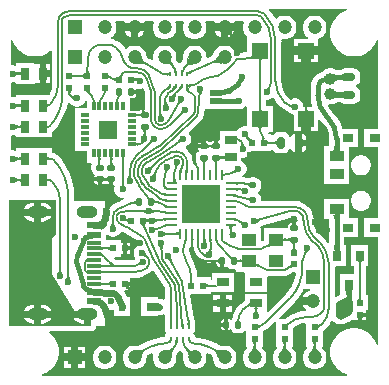
<source format=gtl>
G04*
G04 #@! TF.GenerationSoftware,Altium Limited,Altium Designer,23.8.1 (32)*
G04*
G04 Layer_Physical_Order=1*
G04 Layer_Color=255*
%FSLAX43Y43*%
%MOMM*%
G71*
G04*
G04 #@! TF.SameCoordinates,8A790615-D0E5-43D8-8956-367088579B57*
G04*
G04*
G04 #@! TF.FilePolarity,Positive*
G04*
G01*
G75*
%ADD11C,0.200*%
%ADD21R,0.280X0.900*%
%ADD22R,0.900X0.280*%
%ADD23R,3.250X3.250*%
G04:AMPARAMS|DCode=24|XSize=0.5mm|YSize=0.6mm|CornerRadius=0.125mm|HoleSize=0mm|Usage=FLASHONLY|Rotation=0.000|XOffset=0mm|YOffset=0mm|HoleType=Round|Shape=RoundedRectangle|*
%AMROUNDEDRECTD24*
21,1,0.500,0.350,0,0,0.0*
21,1,0.250,0.600,0,0,0.0*
1,1,0.250,0.125,-0.175*
1,1,0.250,-0.125,-0.175*
1,1,0.250,-0.125,0.175*
1,1,0.250,0.125,0.175*
%
%ADD24ROUNDEDRECTD24*%
G04:AMPARAMS|DCode=25|XSize=0.7mm|YSize=1mm|CornerRadius=0.175mm|HoleSize=0mm|Usage=FLASHONLY|Rotation=270.000|XOffset=0mm|YOffset=0mm|HoleType=Round|Shape=RoundedRectangle|*
%AMROUNDEDRECTD25*
21,1,0.700,0.650,0,0,270.0*
21,1,0.350,1.000,0,0,270.0*
1,1,0.350,-0.325,-0.175*
1,1,0.350,-0.325,0.175*
1,1,0.350,0.325,0.175*
1,1,0.350,0.325,-0.175*
%
%ADD25ROUNDEDRECTD25*%
G04:AMPARAMS|DCode=26|XSize=0.5mm|YSize=0.6mm|CornerRadius=0.125mm|HoleSize=0mm|Usage=FLASHONLY|Rotation=270.000|XOffset=0mm|YOffset=0mm|HoleType=Round|Shape=RoundedRectangle|*
%AMROUNDEDRECTD26*
21,1,0.500,0.350,0,0,270.0*
21,1,0.250,0.600,0,0,270.0*
1,1,0.250,-0.175,-0.125*
1,1,0.250,-0.175,0.125*
1,1,0.250,0.175,0.125*
1,1,0.250,0.175,-0.125*
%
%ADD26ROUNDEDRECTD26*%
G04:AMPARAMS|DCode=27|XSize=0.7mm|YSize=1mm|CornerRadius=0.175mm|HoleSize=0mm|Usage=FLASHONLY|Rotation=0.000|XOffset=0mm|YOffset=0mm|HoleType=Round|Shape=RoundedRectangle|*
%AMROUNDEDRECTD27*
21,1,0.700,0.650,0,0,0.0*
21,1,0.350,1.000,0,0,0.0*
1,1,0.350,0.175,-0.325*
1,1,0.350,-0.175,-0.325*
1,1,0.350,-0.175,0.325*
1,1,0.350,0.175,0.325*
%
%ADD27ROUNDEDRECTD27*%
%ADD28R,1.300X1.100*%
%ADD29R,1.150X0.300*%
%ADD30R,1.150X0.600*%
%ADD31R,0.650X0.950*%
%ADD32R,1.000X0.800*%
%ADD33R,0.700X1.000*%
%ADD34R,0.600X0.800*%
%ADD35R,0.930X0.800*%
%ADD36R,1.250X0.900*%
%ADD37R,1.000X0.500*%
%ADD38R,1.400X1.400*%
%ADD39R,0.500X0.600*%
G04:AMPARAMS|DCode=40|XSize=0.25mm|YSize=0.4mm|CornerRadius=0.063mm|HoleSize=0mm|Usage=FLASHONLY|Rotation=0.000|XOffset=0mm|YOffset=0mm|HoleType=Round|Shape=RoundedRectangle|*
%AMROUNDEDRECTD40*
21,1,0.250,0.275,0,0,0.0*
21,1,0.125,0.400,0,0,0.0*
1,1,0.125,0.063,-0.138*
1,1,0.125,-0.063,-0.138*
1,1,0.125,-0.063,0.138*
1,1,0.125,0.063,0.138*
%
%ADD40ROUNDEDRECTD40*%
%ADD41R,0.600X0.500*%
%ADD42R,1.000X0.700*%
%ADD43R,0.800X0.300*%
%ADD44R,0.300X0.800*%
%ADD45R,1.500X1.500*%
%ADD77C,0.600*%
%ADD78C,0.200*%
%ADD79C,0.600*%
%ADD80C,0.400*%
%ADD81C,1.200*%
%ADD82R,1.200X1.200*%
%ADD83R,1.200X1.200*%
%ADD84C,1.000*%
%ADD85O,1.800X1.000*%
G36*
X20160Y30380D02*
X20146Y30356D01*
X20078Y30102D01*
Y29838D01*
X20146Y29584D01*
X20278Y29356D01*
X20419Y29214D01*
X20450Y29100D01*
X20450Y29100D01*
X20450D01*
X20450Y29100D01*
Y27874D01*
X19720Y27821D01*
X19660Y27804D01*
X19589Y27795D01*
X19547Y27778D01*
X19470Y27816D01*
X19348Y28026D01*
X19325Y28023D01*
X19339Y28042D01*
X19338Y28044D01*
X19152Y28230D01*
X18924Y28362D01*
X18669Y28430D01*
X18406D01*
X18152Y28362D01*
X17924Y28230D01*
X17738Y28044D01*
X17606Y27816D01*
X17603Y27805D01*
X17601Y27802D01*
X17573Y27734D01*
X17518Y27618D01*
X17497Y27582D01*
X17476Y27551D01*
X17460Y27530D01*
X17451Y27520D01*
X17104Y27372D01*
X16998Y27442D01*
Y27562D01*
X16930Y27816D01*
X16798Y28044D01*
X16612Y28230D01*
X16384Y28362D01*
X16129Y28430D01*
X15866D01*
X15612Y28362D01*
X15384Y28230D01*
X15198Y28044D01*
X15066Y27816D01*
X14998Y27562D01*
Y27465D01*
X14990Y27427D01*
X14989Y27353D01*
X14981Y27225D01*
X14975Y27183D01*
X14968Y27147D01*
X14960Y27121D01*
X14956Y27109D01*
X14774Y26928D01*
X14773Y26929D01*
X14759Y26910D01*
X14638Y26920D01*
X14622Y26939D01*
X14431Y27172D01*
X14429Y27174D01*
X14430Y27196D01*
X14458Y27298D01*
Y27562D01*
X14390Y27816D01*
X14258Y28044D01*
X14072Y28230D01*
X13844Y28362D01*
X13589Y28430D01*
X13326D01*
X13072Y28362D01*
X12844Y28230D01*
X12658Y28044D01*
X12526Y27816D01*
X12458Y27562D01*
Y27298D01*
X12473Y27242D01*
X12372Y27165D01*
X12007Y27380D01*
X12000Y27391D01*
X11986Y27414D01*
X11970Y27447D01*
X11954Y27486D01*
X11913Y27607D01*
X11894Y27679D01*
X11877Y27715D01*
X11850Y27816D01*
X11718Y28044D01*
X11532Y28230D01*
X11304Y28362D01*
X11049Y28430D01*
X10786D01*
X10532Y28362D01*
X10304Y28230D01*
X10222Y28149D01*
X10097Y28167D01*
X10077Y28203D01*
X9815Y28523D01*
X9813Y28525D01*
X9813Y28525D01*
X9755Y28595D01*
X9730Y28617D01*
X9730Y28617D01*
X9456Y28827D01*
X9216Y28926D01*
X9171Y28945D01*
X9170Y28946D01*
X9167Y28947D01*
X9122Y28965D01*
X9098Y28969D01*
X9098Y28969D01*
X9096Y28964D01*
X9037Y28972D01*
X8975Y28985D01*
X8970Y28984D01*
X8939Y28990D01*
X8935Y28990D01*
X8902Y29118D01*
X8992Y29170D01*
X9178Y29356D01*
X9310Y29584D01*
X9378Y29838D01*
Y30102D01*
X9310Y30356D01*
X9296Y30380D01*
X9359Y30490D01*
X10052D01*
X10115Y30380D01*
X10079Y30317D01*
X10074Y30300D01*
X11761D01*
X11756Y30317D01*
X11720Y30380D01*
X11784Y30490D01*
X12476D01*
X12540Y30380D01*
X12526Y30356D01*
X12458Y30102D01*
Y29838D01*
X12526Y29584D01*
X12658Y29356D01*
X12844Y29170D01*
X13072Y29038D01*
X13326Y28970D01*
X13589D01*
X13844Y29038D01*
X14072Y29170D01*
X14258Y29356D01*
X14390Y29584D01*
X14458Y29838D01*
Y30102D01*
X14390Y30356D01*
X14376Y30380D01*
X14439Y30490D01*
X15016D01*
X15080Y30380D01*
X15066Y30356D01*
X14998Y30102D01*
Y29838D01*
X15066Y29584D01*
X15198Y29356D01*
X15384Y29170D01*
X15612Y29038D01*
X15866Y28970D01*
X16129D01*
X16384Y29038D01*
X16612Y29170D01*
X16798Y29356D01*
X16930Y29584D01*
X16998Y29838D01*
Y30102D01*
X16930Y30356D01*
X16916Y30380D01*
X16979Y30490D01*
X17672D01*
X17735Y30380D01*
X17699Y30317D01*
X17694Y30300D01*
X19381D01*
X19376Y30317D01*
X19340Y30380D01*
X19404Y30490D01*
X20096D01*
X20160Y30380D01*
D02*
G37*
G36*
X28923Y31429D02*
X28559Y31278D01*
X28231Y31059D01*
X27952Y30781D01*
X27734Y30453D01*
X27583Y30089D01*
X27506Y29703D01*
Y29309D01*
X27583Y28923D01*
X27734Y28559D01*
X27952Y28231D01*
X28231Y27952D01*
X28559Y27734D01*
X28923Y27583D01*
X29309Y27506D01*
X29703D01*
X30089Y27583D01*
X30453Y27734D01*
X30781Y27952D01*
X31059Y28231D01*
X31278Y28559D01*
X31429Y28923D01*
X31548Y28889D01*
Y21400D01*
X30370D01*
Y19800D01*
X31548D01*
Y13800D01*
X30370D01*
Y12200D01*
X31548D01*
Y3123D01*
X31429Y3089D01*
X31278Y3453D01*
X31059Y3781D01*
X30781Y4060D01*
X30453Y4278D01*
X30089Y4429D01*
X29703Y4506D01*
X29309D01*
X28923Y4429D01*
X28559Y4278D01*
X28231Y4060D01*
X27952Y3781D01*
X27734Y3453D01*
X27583Y3089D01*
X27506Y2703D01*
Y2309D01*
X27583Y1923D01*
X27734Y1559D01*
X27952Y1231D01*
X28231Y952D01*
X28559Y734D01*
X28923Y583D01*
X28888Y465D01*
X3124D01*
X3089Y583D01*
X3453Y734D01*
X3781Y952D01*
X4060Y1231D01*
X4278Y1559D01*
X4429Y1923D01*
X4506Y2309D01*
Y2703D01*
X4429Y3089D01*
X4278Y3453D01*
X4060Y3781D01*
X3781Y4060D01*
X3689Y4121D01*
X3726Y4242D01*
X7250D01*
X7406Y4273D01*
X7538Y4362D01*
X7627Y4494D01*
X7658Y4650D01*
X8450D01*
Y6065D01*
X8577Y6138D01*
X8626Y6110D01*
X8804Y6062D01*
X8989D01*
X9049Y6078D01*
X9150Y6001D01*
Y5500D01*
X10550D01*
Y6254D01*
X10556Y6300D01*
Y6400D01*
X10550Y6446D01*
Y7100D01*
X10312D01*
X10205Y7342D01*
X10186Y7373D01*
X10141Y7481D01*
X10022Y7636D01*
X10078Y7750D01*
X10388D01*
X10378Y7771D01*
X10364Y7794D01*
X10348Y7816D01*
X10331Y7837D01*
X10323Y7844D01*
X10311Y7856D01*
X10234Y7917D01*
X10200Y7939D01*
X10169Y7956D01*
X10141Y7967D01*
X10116Y7972D01*
X10095Y7972D01*
X10076Y7967D01*
X10060Y7956D01*
X10192Y8085D01*
X10100D01*
Y8415D01*
X10550D01*
Y8740D01*
X10922D01*
X10941Y8744D01*
X11238Y8773D01*
X11542Y8865D01*
X11617Y8905D01*
X11659Y8917D01*
X12170Y9178D01*
X12191Y9195D01*
X12200Y9199D01*
X12215Y9210D01*
X12246Y9223D01*
X12269Y9239D01*
X12271Y9240D01*
X12272Y9241D01*
X12273Y9242D01*
X12304Y9274D01*
X12320Y9284D01*
X12326Y9294D01*
X12339Y9304D01*
X12378Y9330D01*
X12395Y9348D01*
X12490Y9358D01*
X12504Y9356D01*
X12528Y9352D01*
X12554Y9337D01*
X12639Y9204D01*
X12639Y9204D01*
X13468Y7911D01*
X13474Y7896D01*
X13492Y7806D01*
X13490Y7797D01*
Y6972D01*
X13441Y6928D01*
X13363Y6904D01*
X13353Y6911D01*
X13310Y6929D01*
X13270Y6952D01*
X13225Y6964D01*
X13183Y6982D01*
X13137Y6988D01*
X13092Y7000D01*
X13046D01*
X13034Y7002D01*
X13004Y7008D01*
X12916Y7009D01*
X12900Y7009D01*
Y7100D01*
X12553D01*
X12548Y7102D01*
X12526Y7100D01*
X12521D01*
X12497Y7105D01*
X12473Y7100D01*
X11500D01*
Y6346D01*
X11494Y6300D01*
X11500Y6254D01*
Y5500D01*
X12473D01*
X12497Y5495D01*
X12521Y5500D01*
X12526D01*
X12548Y5498D01*
X12553Y5500D01*
X12900D01*
Y5590D01*
X12920Y5591D01*
X13004Y5592D01*
X13034Y5598D01*
X13046Y5600D01*
X13092D01*
X13137Y5612D01*
X13183Y5618D01*
X13225Y5636D01*
X13270Y5648D01*
X13310Y5671D01*
X13353Y5689D01*
X13363Y5696D01*
X13441Y5672D01*
X13490Y5628D01*
Y4861D01*
X13466Y4739D01*
Y4464D01*
X13502Y4284D01*
X13604Y4131D01*
X13604Y4131D01*
Y4071D01*
X13502Y3918D01*
X13466Y3737D01*
Y3729D01*
X13245Y3715D01*
X12647Y3596D01*
X12070Y3400D01*
X11524Y3131D01*
X11418Y3060D01*
X11405Y3056D01*
X11388Y3047D01*
X11385Y3046D01*
X11371Y3042D01*
X11346Y3037D01*
X11311Y3032D01*
X11274Y3029D01*
X11073Y3030D01*
X10997Y3035D01*
X10960Y3030D01*
X10788D01*
X10534Y2962D01*
X10306Y2830D01*
X10120Y2644D01*
X9988Y2416D01*
X9920Y2162D01*
Y1898D01*
X9988Y1644D01*
X10120Y1416D01*
X10306Y1230D01*
X10534Y1098D01*
X10788Y1030D01*
X11052D01*
X11306Y1098D01*
X11534Y1230D01*
X11720Y1416D01*
X11852Y1644D01*
X11920Y1898D01*
Y1940D01*
X11925Y1959D01*
X11932Y2033D01*
X11939Y2091D01*
X11948Y2138D01*
X11957Y2176D01*
X11966Y2202D01*
X11967Y2205D01*
X12198Y2346D01*
X12400Y2430D01*
X12507Y2337D01*
X12460Y2162D01*
Y1898D01*
X12528Y1644D01*
X12660Y1416D01*
X12846Y1230D01*
X13074Y1098D01*
X13328Y1030D01*
X13592D01*
X13846Y1098D01*
X14074Y1230D01*
X14260Y1416D01*
X14392Y1644D01*
X14460Y1898D01*
Y2033D01*
X14467Y2067D01*
X14465Y2075D01*
X14466Y2082D01*
X14464Y2150D01*
X14464Y2200D01*
X14467Y2244D01*
X14472Y2279D01*
X14477Y2306D01*
X14483Y2326D01*
X14487Y2337D01*
X14488Y2338D01*
X14490Y2342D01*
X14502Y2355D01*
X14505Y2361D01*
X14664Y2554D01*
X14801Y2553D01*
X14816Y2544D01*
X15029Y2285D01*
X15028Y2265D01*
X15000Y2162D01*
Y1898D01*
X15068Y1644D01*
X15200Y1416D01*
X15386Y1230D01*
X15614Y1098D01*
X15868Y1030D01*
X16132D01*
X16386Y1098D01*
X16614Y1230D01*
X16800Y1416D01*
X16932Y1644D01*
X17000Y1898D01*
Y2162D01*
X16955Y2330D01*
X17061Y2424D01*
X17280Y2333D01*
X17492Y2203D01*
X17494Y2200D01*
X17503Y2174D01*
X17511Y2142D01*
X17529Y2027D01*
X17535Y1957D01*
X17540Y1940D01*
Y1898D01*
X17608Y1644D01*
X17740Y1416D01*
X17926Y1230D01*
X18154Y1098D01*
X18408Y1030D01*
X18672D01*
X18926Y1098D01*
X19154Y1230D01*
X19340Y1416D01*
X19472Y1644D01*
X19540Y1898D01*
Y2162D01*
X19472Y2416D01*
X19340Y2644D01*
X19154Y2830D01*
X18926Y2962D01*
X18672Y3030D01*
X18499D01*
X18461Y3035D01*
X18379Y3029D01*
X18313Y3026D01*
X18188Y3028D01*
X18148Y3031D01*
X18112Y3036D01*
X18087Y3041D01*
X18072Y3045D01*
X18069Y3047D01*
X18053Y3055D01*
X18041Y3059D01*
X17950Y3120D01*
X17412Y3385D01*
X16843Y3578D01*
X16254Y3695D01*
X16034Y3710D01*
Y3737D01*
X15998Y3918D01*
X15939Y4007D01*
X15906Y4101D01*
X15939Y4195D01*
X15998Y4284D01*
X16034Y4464D01*
Y4739D01*
X15998Y4918D01*
X15997Y4944D01*
Y5169D01*
X15996Y5171D01*
X15997Y5173D01*
X15996Y5175D01*
X15997Y5178D01*
X15997Y5179D01*
X15996Y5181D01*
X15997Y5182D01*
X15997Y5182D01*
X15996Y5183D01*
X15997Y5183D01*
X15997Y5184D01*
X15996Y5186D01*
X15996Y5188D01*
X15996Y5189D01*
X15995Y5194D01*
X15996Y5197D01*
X15996Y5197D01*
X15986Y5238D01*
X15987Y5284D01*
X15649Y7303D01*
X15731Y7400D01*
X17350D01*
Y7590D01*
X17800D01*
X17849Y7600D01*
X19300D01*
Y9200D01*
X17500D01*
Y8610D01*
X17350D01*
Y8800D01*
X16210D01*
Y8984D01*
X16208Y8992D01*
X16173Y9350D01*
X16069Y9692D01*
X16068Y9700D01*
X16068Y9701D01*
X16067Y9702D01*
X16067Y9703D01*
X15835Y10262D01*
X15790Y10379D01*
X15789Y10381D01*
X15785Y10383D01*
X15536Y10994D01*
X15536Y10994D01*
X15539Y10995D01*
X15538Y11003D01*
X15562Y11126D01*
X15612Y11360D01*
X15616Y11367D01*
X15755Y11424D01*
X15769Y11416D01*
X15769Y11416D01*
X15781Y11318D01*
X15781Y11315D01*
X15786Y11300D01*
X15807Y11221D01*
X15811Y11215D01*
X15817Y11198D01*
X15869Y11024D01*
X16013Y10756D01*
X16206Y10521D01*
X16441Y10328D01*
X16500Y10296D01*
X16514Y10282D01*
X16547Y10269D01*
X16577Y10248D01*
X16649Y10217D01*
X16709Y10185D01*
X16753Y10171D01*
X16782Y10159D01*
X16802Y10147D01*
X16831Y10137D01*
X16903Y10106D01*
X16916Y10103D01*
X16968Y10073D01*
X17146Y10025D01*
X17331D01*
X17509Y10073D01*
X17668Y10165D01*
X17717Y10213D01*
X17844Y10160D01*
Y10025D01*
X17869Y9898D01*
X17941Y9791D01*
X18048Y9719D01*
X18135Y9702D01*
Y10200D01*
X18465D01*
Y9702D01*
X18552Y9719D01*
X18659Y9791D01*
X18753Y9712D01*
X18796Y9646D01*
X18970Y9530D01*
X19175Y9490D01*
X19425D01*
X19452Y9495D01*
X19550Y9414D01*
Y9250D01*
X20194D01*
X20300Y9200D01*
Y7600D01*
X22100D01*
Y8842D01*
X22123Y8862D01*
X22227Y8920D01*
X22250Y8915D01*
X23550D01*
X23603Y8926D01*
X23739Y8944D01*
X23844Y8987D01*
X23903Y9006D01*
X24301Y9224D01*
X24340Y9244D01*
X24354Y9250D01*
X24379D01*
X24381Y9249D01*
X24392Y9250D01*
X24454D01*
X24482Y9247D01*
X24499Y9237D01*
X24509Y9220D01*
X24562Y9115D01*
X24553Y8992D01*
X24410Y8495D01*
X24361Y8379D01*
X24361D01*
X24361Y8379D01*
X24241Y8090D01*
X24022Y7732D01*
X23762Y7427D01*
X23746Y7417D01*
X22227Y5898D01*
X22100Y5951D01*
Y7400D01*
X20300D01*
Y6864D01*
X20299Y6863D01*
X20180Y6799D01*
X19909Y6578D01*
X19901Y6572D01*
X19901Y6572D01*
X19901Y6572D01*
X19901Y6572D01*
X19690Y6360D01*
X19681Y6347D01*
X19479Y6101D01*
X19321Y5807D01*
X19225Y5487D01*
X19212Y5364D01*
X19197Y5353D01*
X19153Y5288D01*
X19059Y5209D01*
X18952Y5281D01*
X18865Y5298D01*
Y5082D01*
X18879Y5082D01*
X18865Y5081D01*
Y4800D01*
Y4302D01*
X18952Y4319D01*
X19059Y4391D01*
X19153Y4312D01*
X19197Y4247D01*
X19370Y4130D01*
X19575Y4090D01*
X19825D01*
X20030Y4130D01*
X20204Y4247D01*
X20253Y4321D01*
X20380Y4282D01*
Y2950D01*
X20386D01*
X20444Y2823D01*
X20422Y2798D01*
X20370Y2745D01*
X20348Y2713D01*
X20280Y2644D01*
X20148Y2416D01*
X20080Y2162D01*
Y1898D01*
X20148Y1644D01*
X20280Y1416D01*
X20466Y1230D01*
X20694Y1098D01*
X20948Y1030D01*
X21212D01*
X21466Y1098D01*
X21694Y1230D01*
X21880Y1416D01*
X22012Y1644D01*
X22080Y1898D01*
Y2162D01*
X22012Y2416D01*
X21880Y2644D01*
X21812Y2713D01*
X21790Y2745D01*
X21738Y2798D01*
X21716Y2823D01*
X21774Y2950D01*
X21780D01*
Y4228D01*
X21801Y4234D01*
X22127Y4409D01*
X22407Y4639D01*
X22414Y4643D01*
X22803Y5032D01*
X22920Y4983D01*
Y3950D01*
Y2950D01*
X22926D01*
X22984Y2823D01*
X22962Y2798D01*
X22910Y2745D01*
X22888Y2713D01*
X22820Y2644D01*
X22688Y2416D01*
X22620Y2162D01*
Y1898D01*
X22688Y1644D01*
X22820Y1416D01*
X23006Y1230D01*
X23234Y1098D01*
X23488Y1030D01*
X23752D01*
X24006Y1098D01*
X24234Y1230D01*
X24420Y1416D01*
X24552Y1644D01*
X24620Y1898D01*
Y2162D01*
X24552Y2416D01*
X24420Y2644D01*
X24352Y2713D01*
X24330Y2745D01*
X24278Y2798D01*
X24256Y2823D01*
X24314Y2950D01*
X24320D01*
Y3950D01*
Y4546D01*
X24390Y4604D01*
X24743Y4792D01*
X25125Y4908D01*
X25366Y4932D01*
X25460Y4846D01*
Y3950D01*
Y2950D01*
X25466D01*
X25524Y2823D01*
X25502Y2798D01*
X25450Y2745D01*
X25428Y2713D01*
X25360Y2644D01*
X25228Y2416D01*
X25160Y2162D01*
Y1898D01*
X25228Y1644D01*
X25360Y1416D01*
X25546Y1230D01*
X25774Y1098D01*
X26028Y1030D01*
X26292D01*
X26546Y1098D01*
X26774Y1230D01*
X26960Y1416D01*
X27092Y1644D01*
X27160Y1898D01*
Y2162D01*
X27092Y2416D01*
X26960Y2644D01*
X26892Y2713D01*
X26870Y2745D01*
X26818Y2798D01*
X26796Y2823D01*
X26854Y2950D01*
X26860D01*
Y4271D01*
X26887Y4282D01*
X27188Y4513D01*
X27187Y4514D01*
X27473Y4863D01*
X27585Y5073D01*
X27611Y5084D01*
X27737Y5087D01*
X27744Y5080D01*
X27782Y5034D01*
X27800Y5024D01*
X27814Y5010D01*
X27974Y4903D01*
X27993Y4895D01*
X28009Y4882D01*
X28066Y4865D01*
X28121Y4842D01*
X28142Y4842D01*
X28161Y4836D01*
X28323Y4820D01*
X28399Y4827D01*
X28476Y4834D01*
X28594Y4868D01*
X28615Y4878D01*
X28638Y4883D01*
X28638Y4883D01*
X28638Y4883D01*
X28638Y4883D01*
X28748Y4928D01*
X28748Y4929D01*
X28748Y4929D01*
X29226Y5126D01*
X29275Y5159D01*
X29328Y5188D01*
X29373Y5224D01*
X29500Y5200D01*
Y5200D01*
X29500Y5200D01*
X29835D01*
Y5650D01*
X30000D01*
Y5815D01*
X30294D01*
Y5850D01*
X30296Y5831D01*
X30302Y5815D01*
X30500D01*
Y6000D01*
X30700D01*
Y7300D01*
X30510D01*
Y9775D01*
X30725D01*
Y11525D01*
X29275D01*
Y9775D01*
X29490D01*
Y9055D01*
X28325D01*
Y7732D01*
X28320Y7708D01*
X28325Y7684D01*
Y7329D01*
X28028Y7196D01*
X27987Y7166D01*
X27966Y7170D01*
X27860Y7235D01*
Y9697D01*
X27969Y9775D01*
X28825D01*
Y11071D01*
X28827Y11079D01*
X28826Y11100D01*
X28830Y11122D01*
X28825Y11146D01*
Y11525D01*
X28637D01*
Y12200D01*
X29830D01*
Y13800D01*
X29050D01*
Y15400D01*
X27000D01*
Y13700D01*
X27413D01*
Y11753D01*
X27286Y11717D01*
X27268Y11747D01*
X27163Y11870D01*
X27144Y11907D01*
X27134Y11915D01*
X27129Y11925D01*
X26983Y12094D01*
X26956Y12115D01*
X26938Y12138D01*
X26919Y12153D01*
X26900Y12178D01*
X26554Y12481D01*
X26480Y12582D01*
X26480Y12582D01*
X26478Y12585D01*
X26476Y12585D01*
X26381Y12663D01*
X26267Y12811D01*
X26120Y13167D01*
X26085Y13434D01*
X26079Y13558D01*
X26079Y13561D01*
X26079Y13563D01*
X26083Y13674D01*
X26082Y13684D01*
X26053Y13983D01*
X25963Y14280D01*
X25816Y14554D01*
X25619Y14794D01*
X25379Y14991D01*
X25105Y15137D01*
X24808Y15227D01*
X24521Y15255D01*
X24499Y15260D01*
X21650D01*
Y15442D01*
X21602Y15620D01*
X21510Y15780D01*
X21391Y15899D01*
X21377Y15962D01*
Y15988D01*
X21391Y16051D01*
X21510Y16170D01*
X21602Y16330D01*
X21650Y16508D01*
Y16692D01*
X21602Y16870D01*
X21510Y17030D01*
X21380Y17160D01*
X21220Y17252D01*
X21042Y17300D01*
X20858D01*
X20680Y17252D01*
X20614Y17215D01*
X20583Y17203D01*
X20404Y17243D01*
X20339Y17244D01*
X20307Y17249D01*
X20251Y17260D01*
X20072D01*
X20038Y17387D01*
X20130Y17440D01*
X20260Y17570D01*
X20352Y17730D01*
X20400Y17908D01*
Y18092D01*
X20352Y18270D01*
X20260Y18430D01*
X20130Y18560D01*
X19970Y18652D01*
X19950Y18658D01*
Y18917D01*
X19969Y18931D01*
X20153D01*
X20331Y18979D01*
X20491Y19071D01*
X20621Y19202D01*
X20713Y19361D01*
X20751Y19500D01*
X22500D01*
Y19547D01*
X22627Y19585D01*
X22710Y19460D01*
X22901Y19333D01*
X23125Y19289D01*
X23475D01*
X23699Y19333D01*
X23890Y19460D01*
X24017Y19651D01*
X24026Y19700D01*
X24176D01*
X24178Y19690D01*
X24283Y19533D01*
X24440Y19428D01*
X24535Y19409D01*
Y20200D01*
Y20991D01*
X24440Y20972D01*
X24283Y20867D01*
X24178Y20710D01*
X24176Y20700D01*
X24026D01*
X24017Y20749D01*
X23890Y20940D01*
X23699Y21067D01*
X23475Y21111D01*
X23125D01*
X22901Y21067D01*
X22710Y20940D01*
X22627Y20815D01*
X22500Y20853D01*
Y20900D01*
X22279D01*
X22238Y20990D01*
X22310Y21100D01*
X22650D01*
Y23300D01*
X22060D01*
Y23835D01*
X22192D01*
X22370Y23883D01*
X22530Y23975D01*
X22564Y24009D01*
X22722Y23988D01*
X22923Y23660D01*
X23232Y23298D01*
X23233Y23296D01*
X23286Y23243D01*
X23286Y23243D01*
X23286Y23243D01*
X23299Y23234D01*
X23547Y23031D01*
X23844Y22872D01*
X23872Y22864D01*
X23881Y22858D01*
X23898Y22851D01*
X23904Y22848D01*
X23910Y22845D01*
X23915Y22842D01*
X23919Y22839D01*
X23922Y22836D01*
X23926Y22833D01*
X23929Y22830D01*
X23933Y22826D01*
X23944Y22812D01*
X23968Y22792D01*
X24070Y22690D01*
X24230Y22598D01*
X24408Y22550D01*
X24450D01*
Y21200D01*
X25050D01*
Y22200D01*
X25850D01*
Y21200D01*
X26450D01*
Y22158D01*
X26569Y22202D01*
X26752Y21988D01*
X26761Y21973D01*
X26848Y21886D01*
X26872Y21870D01*
X27095Y21599D01*
X27274Y21264D01*
X27384Y20901D01*
X27419Y20551D01*
X27413Y20523D01*
Y19900D01*
X27000D01*
Y18200D01*
Y16700D01*
X29050D01*
Y18200D01*
Y19800D01*
X29830D01*
Y21400D01*
X28504D01*
X28481Y21496D01*
X28291Y21953D01*
X28033Y22374D01*
X27723Y22737D01*
X27714Y22752D01*
X27627Y22839D01*
X27603Y22855D01*
X27380Y23126D01*
X27259Y23351D01*
X27346Y23460D01*
X27382Y23450D01*
X27618D01*
X27847Y23511D01*
X27959Y23576D01*
X27996Y23590D01*
X28019Y23604D01*
X28031Y23611D01*
X28045Y23617D01*
X28060Y23623D01*
X28077Y23628D01*
X28096Y23632D01*
X28113Y23635D01*
X28142Y23638D01*
X28278D01*
X28285Y23638D01*
X28314Y23634D01*
X28344Y23629D01*
X28372Y23622D01*
X28398Y23614D01*
X28421Y23606D01*
X28443Y23596D01*
X28462Y23585D01*
X28493Y23567D01*
X28512Y23559D01*
X28551Y23533D01*
X28615Y23520D01*
X28642Y23511D01*
X28662Y23511D01*
X28775Y23489D01*
X29425D01*
X29649Y23533D01*
X29840Y23660D01*
X29967Y23851D01*
X30011Y24075D01*
Y24425D01*
X29967Y24649D01*
X29840Y24840D01*
X29710Y24926D01*
Y25074D01*
X29840Y25160D01*
X29967Y25351D01*
X30011Y25575D01*
Y25925D01*
X29967Y26149D01*
X29840Y26340D01*
X29649Y26467D01*
X29425Y26511D01*
X28775D01*
X28662Y26489D01*
X28642Y26489D01*
X28615Y26480D01*
X28551Y26467D01*
X28512Y26441D01*
X28493Y26433D01*
X28462Y26415D01*
X28443Y26404D01*
X28421Y26394D01*
X28398Y26386D01*
X28372Y26378D01*
X28344Y26371D01*
X28319Y26367D01*
X28269Y26362D01*
X28085D01*
X28058Y26364D01*
X28041Y26366D01*
X27986Y26378D01*
X27972Y26382D01*
X27955Y26388D01*
X27941Y26394D01*
X27917Y26406D01*
X27891Y26413D01*
X27847Y26439D01*
X27618Y26500D01*
X27382D01*
X27153Y26439D01*
X26947Y26320D01*
X26875Y26247D01*
X26840Y26223D01*
X26794Y26175D01*
X26775Y26158D01*
X26486Y26038D01*
X26226Y25838D01*
X26217Y25833D01*
X26212Y25824D01*
X26012Y25564D01*
X25883Y25252D01*
X25840Y24927D01*
X25838Y24917D01*
Y24202D01*
X25842Y24185D01*
X25879Y23709D01*
X25971Y23327D01*
X25871Y23200D01*
X25200D01*
Y23342D01*
X25152Y23520D01*
X25060Y23680D01*
X24930Y23810D01*
X24770Y23902D01*
X24592Y23950D01*
X24408D01*
X24230Y23902D01*
X24146Y23854D01*
X24012Y23956D01*
X24007Y23964D01*
X24007Y23964D01*
X24007Y23964D01*
X23954Y24017D01*
X23935Y24030D01*
X23696Y24320D01*
X23508Y24673D01*
X23392Y25055D01*
X23355Y25429D01*
X23360Y25452D01*
Y28723D01*
X23361Y28850D01*
X23361Y28851D01*
X23358Y28897D01*
X23455Y28978D01*
X23486Y28970D01*
X23749D01*
X24004Y29038D01*
X24232Y29170D01*
X24418Y29356D01*
X24550Y29584D01*
X24618Y29838D01*
Y30102D01*
X24550Y30356D01*
X24418Y30584D01*
X24232Y30770D01*
X24004Y30902D01*
X23749Y30970D01*
X23486D01*
X23232Y30902D01*
X23004Y30770D01*
X22951Y30717D01*
X22825Y30732D01*
X22666Y30992D01*
X22375Y31333D01*
X22300Y31421D01*
X22304Y31454D01*
X22337Y31542D01*
X22347Y31548D01*
X28889D01*
X28923Y31429D01*
D02*
G37*
G36*
X20853Y27303D02*
X20851Y27301D01*
X20845Y27299D01*
X20836Y27296D01*
X20822Y27294D01*
X20759Y27287D01*
X20661Y27278D01*
X20654Y27478D01*
X20691Y27482D01*
X20725Y27488D01*
X20755Y27495D01*
X20781Y27504D01*
X20803Y27515D01*
X20821Y27527D01*
X20835Y27541D01*
X20845Y27557D01*
X20851Y27574D01*
X20853Y27593D01*
Y27303D01*
D02*
G37*
G36*
X21731Y27304D02*
X21714Y27298D01*
X21699Y27288D01*
X21686Y27274D01*
X21675Y27255D01*
X21666Y27233D01*
X21659Y27207D01*
X21654Y27176D01*
X21651Y27142D01*
X21650Y27103D01*
X21450D01*
X21449Y27142D01*
X21446Y27176D01*
X21441Y27207D01*
X21434Y27233D01*
X21425Y27255D01*
X21414Y27274D01*
X21401Y27288D01*
X21386Y27298D01*
X21369Y27304D01*
X21350Y27306D01*
X21750D01*
X21731Y27304D01*
D02*
G37*
G36*
X18309Y26875D02*
X18228Y26907D01*
X18080Y26955D01*
X18013Y26972D01*
X17950Y26983D01*
X17892Y26989D01*
X17838Y26991D01*
X17788Y26987D01*
X17743Y26978D01*
X17702Y26964D01*
X17623Y27148D01*
X17662Y27168D01*
X17699Y27194D01*
X17736Y27228D01*
X17773Y27268D01*
X17809Y27314D01*
X17844Y27368D01*
X17878Y27428D01*
X17946Y27568D01*
X17979Y27648D01*
X18309Y26875D01*
D02*
G37*
G36*
X11522Y27491D02*
X11571Y27343D01*
X11598Y27279D01*
X11626Y27222D01*
X11656Y27171D01*
X11687Y27127D01*
X11719Y27089D01*
X11753Y27058D01*
X11788Y27033D01*
X11687Y26861D01*
X11648Y26880D01*
X11605Y26894D01*
X11556Y26905D01*
X11502Y26910D01*
X11443Y26911D01*
X11380Y26908D01*
X11311Y26900D01*
X11158Y26872D01*
X11074Y26851D01*
X11500Y27574D01*
X11522Y27491D01*
D02*
G37*
G36*
X14023Y27219D02*
X14017Y27180D01*
X14016Y27142D01*
X14019Y27105D01*
X14026Y27069D01*
X14037Y27034D01*
X14053Y27000D01*
X14073Y26967D01*
X14097Y26935D01*
X14126Y26903D01*
X13984Y26762D01*
X13953Y26791D01*
X13921Y26815D01*
X13888Y26835D01*
X13854Y26850D01*
X13819Y26862D01*
X13783Y26869D01*
X13746Y26872D01*
X13708Y26871D01*
X13669Y26865D01*
X13629Y26855D01*
X14033Y27259D01*
X14023Y27219D01*
D02*
G37*
G36*
X15992Y26830D02*
X15905Y26829D01*
X15750Y26819D01*
X15681Y26809D01*
X15619Y26796D01*
X15562Y26780D01*
X15511Y26762D01*
X15467Y26740D01*
X15428Y26715D01*
X15396Y26686D01*
X15254Y26828D01*
X15282Y26860D01*
X15307Y26899D01*
X15329Y26944D01*
X15348Y26994D01*
X15364Y27051D01*
X15377Y27114D01*
X15387Y27182D01*
X15397Y27337D01*
X15398Y27424D01*
X15992Y26830D01*
D02*
G37*
G36*
X15090Y26344D02*
X15076Y26309D01*
X15026Y26153D01*
X15026Y26144D01*
X15027Y26138D01*
X14792Y26183D01*
X14796Y26186D01*
X14801Y26193D01*
X14807Y26204D01*
X14815Y26218D01*
X14845Y26284D01*
X14886Y26384D01*
X15090Y26344D01*
D02*
G37*
G36*
X14450Y26349D02*
X14504Y26186D01*
X14508Y26183D01*
X14273Y26138D01*
X14275Y26146D01*
X14276Y26157D01*
X14276Y26172D01*
X14274Y26190D01*
X14267Y26235D01*
X14255Y26293D01*
X14237Y26363D01*
X14440Y26387D01*
X14450Y26349D01*
D02*
G37*
G36*
X7023Y26258D02*
X7025Y26224D01*
X7028Y26193D01*
X7034Y26167D01*
X7041Y26145D01*
X7051Y26126D01*
X7064Y26112D01*
X7078Y26102D01*
X7095Y26096D01*
X7114Y26094D01*
X6713D01*
X6732Y26096D01*
X6750Y26102D01*
X6765Y26112D01*
X6779Y26126D01*
X6791Y26145D01*
X6801Y26167D01*
X6810Y26193D01*
X6816Y26224D01*
X6821Y26258D01*
X6824Y26297D01*
X7025D01*
X7023Y26258D01*
D02*
G37*
G36*
X15711Y26113D02*
X15665Y26093D01*
X15592Y26053D01*
X15564Y26033D01*
X15542Y26015D01*
X15527Y25996D01*
X15517Y25978D01*
X15513Y25960D01*
X15516Y25943D01*
X15524Y25926D01*
X15337Y26202D01*
X15353Y26203D01*
X15371Y26205D01*
X15390Y26209D01*
X15437Y26221D01*
X15493Y26240D01*
X15593Y26280D01*
X15711Y26113D01*
D02*
G37*
G36*
X1306Y25850D02*
X1304Y25869D01*
X1298Y25886D01*
X1288Y25901D01*
X1274Y25914D01*
X1255Y25925D01*
X1233Y25934D01*
X1207Y25941D01*
X1176Y25946D01*
X1142Y25949D01*
X1103Y25950D01*
Y26150D01*
X1142Y26151D01*
X1176Y26154D01*
X1207Y26159D01*
X1233Y26166D01*
X1255Y26175D01*
X1274Y26186D01*
X1288Y26199D01*
X1298Y26214D01*
X1304Y26231D01*
X1306Y26250D01*
Y25850D01*
D02*
G37*
G36*
X875Y26239D02*
X898Y26220D01*
X921Y26204D01*
X945Y26190D01*
X969Y26177D01*
X995Y26168D01*
X1020Y26160D01*
X1047Y26154D01*
X1074Y26151D01*
X1102Y26150D01*
Y25950D01*
X1074Y25949D01*
X1047Y25946D01*
X1020Y25940D01*
X995Y25932D01*
X969Y25923D01*
X945Y25910D01*
X921Y25896D01*
X898Y25880D01*
X875Y25861D01*
X853Y25840D01*
Y26260D01*
X875Y26239D01*
D02*
G37*
G36*
X9918Y25911D02*
X9892Y25839D01*
X9839Y25658D01*
X9829Y25608D01*
X9824Y25564D01*
X9823Y25525D01*
X9826Y25492D01*
X9833Y25464D01*
X9844Y25441D01*
X9573Y25844D01*
X9587Y25828D01*
X9602Y25819D01*
X9617Y25819D01*
X9634Y25826D01*
X9651Y25841D01*
X9669Y25864D01*
X9688Y25895D01*
X9708Y25933D01*
X9729Y25980D01*
X9751Y26034D01*
X9918Y25911D01*
D02*
G37*
G36*
X13792Y25817D02*
X13784Y25833D01*
X13772Y25847D01*
X13758Y25859D01*
X13740Y25870D01*
X13720Y25879D01*
X13697Y25887D01*
X13670Y25893D01*
X13641Y25897D01*
X13609Y25899D01*
X13573Y25900D01*
Y26100D01*
X13609Y26101D01*
X13641Y26103D01*
X13670Y26107D01*
X13697Y26113D01*
X13720Y26121D01*
X13740Y26130D01*
X13758Y26141D01*
X13772Y26153D01*
X13784Y26167D01*
X13792Y26183D01*
Y25817D01*
D02*
G37*
G36*
X28708Y25413D02*
X28666Y25439D01*
X28622Y25462D01*
X28577Y25483D01*
X28529Y25501D01*
X28480Y25516D01*
X28428Y25528D01*
X28375Y25538D01*
X28320Y25545D01*
X28245Y25548D01*
X28200Y25543D01*
X28156Y25534D01*
X28115Y25522D01*
X28079Y25506D01*
X28045Y25486D01*
X28015Y25463D01*
X27988Y25437D01*
X27965Y25407D01*
X27946Y25373D01*
X27736Y26041D01*
X27771Y26024D01*
X27807Y26008D01*
X27845Y25995D01*
X27885Y25983D01*
X27969Y25965D01*
X28014Y25958D01*
X28108Y25951D01*
X28157Y25950D01*
X28205Y25814D01*
Y25950D01*
X28263Y25951D01*
X28375Y25962D01*
X28428Y25972D01*
X28480Y25984D01*
X28529Y25999D01*
X28577Y26017D01*
X28622Y26038D01*
X28666Y26061D01*
X28708Y26087D01*
Y25413D01*
D02*
G37*
G36*
X9356Y25345D02*
X9354Y25364D01*
X9348Y25382D01*
X9338Y25398D01*
X9324Y25413D01*
X9306Y25427D01*
X9284Y25440D01*
X9258Y25451D01*
X9228Y25461D01*
X9194Y25469D01*
X9155Y25476D01*
X9157Y25683D01*
X9195Y25678D01*
X9228Y25675D01*
X9258Y25675D01*
X9284Y25678D01*
X9306Y25683D01*
X9324Y25691D01*
X9338Y25702D01*
X9348Y25715D01*
X9354Y25731D01*
X9356Y25749D01*
Y25345D01*
D02*
G37*
G36*
X6603Y25650D02*
X6601Y25669D01*
X6595Y25686D01*
X6585Y25701D01*
X6571Y25714D01*
X6553Y25725D01*
X6531Y25734D01*
X6505Y25741D01*
X6475Y25746D01*
X6441Y25749D01*
X6403Y25750D01*
Y25950D01*
X6441Y25951D01*
X6475Y25954D01*
X6505Y25959D01*
X6531Y25966D01*
X6553Y25975D01*
X6571Y25986D01*
X6585Y25999D01*
X6595Y26014D01*
X6601Y26031D01*
X6603Y26050D01*
Y25650D01*
D02*
G37*
G36*
X5696Y26031D02*
X5702Y26014D01*
X5712Y25999D01*
X5726Y25986D01*
X5745Y25975D01*
X5767Y25966D01*
X5793Y25959D01*
X5824Y25954D01*
X5858Y25951D01*
X5897Y25950D01*
Y25750D01*
X5858Y25749D01*
X5824Y25746D01*
X5793Y25741D01*
X5767Y25734D01*
X5745Y25725D01*
X5726Y25714D01*
X5712Y25701D01*
X5702Y25686D01*
X5696Y25669D01*
X5694Y25650D01*
Y26050D01*
X5696Y26031D01*
D02*
G37*
G36*
X10846Y25731D02*
X10852Y25714D01*
X10862Y25699D01*
X10876Y25686D01*
X10895Y25675D01*
X10917Y25666D01*
X10943Y25659D01*
X10974Y25654D01*
X10994Y25652D01*
X11046Y25656D01*
X11081Y25661D01*
X11147Y25675D01*
X11179Y25684D01*
X11239Y25706D01*
X11268Y25719D01*
X11128Y25323D01*
X11115Y25347D01*
X11101Y25369D01*
X11085Y25388D01*
X11066Y25404D01*
X11047Y25418D01*
X11025Y25430D01*
X11001Y25439D01*
X10976Y25445D01*
X10971Y25446D01*
X10943Y25441D01*
X10917Y25434D01*
X10895Y25425D01*
X10876Y25414D01*
X10862Y25401D01*
X10852Y25386D01*
X10846Y25369D01*
X10844Y25350D01*
Y25750D01*
X10846Y25731D01*
D02*
G37*
G36*
X20152Y25492D02*
X20076Y25306D01*
X19656Y25403D01*
X19679Y25429D01*
X19716Y25476D01*
X19729Y25497D01*
X19740Y25517D01*
X19747Y25535D01*
X19751Y25552D01*
X19752Y25567D01*
X19750Y25580D01*
X19745Y25592D01*
X20152Y25492D01*
D02*
G37*
G36*
X27152Y25241D02*
X27123Y25268D01*
X27048Y25330D01*
X27027Y25344D01*
X27007Y25355D01*
X26990Y25362D01*
X26975Y25366D01*
X26961Y25367D01*
X26950Y25364D01*
X26941Y25779D01*
X26953Y25783D01*
X26966Y25789D01*
X26981Y25798D01*
X26998Y25810D01*
X27036Y25843D01*
X27082Y25886D01*
X27134Y25941D01*
X27152Y25241D01*
D02*
G37*
G36*
X734Y28559D02*
X952Y28231D01*
X1231Y27952D01*
X1559Y27734D01*
X1923Y27583D01*
X2309Y27506D01*
X2703D01*
X3089Y27583D01*
X3453Y27734D01*
X3781Y27952D01*
X3848Y28019D01*
X3965Y27971D01*
Y27920D01*
X3938Y27804D01*
X3937Y27801D01*
X3964Y27684D01*
X3963Y27550D01*
X3942Y25177D01*
X3946Y25157D01*
X3909Y24778D01*
X3787Y24378D01*
X3719Y24250D01*
X2527D01*
X2400Y24250D01*
Y24250D01*
X2400D01*
Y24250D01*
X900D01*
Y24109D01*
X799Y24032D01*
X731Y24050D01*
X547D01*
X465Y24113D01*
Y25287D01*
X547Y25350D01*
X731D01*
X799Y25368D01*
X900Y25291D01*
Y25155D01*
X2400D01*
Y25190D01*
X2500Y25255D01*
X2885D01*
Y26055D01*
Y26855D01*
X2500D01*
X2400Y26920D01*
Y26955D01*
X900D01*
Y26809D01*
X799Y26732D01*
X731Y26750D01*
X547D01*
X465Y26813D01*
Y28888D01*
X583Y28923D01*
X734Y28559D01*
D02*
G37*
G36*
X14418Y24799D02*
X14414Y24806D01*
X14407Y24808D01*
X14399Y24806D01*
X14390Y24799D01*
X14379Y24788D01*
X14366Y24773D01*
X14352Y24753D01*
X14318Y24701D01*
X14299Y24669D01*
X14125Y24768D01*
X14158Y24825D01*
X14271Y25060D01*
X14276Y25081D01*
X14278Y25097D01*
X14276Y25108D01*
X14418Y24799D01*
D02*
G37*
G36*
X11768Y24493D02*
X11762Y24484D01*
X11762D01*
X11790Y24415D01*
Y23006D01*
X11605D01*
X11478Y22981D01*
X11416Y22940D01*
X11300Y22900D01*
X11300Y22900D01*
X11300Y22900D01*
X10500D01*
Y23994D01*
X10725D01*
X10852Y24019D01*
X10959Y24091D01*
X11031Y24198D01*
X11056Y24325D01*
Y24335D01*
X10600D01*
Y24665D01*
X11056D01*
Y24675D01*
X11052Y24696D01*
X11080Y24733D01*
X11163Y24789D01*
X11308Y24750D01*
X11492D01*
X11660Y24795D01*
X11768Y24493D01*
D02*
G37*
G36*
X13963Y24796D02*
X13950Y24795D01*
X13935Y24792D01*
X13917Y24786D01*
X13898Y24778D01*
X13877Y24768D01*
X13828Y24741D01*
X13770Y24705D01*
X13738Y24684D01*
X13608Y24837D01*
X13650Y24867D01*
X13717Y24922D01*
X13742Y24948D01*
X13762Y24972D01*
X13776Y24994D01*
X13784Y25016D01*
X13787Y25035D01*
X13785Y25054D01*
X13776Y25071D01*
X13963Y24796D01*
D02*
G37*
G36*
X15516Y25167D02*
X15527Y25155D01*
X15541Y25145D01*
X15558Y25137D01*
X15578Y25131D01*
X15601Y25127D01*
X15627Y25125D01*
X15657Y25125D01*
X15689Y25126D01*
X15725Y25130D01*
X15725Y24927D01*
X15691Y24921D01*
X15659Y24915D01*
X15630Y24907D01*
X15604Y24898D01*
X15581Y24887D01*
X15560Y24875D01*
X15543Y24862D01*
X15528Y24848D01*
X15517Y24832D01*
X15508Y24815D01*
X15507Y24813D01*
X15505Y24808D01*
X15504Y24800D01*
X15503Y24790D01*
X15501Y24741D01*
X15500Y24667D01*
X15300D01*
X15292Y24815D01*
X15508D01*
Y25181D01*
X15516Y25167D01*
D02*
G37*
G36*
X15008Y24815D02*
X14986Y24805D01*
X14963Y24793D01*
X14941Y24780D01*
X14897Y24749D01*
X14875Y24731D01*
X14831Y24691D01*
X14810Y24669D01*
X14788Y24645D01*
X14642Y24782D01*
X14678Y24824D01*
X14734Y24899D01*
X14755Y24932D01*
X14771Y24962D01*
X14782Y24988D01*
X14788Y25011D01*
X14789Y25031D01*
X14785Y25048D01*
X14776Y25061D01*
X15008Y24815D01*
D02*
G37*
G36*
X22446Y24847D02*
X22434Y24820D01*
X22423Y24794D01*
X22414Y24767D01*
X22407Y24740D01*
X22401Y24712D01*
X22397Y24684D01*
X22395Y24656D01*
X22394Y24628D01*
X22395Y24600D01*
X22398Y24571D01*
X22070Y24833D01*
X22101Y24838D01*
X22129Y24844D01*
X22156Y24853D01*
X22181Y24864D01*
X22203Y24877D01*
X22224Y24892D01*
X22242Y24910D01*
X22259Y24930D01*
X22274Y24952D01*
X22286Y24976D01*
X22446Y24847D01*
D02*
G37*
G36*
X7151Y24604D02*
X7136Y24599D01*
X7125Y24591D01*
X7118Y24579D01*
X7115Y24563D01*
X7116Y24545D01*
X7121Y24522D01*
X7129Y24497D01*
X7142Y24468D01*
X7158Y24435D01*
X6920Y24421D01*
X6901Y24456D01*
X6861Y24516D01*
X6841Y24540D01*
X6821Y24560D01*
X6801Y24577D01*
X6780Y24589D01*
X6760Y24599D01*
X6739Y24604D01*
X6718Y24606D01*
X7169D01*
X7151Y24604D01*
D02*
G37*
G36*
X5581Y24604D02*
X5564Y24598D01*
X5549Y24588D01*
X5536Y24574D01*
X5525Y24555D01*
X5516Y24533D01*
X5509Y24507D01*
X5504Y24476D01*
X5501Y24442D01*
X5500Y24403D01*
X5300D01*
X5299Y24442D01*
X5296Y24476D01*
X5291Y24507D01*
X5284Y24533D01*
X5275Y24555D01*
X5264Y24574D01*
X5251Y24588D01*
X5236Y24598D01*
X5219Y24604D01*
X5200Y24606D01*
X5600D01*
X5581Y24604D01*
D02*
G37*
G36*
X16685Y24492D02*
X16662Y24472D01*
X16641Y24451D01*
X16623Y24430D01*
X16607Y24407D01*
X16592Y24384D01*
X16580Y24360D01*
X16570Y24335D01*
X16563Y24309D01*
X16557Y24282D01*
X16553Y24254D01*
X16354Y24272D01*
X16355Y24300D01*
X16355Y24327D01*
X16351Y24354D01*
X16346Y24380D01*
X16338Y24406D01*
X16328Y24432D01*
X16316Y24457D01*
X16302Y24481D01*
X16285Y24505D01*
X16266Y24529D01*
X16685Y24492D01*
D02*
G37*
G36*
X18691Y24346D02*
X18617Y24332D01*
X18490Y24301D01*
X18439Y24284D01*
X18396Y24265D01*
X18360Y24245D01*
X18332Y24224D01*
X18313Y24201D01*
X18301Y24178D01*
X18297Y24153D01*
Y24647D01*
X18301Y24655D01*
X18311Y24663D01*
X18330Y24672D01*
X18355Y24681D01*
X18387Y24691D01*
X18474Y24712D01*
X18659Y24746D01*
X18691Y24346D01*
D02*
G37*
G36*
X5802Y23781D02*
X5786Y23804D01*
X5751Y23846D01*
X5731Y23866D01*
X5689Y23903D01*
X5666Y23921D01*
X5616Y23954D01*
X5590Y23969D01*
X5629Y24180D01*
X5653Y24166D01*
X5676Y24155D01*
X5700Y24148D01*
X5724Y24145D01*
X5749Y24144D01*
X5774Y24147D01*
X5799Y24154D01*
X5824Y24164D01*
X5850Y24178D01*
X5876Y24195D01*
X5802Y23781D01*
D02*
G37*
G36*
X14431Y24220D02*
X14417Y24196D01*
X14405Y24171D01*
X14395Y24146D01*
X14387Y24121D01*
X14381Y24094D01*
X14377Y24067D01*
X14376Y24039D01*
X14377Y24011D01*
X14380Y23982D01*
X14385Y23952D01*
X14036Y24184D01*
X14065Y24191D01*
X14093Y24199D01*
X14120Y24210D01*
X14145Y24222D01*
X14169Y24235D01*
X14191Y24251D01*
X14212Y24268D01*
X14231Y24287D01*
X14249Y24308D01*
X14265Y24330D01*
X14431Y24220D01*
D02*
G37*
G36*
X27944Y24589D02*
X27970Y24560D01*
X28000Y24534D01*
X28032Y24512D01*
X28068Y24493D01*
X28106Y24477D01*
X28148Y24465D01*
X28192Y24457D01*
X28240Y24452D01*
X28255Y24451D01*
X28263Y24451D01*
X28375Y24462D01*
X28428Y24472D01*
X28480Y24484D01*
X28529Y24499D01*
X28577Y24517D01*
X28622Y24538D01*
X28666Y24561D01*
X28708Y24587D01*
Y23913D01*
X28666Y23939D01*
X28622Y23962D01*
X28577Y23983D01*
X28529Y24001D01*
X28480Y24016D01*
X28428Y24028D01*
X28375Y24038D01*
X28320Y24045D01*
X28205Y24050D01*
Y24071D01*
X28200Y24050D01*
X28151Y24049D01*
X28057Y24040D01*
X28012Y24032D01*
X27970Y24021D01*
X27928Y24009D01*
X27889Y23994D01*
X27851Y23977D01*
X27815Y23957D01*
X27780Y23936D01*
X27920Y24622D01*
X27944Y24589D01*
D02*
G37*
G36*
X9550Y23804D02*
X9555Y23743D01*
X9558Y23728D01*
X9562Y23716D01*
X9566Y23706D01*
X9571Y23699D01*
X9576Y23695D01*
X9582Y23694D01*
X9318D01*
X9324Y23695D01*
X9329Y23699D01*
X9334Y23706D01*
X9338Y23716D01*
X9342Y23728D01*
X9345Y23743D01*
X9347Y23760D01*
X9350Y23804D01*
X9350Y23829D01*
X9550D01*
X9550Y23804D01*
D02*
G37*
G36*
X19536Y23490D02*
X19532Y23492D01*
X19525Y23494D01*
X19515Y23495D01*
X19484Y23497D01*
X19381Y23500D01*
X19346Y23500D01*
Y23900D01*
X19536Y23910D01*
Y23490D01*
D02*
G37*
G36*
X14962Y23613D02*
X14933Y23605D01*
X14905Y23595D01*
X14879Y23584D01*
X14855Y23571D01*
X14832Y23556D01*
X14810Y23539D01*
X14790Y23521D01*
X14772Y23501D01*
X14755Y23479D01*
X14740Y23456D01*
X14568Y23559D01*
X14582Y23583D01*
X14593Y23608D01*
X14602Y23634D01*
X14608Y23660D01*
X14613Y23687D01*
X14615Y23714D01*
X14615Y23742D01*
X14613Y23770D01*
X14608Y23799D01*
X14602Y23829D01*
X14962Y23613D01*
D02*
G37*
G36*
X18301Y23938D02*
X18313Y23930D01*
X18333Y23923D01*
X18361Y23917D01*
X18397Y23912D01*
X18493Y23904D01*
X18697Y23900D01*
Y23500D01*
X18621Y23500D01*
X18361Y23483D01*
X18333Y23477D01*
X18313Y23470D01*
X18301Y23462D01*
X18297Y23453D01*
Y23947D01*
X18301Y23938D01*
D02*
G37*
G36*
X24261Y23068D02*
X24243Y23090D01*
X24224Y23112D01*
X24204Y23131D01*
X24183Y23150D01*
X24161Y23167D01*
X24138Y23183D01*
X24114Y23198D01*
X24089Y23212D01*
X24063Y23224D01*
X24035Y23235D01*
X24061Y23441D01*
X24086Y23431D01*
X24112Y23425D01*
X24137Y23422D01*
X24163Y23421D01*
X24188Y23424D01*
X24213Y23430D01*
X24238Y23439D01*
X24263Y23451D01*
X24288Y23467D01*
X24314Y23485D01*
X24261Y23068D01*
D02*
G37*
G36*
X13635Y23625D02*
X13643Y23599D01*
X13653Y23573D01*
X13664Y23549D01*
X13678Y23526D01*
X13694Y23504D01*
X13712Y23483D01*
X13733Y23462D01*
X13755Y23443D01*
X13779Y23425D01*
X13365Y23356D01*
X13382Y23381D01*
X13396Y23406D01*
X13409Y23432D01*
X13419Y23458D01*
X13427Y23484D01*
X13432Y23510D01*
X13436Y23537D01*
X13437Y23564D01*
X13436Y23592D01*
X13432Y23619D01*
X13629Y23652D01*
X13635Y23625D01*
D02*
G37*
G36*
X6900Y23740D02*
Y23100D01*
X5900D01*
Y22000D01*
Y21000D01*
Y20000D01*
Y19500D01*
X6900D01*
Y18500D01*
X7211D01*
X7294Y18373D01*
X7265Y18225D01*
Y17975D01*
X7305Y17770D01*
X7422Y17597D01*
X7487Y17553D01*
X7566Y17459D01*
X7494Y17352D01*
X7477Y17265D01*
X7975D01*
Y17100D01*
X8140D01*
Y16644D01*
X8150D01*
X8277Y16669D01*
X8384Y16741D01*
X8386Y16743D01*
X8539D01*
X8541Y16741D01*
X8648Y16669D01*
X8775Y16644D01*
X8785D01*
Y16851D01*
X8769Y16857D01*
X8751Y16859D01*
X8785D01*
Y17100D01*
X9115D01*
Y16859D01*
X9149D01*
X9131Y16857D01*
X9115Y16851D01*
Y16644D01*
X9125D01*
X9178Y16654D01*
X9260Y16541D01*
X9248Y16520D01*
X9200Y16342D01*
Y16158D01*
X9248Y15980D01*
X9340Y15820D01*
X9470Y15690D01*
X9630Y15598D01*
X9808Y15550D01*
X9992D01*
X10028Y15428D01*
X9710Y15258D01*
X9624Y15188D01*
X9616Y15184D01*
X9511Y15153D01*
X9486Y15140D01*
X9219Y15029D01*
X8937Y14813D01*
X8721Y14531D01*
X8585Y14202D01*
X8577Y14144D01*
X8450Y14152D01*
Y15228D01*
X5810D01*
Y15647D01*
X5810Y15648D01*
X5810Y15649D01*
X5810Y15671D01*
X5810Y15671D01*
X5810Y15671D01*
X5810Y15673D01*
X5809Y15677D01*
X5768Y16306D01*
X5639Y16952D01*
X5427Y17576D01*
X5136Y18168D01*
X4769Y18716D01*
X4410Y19126D01*
X4399Y19142D01*
X4399Y19142D01*
X4394Y19150D01*
X4353Y19177D01*
X4300Y19218D01*
X4243Y19261D01*
X4072Y19332D01*
X3948Y19348D01*
X3900Y19358D01*
Y19750D01*
X2527D01*
X2400Y19750D01*
Y19750D01*
X2400D01*
Y19750D01*
X900D01*
Y19604D01*
X799Y19527D01*
X731Y19545D01*
X547D01*
X465Y19608D01*
Y20787D01*
X547Y20850D01*
X731D01*
X799Y20868D01*
X900Y20791D01*
Y20650D01*
X2273D01*
X2400Y20650D01*
Y20650D01*
X2400D01*
Y20650D01*
X3900D01*
Y21118D01*
X3950Y21139D01*
X4060Y21224D01*
X4101Y21251D01*
X4106Y21259D01*
X4184Y21354D01*
X4414Y21616D01*
X4729Y22087D01*
X4980Y22595D01*
X5162Y23131D01*
X5246Y23556D01*
X5350Y23609D01*
X5387Y23614D01*
X5399Y23609D01*
X5400Y23608D01*
X5428Y23590D01*
X5429Y23589D01*
X5449Y23571D01*
X5464Y23553D01*
X5471Y23544D01*
X5483Y23532D01*
X5490Y23520D01*
X5620Y23390D01*
X5780Y23298D01*
X5958Y23250D01*
X6142D01*
X6320Y23298D01*
X6480Y23390D01*
X6610Y23520D01*
X6702Y23680D01*
X6711Y23714D01*
X6858Y23768D01*
X6900Y23740D01*
D02*
G37*
G36*
X3495Y23521D02*
X3500Y23511D01*
X3508Y23503D01*
X3519Y23496D01*
X3533Y23490D01*
X3550Y23486D01*
X3570Y23483D01*
X3594Y23481D01*
X3620Y23481D01*
X3650Y23483D01*
X3663Y23283D01*
X3631Y23280D01*
X3577Y23272D01*
X3555Y23267D01*
X3536Y23260D01*
X3521Y23252D01*
X3509Y23244D01*
X3501Y23234D01*
X3496Y23224D01*
X3494Y23213D01*
Y23532D01*
X3495Y23521D01*
D02*
G37*
G36*
X1306Y23150D02*
X1304Y23169D01*
X1298Y23186D01*
X1288Y23201D01*
X1274Y23214D01*
X1255Y23225D01*
X1233Y23234D01*
X1207Y23241D01*
X1176Y23246D01*
X1142Y23249D01*
X1103Y23250D01*
Y23450D01*
X1142Y23451D01*
X1176Y23454D01*
X1207Y23459D01*
X1233Y23466D01*
X1255Y23475D01*
X1274Y23486D01*
X1288Y23499D01*
X1298Y23514D01*
X1304Y23531D01*
X1306Y23550D01*
Y23150D01*
D02*
G37*
G36*
X875Y23539D02*
X898Y23520D01*
X921Y23504D01*
X945Y23490D01*
X969Y23478D01*
X995Y23468D01*
X1020Y23460D01*
X1047Y23454D01*
X1074Y23451D01*
X1102Y23450D01*
Y23250D01*
X1074Y23249D01*
X1047Y23246D01*
X1020Y23240D01*
X995Y23232D01*
X969Y23222D01*
X945Y23210D01*
X921Y23196D01*
X898Y23180D01*
X875Y23161D01*
X853Y23140D01*
Y23560D01*
X875Y23539D01*
D02*
G37*
G36*
X20450Y23258D02*
Y21675D01*
X20349Y21598D01*
X20342Y21600D01*
X20158D01*
X19980Y21552D01*
X19820Y21460D01*
X19690Y21330D01*
X19615Y21200D01*
X18150D01*
Y20440D01*
X18023Y20347D01*
X17975Y20356D01*
X17965D01*
Y19900D01*
X17635D01*
Y20356D01*
X17625D01*
X17498Y20331D01*
X17391Y20259D01*
X17376Y20238D01*
X17224D01*
X17209Y20259D01*
X17102Y20331D01*
X16975Y20356D01*
X16965D01*
Y19900D01*
X16800D01*
Y19735D01*
X16302D01*
X16319Y19648D01*
X16391Y19541D01*
X16312Y19447D01*
X16247Y19403D01*
X16130Y19230D01*
X16090Y19025D01*
Y18775D01*
X16130Y18570D01*
X16193Y18477D01*
X16125Y18350D01*
X15998D01*
X15898Y18477D01*
X15898Y18482D01*
X15870Y18774D01*
X15784Y19055D01*
X15646Y19314D01*
X15460Y19541D01*
X15233Y19728D01*
X15217Y19736D01*
X15233Y19871D01*
X15281Y19884D01*
X15440Y19976D01*
X15570Y20107D01*
X15663Y20266D01*
X15710Y20444D01*
Y20629D01*
X15663Y20807D01*
X15570Y20966D01*
X15538Y20999D01*
X15540Y21126D01*
X16232Y21769D01*
X16246Y21788D01*
X16249Y21790D01*
X16250Y21791D01*
X16268Y21804D01*
X16556Y22111D01*
X16582Y22153D01*
X16695Y22301D01*
X16799Y22551D01*
X16815Y22672D01*
X16831Y22728D01*
X16859Y23052D01*
X16900Y23050D01*
Y23050D01*
X18265D01*
X18285Y23045D01*
X18291Y23046D01*
X18297Y23045D01*
X18321Y23050D01*
X18700D01*
Y23088D01*
X19410D01*
X19480Y23048D01*
X19658Y23000D01*
X19842D01*
X20020Y23048D01*
X20180Y23140D01*
X20310Y23270D01*
X20323Y23292D01*
X20450Y23258D01*
D02*
G37*
G36*
X25551Y23058D02*
X25554Y23024D01*
X25559Y22993D01*
X25566Y22967D01*
X25575Y22945D01*
X25586Y22926D01*
X25599Y22912D01*
X25614Y22902D01*
X25631Y22896D01*
X25650Y22894D01*
X25250D01*
X25269Y22896D01*
X25286Y22902D01*
X25301Y22912D01*
X25314Y22926D01*
X25325Y22945D01*
X25334Y22967D01*
X25341Y22993D01*
X25346Y23024D01*
X25349Y23058D01*
X25350Y23097D01*
X25550D01*
X25551Y23058D01*
D02*
G37*
G36*
X21651D02*
X21654Y23024D01*
X21659Y22993D01*
X21666Y22967D01*
X21675Y22945D01*
X21686Y22926D01*
X21699Y22912D01*
X21714Y22902D01*
X21731Y22896D01*
X21750Y22894D01*
X21350D01*
X21369Y22896D01*
X21386Y22902D01*
X21401Y22912D01*
X21414Y22926D01*
X21425Y22945D01*
X21434Y22967D01*
X21441Y22993D01*
X21446Y23024D01*
X21449Y23058D01*
X21450Y23097D01*
X21650D01*
X21651Y23058D01*
D02*
G37*
G36*
X11751Y22957D02*
X11754Y22920D01*
X11759Y22887D01*
X11766Y22860D01*
X11775Y22837D01*
X11786Y22819D01*
X11799Y22806D01*
X11814Y22798D01*
X11831Y22795D01*
X11850Y22796D01*
X11511Y22727D01*
X11511Y22352D01*
X11509Y22370D01*
X11502Y22387D01*
X11490Y22402D01*
X11474Y22415D01*
X11453Y22425D01*
X11428Y22434D01*
X11398Y22441D01*
X11364Y22446D01*
X11324Y22449D01*
X11286Y22450D01*
X11259Y22450D01*
X11169Y22442D01*
X11147Y22438D01*
X11129Y22433D01*
X11115Y22427D01*
X11105Y22420D01*
X11099Y22412D01*
X11097Y22403D01*
Y22697D01*
X11099Y22688D01*
X11105Y22680D01*
X11115Y22673D01*
X11129Y22667D01*
X11147Y22662D01*
X11169Y22658D01*
X11195Y22654D01*
X11259Y22650D01*
X11286Y22650D01*
X11324Y22651D01*
X11364Y22654D01*
X11398Y22659D01*
X11428Y22666D01*
X11453Y22675D01*
X11474Y22685D01*
X11490Y22698D01*
X11502Y22713D01*
X11507Y22726D01*
X11490Y22723D01*
X11502Y22741D01*
X11512Y22762D01*
X11521Y22784D01*
X11528Y22808D01*
X11535Y22833D01*
X11540Y22860D01*
X11548Y22919D01*
X11549Y22951D01*
X11550Y22985D01*
X11750Y22999D01*
X11751Y22957D01*
D02*
G37*
G36*
X15197Y22700D02*
X15167Y22699D01*
X15138Y22697D01*
X15109Y22692D01*
X15083Y22685D01*
X15057Y22676D01*
X15032Y22665D01*
X15008Y22653D01*
X14985Y22638D01*
X14964Y22621D01*
X14943Y22602D01*
X14802Y22743D01*
X14821Y22764D01*
X14838Y22785D01*
X14853Y22808D01*
X14865Y22832D01*
X14876Y22857D01*
X14885Y22882D01*
X14892Y22909D01*
X14897Y22938D01*
X14899Y22967D01*
X14900Y22997D01*
X15197Y22700D01*
D02*
G37*
G36*
X13203Y22651D02*
X13210Y22624D01*
X13219Y22599D01*
X13230Y22574D01*
X13243Y22550D01*
X13258Y22527D01*
X13275Y22505D01*
X13294Y22484D01*
X13316Y22464D01*
X13339Y22445D01*
X12922Y22393D01*
X12940Y22417D01*
X12956Y22442D01*
X12970Y22467D01*
X12981Y22492D01*
X12990Y22518D01*
X12996Y22544D01*
X13001Y22571D01*
X13003Y22598D01*
X13003Y22625D01*
X13000Y22653D01*
X13199Y22678D01*
X13203Y22651D01*
D02*
G37*
G36*
X3495Y21651D02*
X3498Y21650D01*
X3598Y21650D01*
Y21450D01*
X3494Y21449D01*
Y21651D01*
X3495Y21651D01*
D02*
G37*
G36*
X1306Y21350D02*
X1304Y21369D01*
X1298Y21386D01*
X1288Y21401D01*
X1274Y21414D01*
X1255Y21425D01*
X1233Y21434D01*
X1207Y21441D01*
X1176Y21446D01*
X1142Y21449D01*
X1103Y21450D01*
Y21650D01*
X1142Y21651D01*
X1176Y21654D01*
X1207Y21659D01*
X1233Y21666D01*
X1255Y21675D01*
X1274Y21686D01*
X1288Y21699D01*
X1298Y21714D01*
X1304Y21731D01*
X1306Y21750D01*
Y21350D01*
D02*
G37*
G36*
X875Y21739D02*
X898Y21720D01*
X921Y21704D01*
X945Y21690D01*
X969Y21677D01*
X995Y21668D01*
X1020Y21660D01*
X1047Y21654D01*
X1074Y21651D01*
X1102Y21650D01*
Y21450D01*
X1074Y21449D01*
X1047Y21446D01*
X1020Y21440D01*
X995Y21432D01*
X969Y21423D01*
X945Y21410D01*
X921Y21396D01*
X898Y21380D01*
X875Y21361D01*
X853Y21340D01*
Y21760D01*
X875Y21739D01*
D02*
G37*
G36*
X21731Y21504D02*
X21714Y21498D01*
X21699Y21488D01*
X21686Y21474D01*
X21675Y21455D01*
X21666Y21433D01*
X21659Y21407D01*
X21654Y21376D01*
X21651Y21342D01*
X21650Y21303D01*
X21450D01*
X21449Y21342D01*
X21446Y21376D01*
X21441Y21407D01*
X21434Y21433D01*
X21425Y21455D01*
X21414Y21474D01*
X21401Y21488D01*
X21386Y21498D01*
X21369Y21504D01*
X21350Y21506D01*
X21750D01*
X21731Y21504D01*
D02*
G37*
G36*
X11961Y21307D02*
X11944Y21300D01*
X11929Y21290D01*
X11916Y21275D01*
X11905Y21257D01*
X11896Y21234D01*
X11889Y21207D01*
X11884Y21176D01*
X11881Y21140D01*
X11880Y21101D01*
X11680D01*
X11679Y21140D01*
X11676Y21176D01*
X11671Y21207D01*
X11664Y21234D01*
X11655Y21257D01*
X11644Y21275D01*
X11631Y21290D01*
X11616Y21300D01*
X11599Y21307D01*
X11581Y21309D01*
X11979D01*
X11961Y21307D01*
D02*
G37*
G36*
X11880Y20970D02*
X11881Y20943D01*
X11883Y20917D01*
X11887Y20890D01*
X11893Y20863D01*
X11900Y20836D01*
X11909Y20809D01*
X11931Y20755D01*
X11944Y20728D01*
X11960Y20700D01*
X11555Y20812D01*
X11579Y20827D01*
X11600Y20843D01*
X11619Y20861D01*
X11635Y20880D01*
X11649Y20901D01*
X11660Y20924D01*
X11669Y20948D01*
X11675Y20973D01*
X11679Y21001D01*
X11680Y21029D01*
X11880Y20970D01*
D02*
G37*
G36*
X21900Y20653D02*
X21912Y20620D01*
X21925Y20590D01*
X21939Y20565D01*
X21954Y20543D01*
X21970Y20525D01*
X21987Y20512D01*
X22004Y20502D01*
X22023Y20496D01*
X22043Y20494D01*
X21629D01*
X21647Y20496D01*
X21663Y20501D01*
X21676Y20511D01*
X21686Y20524D01*
X21692Y20540D01*
X21696Y20561D01*
X21696Y20585D01*
X21694Y20613D01*
X21688Y20644D01*
X21680Y20679D01*
X21889Y20691D01*
X21900Y20653D01*
D02*
G37*
G36*
X14961Y20240D02*
X14931Y20244D01*
X14902Y20246D01*
X14874Y20246D01*
X14846Y20243D01*
X14819Y20238D01*
X14793Y20232D01*
X14767Y20223D01*
X14743Y20211D01*
X14719Y20198D01*
X14696Y20182D01*
X14578Y20344D01*
X14600Y20361D01*
X14620Y20380D01*
X14638Y20400D01*
X14654Y20421D01*
X14668Y20444D01*
X14681Y20469D01*
X14692Y20494D01*
X14701Y20521D01*
X14708Y20550D01*
X14713Y20579D01*
X14961Y20240D01*
D02*
G37*
G36*
X20549Y20851D02*
X20550Y20822D01*
X20553Y20793D01*
X20558Y20766D01*
X20566Y20740D01*
X20575Y20714D01*
X20587Y20690D01*
X20600Y20667D01*
X20616Y20644D01*
X20628Y20630D01*
X20652Y20604D01*
X20722Y20539D01*
X20752Y20515D01*
X20781Y20497D01*
X20806Y20484D01*
X20829Y20478D01*
X20849Y20477D01*
X20867Y20483D01*
X20882Y20494D01*
X20606Y20209D01*
X20617Y20224D01*
X20622Y20243D01*
X20622Y20265D01*
X20617Y20290D01*
X20606Y20319D01*
X20590Y20350D01*
X20568Y20384D01*
X20540Y20422D01*
X20477Y20497D01*
X20466Y20509D01*
X20445Y20527D01*
X20423Y20543D01*
X20400Y20557D01*
X20376Y20569D01*
X20351Y20579D01*
X20324Y20588D01*
X20296Y20594D01*
X20267Y20598D01*
X20237Y20600D01*
X20549Y20881D01*
X20549Y20851D01*
D02*
G37*
G36*
X11842Y20286D02*
X11820Y20274D01*
X11750Y20230D01*
X11737Y20220D01*
X11715Y20201D01*
X11707Y20193D01*
X11700Y20184D01*
X11483Y20239D01*
X11489Y20246D01*
X11493Y20256D01*
X11495Y20267D01*
X11495Y20279D01*
X11492Y20293D01*
X11487Y20310D01*
X11480Y20327D01*
X11471Y20347D01*
X11459Y20368D01*
X11446Y20391D01*
X11842Y20286D01*
D02*
G37*
G36*
X12591Y20250D02*
X12561Y20250D01*
X12531Y20248D01*
X12503Y20244D01*
X12476Y20237D01*
X12450Y20229D01*
X12425Y20219D01*
X12401Y20207D01*
X12378Y20192D01*
X12356Y20176D01*
X12335Y20157D01*
X12197Y20301D01*
X12216Y20322D01*
X12234Y20343D01*
X12249Y20365D01*
X12262Y20389D01*
X12273Y20413D01*
X12283Y20439D01*
X12290Y20466D01*
X12295Y20494D01*
X12299Y20523D01*
X12300Y20553D01*
X12591Y20250D01*
D02*
G37*
G36*
X22953Y20000D02*
X22951Y20019D01*
X22945Y20036D01*
X22934Y20051D01*
X22920Y20064D01*
X22902Y20075D01*
X22880Y20084D01*
X22853Y20091D01*
X22823Y20096D01*
X22788Y20099D01*
X22750Y20100D01*
Y20300D01*
X22788Y20301D01*
X22823Y20304D01*
X22853Y20309D01*
X22880Y20316D01*
X22902Y20325D01*
X22920Y20336D01*
X22934Y20349D01*
X22945Y20364D01*
X22951Y20381D01*
X22953Y20400D01*
Y20000D01*
D02*
G37*
G36*
X22096Y20381D02*
X22102Y20364D01*
X22112Y20349D01*
X22126Y20336D01*
X22145Y20325D01*
X22167Y20316D01*
X22193Y20309D01*
X22224Y20304D01*
X22258Y20301D01*
X22297Y20300D01*
Y20100D01*
X22258Y20099D01*
X22224Y20096D01*
X22193Y20091D01*
X22167Y20084D01*
X22145Y20075D01*
X22126Y20064D01*
X22112Y20051D01*
X22102Y20036D01*
X22096Y20019D01*
X22094Y20000D01*
Y20400D01*
X22096Y20381D01*
D02*
G37*
G36*
X11098Y20188D02*
X11103Y20180D01*
X11111Y20173D01*
X11121Y20167D01*
X11135Y20162D01*
X11152Y20158D01*
X11172Y20154D01*
X11195Y20152D01*
X11250Y20150D01*
Y19950D01*
X11221Y19950D01*
X11172Y19946D01*
X11152Y19942D01*
X11135Y19938D01*
X11121Y19933D01*
X11111Y19927D01*
X11103Y19920D01*
X11098Y19912D01*
X11097Y19903D01*
Y20197D01*
X11098Y20188D01*
D02*
G37*
G36*
X20146Y20067D02*
X20150Y20039D01*
X20156Y20012D01*
X20163Y19986D01*
X20172Y19963D01*
X20183Y19941D01*
X20196Y19920D01*
X20211Y19901D01*
X20227Y19884D01*
X20245Y19868D01*
X19860Y19854D01*
X19877Y19871D01*
X19892Y19890D01*
X19906Y19910D01*
X19917Y19931D01*
X19926Y19954D01*
X19934Y19978D01*
X19939Y20004D01*
X19943Y20031D01*
X19945Y20060D01*
X19944Y20090D01*
X20144Y20098D01*
X20146Y20067D01*
D02*
G37*
G36*
X17531Y19702D02*
X17529Y19720D01*
X17522Y19737D01*
X17510Y19752D01*
X17494Y19765D01*
X17473Y19775D01*
X17448Y19784D01*
X17418Y19791D01*
X17384Y19796D01*
X17344Y19799D01*
X17301Y19800D01*
Y20000D01*
X17344Y20001D01*
X17384Y20004D01*
X17418Y20009D01*
X17448Y20016D01*
X17473Y20025D01*
X17494Y20035D01*
X17510Y20048D01*
X17522Y20063D01*
X17529Y20080D01*
X17531Y20098D01*
Y19702D01*
D02*
G37*
G36*
X17071Y20080D02*
X17078Y20063D01*
X17090Y20048D01*
X17106Y20035D01*
X17127Y20025D01*
X17152Y20016D01*
X17182Y20009D01*
X17216Y20004D01*
X17256Y20001D01*
X17299Y20000D01*
Y19800D01*
X17256Y19799D01*
X17216Y19796D01*
X17182Y19791D01*
X17152Y19784D01*
X17127Y19775D01*
X17106Y19765D01*
X17090Y19752D01*
X17078Y19737D01*
X17071Y19720D01*
X17069Y19702D01*
Y20098D01*
X17071Y20080D01*
D02*
G37*
G36*
X28227Y19820D02*
X28233Y19752D01*
X28243Y19691D01*
X28257Y19639D01*
X28275Y19595D01*
X28297Y19558D01*
X28323Y19530D01*
X28353Y19510D01*
X28387Y19498D01*
X28425Y19494D01*
X27625D01*
X27663Y19498D01*
X27697Y19510D01*
X27727Y19530D01*
X27753Y19558D01*
X27775Y19595D01*
X27793Y19639D01*
X27807Y19691D01*
X27817Y19752D01*
X27823Y19820D01*
X27825Y19897D01*
X28225D01*
X28227Y19820D01*
D02*
G37*
G36*
X18075Y19098D02*
X18089Y19085D01*
X18106Y19073D01*
X18126Y19062D01*
X18148Y19054D01*
X18173Y19047D01*
X18200Y19041D01*
X18230Y19037D01*
X18262Y19035D01*
X18298Y19034D01*
X18299Y18834D01*
X18258Y18833D01*
X18221Y18830D01*
X18189Y18825D01*
X18161Y18818D01*
X18138Y18809D01*
X18119Y18798D01*
X18104Y18785D01*
X18095Y18770D01*
X18089Y18753D01*
X18088Y18735D01*
X18063Y19113D01*
X18075Y19098D01*
D02*
G37*
G36*
X18556Y18734D02*
X18554Y18753D01*
X18548Y18770D01*
X18538Y18785D01*
X18524Y18798D01*
X18505Y18809D01*
X18483Y18818D01*
X18457Y18825D01*
X18426Y18830D01*
X18392Y18833D01*
X18353Y18834D01*
Y19034D01*
X18392Y19035D01*
X18426Y19038D01*
X18457Y19043D01*
X18483Y19050D01*
X18505Y19059D01*
X18524Y19070D01*
X18538Y19083D01*
X18548Y19098D01*
X18554Y19115D01*
X18556Y19134D01*
Y18734D01*
D02*
G37*
G36*
X10088Y18901D02*
X10080Y18895D01*
X10073Y18885D01*
X10067Y18871D01*
X10062Y18853D01*
X10057Y18831D01*
X10054Y18805D01*
X10050Y18741D01*
X10050Y18703D01*
X9850D01*
X9849Y18741D01*
X9842Y18831D01*
X9838Y18853D01*
X9833Y18871D01*
X9827Y18885D01*
X9820Y18895D01*
X9812Y18901D01*
X9803Y18903D01*
X10097D01*
X10088Y18901D01*
D02*
G37*
G36*
X9088Y18901D02*
X9080Y18895D01*
X9073Y18885D01*
X9067Y18871D01*
X9062Y18853D01*
X9058Y18831D01*
X9054Y18805D01*
X9050Y18741D01*
X9050Y18703D01*
X8850D01*
X8850Y18741D01*
X8842Y18831D01*
X8838Y18853D01*
X8833Y18871D01*
X8827Y18885D01*
X8820Y18895D01*
X8812Y18901D01*
X8803Y18903D01*
X9097D01*
X9088Y18901D01*
D02*
G37*
G36*
X8088D02*
X8080Y18895D01*
X8073Y18885D01*
X8067Y18871D01*
X8062Y18853D01*
X8058Y18831D01*
X8054Y18805D01*
X8050Y18741D01*
X8050Y18703D01*
X7850D01*
X7850Y18741D01*
X7842Y18831D01*
X7838Y18853D01*
X7833Y18871D01*
X7827Y18885D01*
X7820Y18895D01*
X7812Y18901D01*
X7803Y18903D01*
X8097D01*
X8088Y18901D01*
D02*
G37*
G36*
X3496Y19031D02*
X3502Y19014D01*
X3512Y18999D01*
X3526Y18986D01*
X3545Y18975D01*
X3567Y18966D01*
X3593Y18959D01*
X3624Y18954D01*
X3658Y18951D01*
X3697Y18950D01*
Y18750D01*
X3658Y18749D01*
X3624Y18746D01*
X3593Y18741D01*
X3567Y18734D01*
X3545Y18725D01*
X3526Y18714D01*
X3512Y18701D01*
X3502Y18686D01*
X3496Y18669D01*
X3494Y18650D01*
Y19050D01*
X3496Y19031D01*
D02*
G37*
G36*
X1306Y18645D02*
X1304Y18664D01*
X1298Y18681D01*
X1288Y18696D01*
X1274Y18709D01*
X1255Y18720D01*
X1233Y18729D01*
X1207Y18736D01*
X1176Y18741D01*
X1142Y18744D01*
X1103Y18745D01*
Y18945D01*
X1142Y18946D01*
X1176Y18949D01*
X1207Y18954D01*
X1233Y18961D01*
X1255Y18970D01*
X1274Y18981D01*
X1288Y18994D01*
X1298Y19009D01*
X1304Y19026D01*
X1306Y19045D01*
Y18645D01*
D02*
G37*
G36*
X875Y19034D02*
X898Y19015D01*
X921Y18999D01*
X945Y18985D01*
X969Y18972D01*
X995Y18963D01*
X1020Y18955D01*
X1047Y18949D01*
X1074Y18946D01*
X1102Y18945D01*
Y18745D01*
X1074Y18744D01*
X1047Y18741D01*
X1020Y18735D01*
X995Y18727D01*
X969Y18718D01*
X945Y18705D01*
X921Y18691D01*
X898Y18675D01*
X875Y18656D01*
X853Y18635D01*
Y19055D01*
X875Y19034D01*
D02*
G37*
G36*
X17981Y18657D02*
X17964Y18650D01*
X17949Y18640D01*
X17936Y18625D01*
X17925Y18607D01*
X17916Y18584D01*
X17909Y18557D01*
X17904Y18526D01*
X17901Y18490D01*
X17900Y18451D01*
X17700D01*
X17699Y18490D01*
X17696Y18526D01*
X17691Y18557D01*
X17684Y18584D01*
X17675Y18607D01*
X17664Y18625D01*
X17651Y18640D01*
X17636Y18650D01*
X17619Y18657D01*
X17601Y18659D01*
X17999Y18659D01*
X17981Y18657D01*
D02*
G37*
G36*
X16981D02*
X16964Y18650D01*
X16949Y18640D01*
X16936Y18625D01*
X16925Y18607D01*
X16916Y18584D01*
X16909Y18557D01*
X16904Y18526D01*
X16901Y18490D01*
X16900Y18451D01*
X16700D01*
X16699Y18490D01*
X16696Y18526D01*
X16691Y18557D01*
X16684Y18584D01*
X16675Y18607D01*
X16664Y18625D01*
X16651Y18640D01*
X16636Y18650D01*
X16619Y18657D01*
X16601Y18659D01*
X16999Y18659D01*
X16981Y18657D01*
D02*
G37*
G36*
X9051Y18510D02*
X9054Y18474D01*
X9059Y18443D01*
X9066Y18416D01*
X9075Y18393D01*
X9086Y18375D01*
X9099Y18360D01*
X9114Y18350D01*
X9131Y18343D01*
X9149Y18341D01*
X8751D01*
X8769Y18343D01*
X8786Y18350D01*
X8801Y18360D01*
X8814Y18375D01*
X8825Y18393D01*
X8834Y18416D01*
X8841Y18443D01*
X8846Y18474D01*
X8849Y18510D01*
X8850Y18549D01*
X9050D01*
X9051Y18510D01*
D02*
G37*
G36*
X14662Y18301D02*
X14636Y18285D01*
X14612Y18268D01*
X14590Y18250D01*
X14570Y18231D01*
X14552Y18210D01*
X14536Y18189D01*
X14521Y18166D01*
X14509Y18142D01*
X14499Y18116D01*
X14490Y18090D01*
X14297Y18142D01*
X14304Y18170D01*
X14308Y18197D01*
X14309Y18224D01*
X14309Y18251D01*
X14306Y18278D01*
X14301Y18304D01*
X14293Y18331D01*
X14283Y18358D01*
X14271Y18385D01*
X14257Y18411D01*
X14662Y18301D01*
D02*
G37*
G36*
X17900Y18109D02*
X17909Y17997D01*
X17913Y17979D01*
X17918Y17965D01*
X17924Y17955D01*
X17930Y17949D01*
X17937Y17947D01*
X17663D01*
X17670Y17949D01*
X17676Y17955D01*
X17682Y17965D01*
X17687Y17979D01*
X17691Y17997D01*
X17694Y18019D01*
X17699Y18075D01*
X17700Y18147D01*
X17900D01*
X17900Y18109D01*
D02*
G37*
G36*
X16900D02*
X16909Y17997D01*
X16913Y17979D01*
X16918Y17965D01*
X16924Y17955D01*
X16930Y17949D01*
X16937Y17947D01*
X16663D01*
X16670Y17949D01*
X16676Y17955D01*
X16682Y17965D01*
X16687Y17979D01*
X16691Y17997D01*
X16694Y18019D01*
X16699Y18075D01*
X16700Y18147D01*
X16900D01*
X16900Y18109D01*
D02*
G37*
G36*
X16374Y18106D02*
X16403Y17996D01*
X16410Y17978D01*
X16417Y17965D01*
X16424Y17955D01*
X16431Y17949D01*
X16437Y17947D01*
X16163D01*
X16168Y17949D01*
X16172Y17955D01*
X16174Y17964D01*
X16175Y17978D01*
X16175Y17995D01*
X16173Y18016D01*
X16165Y18070D01*
X16152Y18140D01*
X16366Y18143D01*
X16374Y18106D01*
D02*
G37*
G36*
X15465Y18138D02*
X15462Y18101D01*
X15439Y17949D01*
X15437Y17947D01*
X15163D01*
X15179Y17949D01*
X15194Y17955D01*
X15208Y17965D01*
X15220Y17979D01*
X15231Y17997D01*
X15241Y18019D01*
X15249Y18045D01*
X15256Y18074D01*
X15261Y18108D01*
X15265Y18146D01*
X15465Y18138D01*
D02*
G37*
G36*
X14998Y18015D02*
X14993Y18002D01*
X14989Y17991D01*
X14983Y17980D01*
X14978Y17972D01*
X14972Y17964D01*
X14965Y17958D01*
X14959Y17953D01*
X14952Y17950D01*
X14945Y17948D01*
X14937Y17947D01*
X14663D01*
X14683Y17949D01*
X14703Y17955D01*
X14721Y17964D01*
X14739Y17977D01*
X14756Y17995D01*
X14772Y18016D01*
X14787Y18040D01*
X14801Y18069D01*
X14814Y18101D01*
X14827Y18137D01*
X14998Y18015D01*
D02*
G37*
G36*
X12444Y18077D02*
X12424Y18057D01*
X12407Y18036D01*
X12392Y18013D01*
X12379Y17990D01*
X12368Y17965D01*
X12359Y17939D01*
X12351Y17913D01*
X12346Y17885D01*
X12343Y17855D01*
X12342Y17825D01*
X12049Y18126D01*
X12080Y18127D01*
X12109Y18129D01*
X12137Y18133D01*
X12164Y18140D01*
X12190Y18148D01*
X12215Y18159D01*
X12239Y18171D01*
X12262Y18186D01*
X12283Y18202D01*
X12304Y18221D01*
X12444Y18077D01*
D02*
G37*
G36*
X19671Y17701D02*
X19642Y17703D01*
X19613Y17704D01*
X19584Y17702D01*
X19557Y17699D01*
X19529Y17694D01*
X19502Y17687D01*
X19475Y17679D01*
X19449Y17669D01*
X19423Y17657D01*
X19398Y17643D01*
X19267Y17799D01*
X19290Y17813D01*
X19311Y17829D01*
X19330Y17847D01*
X19347Y17867D01*
X19361Y17888D01*
X19374Y17912D01*
X19384Y17937D01*
X19392Y17964D01*
X19397Y17993D01*
X19401Y18023D01*
X19671Y17701D01*
D02*
G37*
G36*
X13826Y17908D02*
X13800Y17892D01*
X13776Y17875D01*
X13754Y17858D01*
X13734Y17838D01*
X13715Y17818D01*
X13699Y17797D01*
X13685Y17774D01*
X13672Y17750D01*
X13662Y17725D01*
X13653Y17698D01*
X13460Y17752D01*
X13467Y17779D01*
X13471Y17806D01*
X13473Y17833D01*
X13473Y17860D01*
X13470Y17887D01*
X13465Y17914D01*
X13458Y17941D01*
X13448Y17968D01*
X13436Y17995D01*
X13422Y18021D01*
X13826Y17908D01*
D02*
G37*
G36*
X12720Y17518D02*
X12710Y17492D01*
X12702Y17466D01*
X12696Y17439D01*
X12693Y17413D01*
X12692Y17385D01*
X12693Y17358D01*
X12697Y17331D01*
X12703Y17303D01*
X12711Y17274D01*
X12721Y17246D01*
X12336Y17415D01*
X12364Y17426D01*
X12391Y17439D01*
X12415Y17454D01*
X12438Y17470D01*
X12459Y17488D01*
X12478Y17507D01*
X12495Y17527D01*
X12511Y17550D01*
X12525Y17573D01*
X12537Y17598D01*
X12720Y17518D01*
D02*
G37*
G36*
X8681Y16902D02*
X8679Y16920D01*
X8672Y16937D01*
X8660Y16952D01*
X8644Y16965D01*
X8623Y16975D01*
X8598Y16984D01*
X8568Y16991D01*
X8534Y16996D01*
X8494Y16999D01*
X8462Y17000D01*
X8431Y16999D01*
X8391Y16996D01*
X8357Y16991D01*
X8327Y16984D01*
X8302Y16975D01*
X8281Y16965D01*
X8265Y16952D01*
X8253Y16937D01*
X8246Y16920D01*
X8244Y16902D01*
Y17298D01*
X8246Y17280D01*
X8253Y17263D01*
X8265Y17248D01*
X8281Y17235D01*
X8302Y17225D01*
X8327Y17216D01*
X8357Y17209D01*
X8391Y17204D01*
X8431Y17201D01*
X8462Y17200D01*
X8494Y17201D01*
X8534Y17204D01*
X8568Y17209D01*
X8598Y17216D01*
X8623Y17225D01*
X8644Y17235D01*
X8660Y17248D01*
X8672Y17263D01*
X8679Y17280D01*
X8681Y17298D01*
Y16902D01*
D02*
G37*
G36*
X10606Y17385D02*
X10609Y17358D01*
X10615Y17332D01*
X10623Y17306D01*
X10634Y17281D01*
X10646Y17257D01*
X10661Y17233D01*
X10678Y17210D01*
X10697Y17188D01*
X10718Y17166D01*
X10298Y17159D01*
X10319Y17181D01*
X10337Y17204D01*
X10353Y17228D01*
X10367Y17252D01*
X10379Y17277D01*
X10388Y17302D01*
X10396Y17328D01*
X10401Y17355D01*
X10403Y17382D01*
X10404Y17410D01*
X10604Y17413D01*
X10606Y17385D01*
D02*
G37*
G36*
X14401Y17049D02*
X14404Y17015D01*
X14409Y16985D01*
X14416Y16959D01*
X14424Y16937D01*
X14435Y16919D01*
X14448Y16905D01*
X14462Y16895D01*
X14479Y16889D01*
X14497Y16887D01*
X14100Y16884D01*
X14119Y16886D01*
X14136Y16892D01*
X14151Y16903D01*
X14164Y16917D01*
X14175Y16935D01*
X14184Y16957D01*
X14191Y16984D01*
X14196Y17014D01*
X14199Y17049D01*
X14200Y17087D01*
X14400D01*
X14401Y17049D01*
D02*
G37*
G36*
X3496Y17231D02*
X3502Y17214D01*
X3512Y17199D01*
X3526Y17186D01*
X3545Y17175D01*
X3567Y17166D01*
X3593Y17159D01*
X3624Y17154D01*
X3658Y17151D01*
X3697Y17150D01*
Y16950D01*
X3658Y16949D01*
X3624Y16946D01*
X3593Y16941D01*
X3567Y16934D01*
X3545Y16925D01*
X3526Y16914D01*
X3512Y16901D01*
X3502Y16886D01*
X3496Y16869D01*
X3494Y16850D01*
Y17250D01*
X3496Y17231D01*
D02*
G37*
G36*
X1306Y16845D02*
X1304Y16864D01*
X1298Y16881D01*
X1288Y16896D01*
X1274Y16909D01*
X1255Y16920D01*
X1233Y16929D01*
X1207Y16936D01*
X1176Y16941D01*
X1142Y16944D01*
X1103Y16945D01*
Y17145D01*
X1142Y17146D01*
X1176Y17149D01*
X1207Y17154D01*
X1233Y17161D01*
X1255Y17170D01*
X1274Y17181D01*
X1288Y17194D01*
X1298Y17209D01*
X1304Y17226D01*
X1306Y17245D01*
Y16845D01*
D02*
G37*
G36*
X875Y17234D02*
X898Y17215D01*
X921Y17199D01*
X945Y17185D01*
X969Y17173D01*
X995Y17163D01*
X1020Y17155D01*
X1047Y17149D01*
X1074Y17146D01*
X1102Y17145D01*
Y16945D01*
X1074Y16944D01*
X1047Y16941D01*
X1020Y16935D01*
X995Y16927D01*
X969Y16917D01*
X945Y16905D01*
X921Y16891D01*
X898Y16875D01*
X875Y16856D01*
X853Y16835D01*
Y17255D01*
X875Y17234D01*
D02*
G37*
G36*
X20695Y16441D02*
X20679Y16466D01*
X20661Y16490D01*
X20641Y16511D01*
X20621Y16530D01*
X20600Y16547D01*
X20577Y16562D01*
X20554Y16575D01*
X20529Y16586D01*
X20503Y16595D01*
X20476Y16602D01*
X20520Y16798D01*
X20547Y16793D01*
X20574Y16790D01*
X20601Y16790D01*
X20628Y16792D01*
X20655Y16796D01*
X20682Y16802D01*
X20708Y16811D01*
X20734Y16822D01*
X20760Y16836D01*
X20786Y16851D01*
X20695Y16441D01*
D02*
G37*
G36*
X19499Y16880D02*
X19505Y16874D01*
X19515Y16868D01*
X19529Y16863D01*
X19547Y16859D01*
X19569Y16856D01*
X19625Y16851D01*
X19697Y16850D01*
Y16650D01*
X19659Y16650D01*
X19547Y16641D01*
X19529Y16637D01*
X19515Y16632D01*
X19505Y16626D01*
X19499Y16620D01*
X19497Y16613D01*
Y16887D01*
X19499Y16880D01*
D02*
G37*
G36*
X10049Y16690D02*
X10050Y16663D01*
X10053Y16636D01*
X10058Y16610D01*
X10064Y16583D01*
X10072Y16557D01*
X10083Y16530D01*
X10095Y16504D01*
X10109Y16478D01*
X10125Y16453D01*
X10142Y16427D01*
X9728Y16496D01*
X9751Y16513D01*
X9772Y16532D01*
X9790Y16552D01*
X9806Y16573D01*
X9819Y16596D01*
X9830Y16619D01*
X9838Y16644D01*
X9844Y16670D01*
X9848Y16697D01*
X9849Y16726D01*
X10049Y16690D01*
D02*
G37*
G36*
X13602Y16464D02*
X13753Y16389D01*
X13772Y16383D01*
X13787Y16380D01*
X13797Y16381D01*
X13804Y16384D01*
X13606Y16189D01*
X13609Y16195D01*
X13608Y16202D01*
X13602Y16212D01*
X13591Y16223D01*
X13576Y16237D01*
X13557Y16252D01*
X13505Y16287D01*
X13435Y16330D01*
X13560Y16488D01*
X13602Y16464D01*
D02*
G37*
G36*
X19499Y16380D02*
X19505Y16374D01*
X19515Y16368D01*
X19529Y16363D01*
X19547Y16359D01*
X19569Y16356D01*
X19625Y16351D01*
X19697Y16350D01*
Y16150D01*
X19659Y16150D01*
X19547Y16141D01*
X19529Y16137D01*
X19515Y16132D01*
X19505Y16126D01*
X19499Y16120D01*
X19497Y16113D01*
Y16387D01*
X19499Y16380D01*
D02*
G37*
G36*
X20012Y16015D02*
X20005Y16040D01*
X19986Y16127D01*
X19985Y16136D01*
X19986Y16142D01*
X19988Y16146D01*
X19991Y16147D01*
X20092Y16330D01*
X20088Y16332D01*
X20087Y16335D01*
X20089Y16339D01*
X20096Y16343D01*
X20105Y16348D01*
X20119Y16354D01*
X20157Y16369D01*
X20209Y16386D01*
X20012Y16015D01*
D02*
G37*
G36*
X13518Y15910D02*
X13635Y15888D01*
X13623Y15887D01*
X13603Y15887D01*
X13606Y15656D01*
X13604Y15664D01*
X13600Y15672D01*
X13592Y15679D01*
X13581Y15686D01*
X13567Y15692D01*
X13549Y15698D01*
X13529Y15704D01*
X13506Y15708D01*
X13450Y15717D01*
X13472Y15915D01*
X13518Y15910D01*
D02*
G37*
G36*
X19499Y15868D02*
X19505Y15850D01*
X19514Y15834D01*
X19528Y15818D01*
X19546Y15803D01*
X19567Y15789D01*
X19592Y15777D01*
X19622Y15765D01*
X19655Y15754D01*
X19692Y15745D01*
X19669Y15545D01*
X19636Y15553D01*
X19540Y15582D01*
X19525Y15589D01*
X19512Y15595D01*
X19504Y15601D01*
X19499Y15607D01*
X19497Y15613D01*
Y15887D01*
X19499Y15868D01*
D02*
G37*
G36*
X20694Y15194D02*
X20677Y15219D01*
X20659Y15243D01*
X20641Y15264D01*
X20621Y15283D01*
X20599Y15301D01*
X20577Y15316D01*
X20554Y15329D01*
X20529Y15341D01*
X20503Y15350D01*
X20477Y15357D01*
X20522Y15552D01*
X20549Y15547D01*
X20576Y15544D01*
X20603Y15543D01*
X20630Y15545D01*
X20657Y15549D01*
X20684Y15555D01*
X20710Y15564D01*
X20737Y15575D01*
X20763Y15588D01*
X20789Y15603D01*
X20694Y15194D01*
D02*
G37*
G36*
X12121Y15636D02*
X12183Y15566D01*
X12211Y15541D01*
X12236Y15521D01*
X12260Y15508D01*
X12281Y15501D01*
X12300Y15500D01*
X12317Y15505D01*
X12332Y15516D01*
X12054Y15227D01*
X12065Y15243D01*
X12071Y15263D01*
X12071Y15287D01*
X12067Y15314D01*
X12057Y15345D01*
X12042Y15379D01*
X12022Y15418D01*
X11997Y15460D01*
X11931Y15555D01*
X12087Y15680D01*
X12121Y15636D01*
D02*
G37*
G36*
X13591Y15430D02*
X13656Y15406D01*
X13664Y15400D01*
X13665Y15395D01*
X13660Y15392D01*
X13648Y15389D01*
X13629Y15387D01*
X13603Y15387D01*
X13606Y15116D01*
X13604Y15136D01*
X13598Y15155D01*
X13588Y15173D01*
X13574Y15191D01*
X13557Y15207D01*
X13535Y15222D01*
X13510Y15236D01*
X13480Y15249D01*
X13447Y15262D01*
X13410Y15273D01*
X13556Y15440D01*
X13591Y15430D01*
D02*
G37*
G36*
X12548Y15375D02*
X12554Y15358D01*
X12563Y15343D01*
X12577Y15330D01*
X12596Y15319D01*
X12618Y15310D01*
X12645Y15303D01*
X12675Y15298D01*
X12710Y15295D01*
X12749Y15294D01*
Y15094D01*
X12709Y15093D01*
X12673Y15090D01*
X12641Y15085D01*
X12614Y15079D01*
X12590Y15070D01*
X12571Y15059D01*
X12556Y15046D01*
X12545Y15031D01*
X12538Y15015D01*
X12535Y14996D01*
X12546Y15394D01*
X12548Y15375D01*
D02*
G37*
G36*
X11074Y14982D02*
X11071Y15000D01*
X11064Y15016D01*
X11052Y15029D01*
X11037Y15039D01*
X11017Y15047D01*
X10992Y15052D01*
X10964Y15054D01*
X10931Y15054D01*
X10894Y15051D01*
X10853Y15045D01*
Y15248D01*
X10892Y15255D01*
X10927Y15264D01*
X10958Y15274D01*
X10984Y15286D01*
X11006Y15298D01*
X11024Y15312D01*
X11038Y15328D01*
X11047Y15344D01*
X11053Y15362D01*
X11054Y15382D01*
X11074Y14982D01*
D02*
G37*
G36*
X13485Y14936D02*
X13608Y14888D01*
X13603Y14887D01*
Y14613D01*
X13601Y14628D01*
X13595Y14642D01*
X13586Y14656D01*
X13572Y14670D01*
X13555Y14683D01*
X13534Y14696D01*
X13509Y14709D01*
X13480Y14722D01*
X13412Y14747D01*
X13449Y14947D01*
X13485Y14936D01*
D02*
G37*
G36*
X11932Y14189D02*
X11910Y14209D01*
X11888Y14228D01*
X11864Y14244D01*
X11840Y14259D01*
X11816Y14271D01*
X11790Y14280D01*
X11764Y14288D01*
X11738Y14293D01*
X11711Y14296D01*
X11683Y14297D01*
X11682Y14497D01*
X11710Y14499D01*
X11737Y14502D01*
X11763Y14508D01*
X11789Y14516D01*
X11814Y14526D01*
X11839Y14538D01*
X11862Y14552D01*
X11885Y14569D01*
X11908Y14588D01*
X11930Y14609D01*
X11932Y14189D01*
D02*
G37*
G36*
X12384Y14586D02*
X12406Y14567D01*
X12429Y14550D01*
X12453Y14536D01*
X12477Y14524D01*
X12502Y14514D01*
X12528Y14506D01*
X12554Y14500D01*
X12582Y14497D01*
X12609Y14495D01*
X12607Y14295D01*
X12579Y14294D01*
X12552Y14291D01*
X12525Y14286D01*
X12499Y14278D01*
X12474Y14269D01*
X12449Y14257D01*
X12425Y14243D01*
X12402Y14226D01*
X12379Y14208D01*
X12357Y14187D01*
X12362Y14607D01*
X12384Y14586D01*
D02*
G37*
G36*
X13476Y14419D02*
X13636Y14389D01*
X13624Y14387D01*
X13603Y14387D01*
Y14113D01*
X13601Y14130D01*
X13595Y14146D01*
X13585Y14160D01*
X13571Y14174D01*
X13553Y14186D01*
X13532Y14197D01*
X13506Y14206D01*
X13476Y14214D01*
X13442Y14221D01*
X13405Y14227D01*
X13417Y14427D01*
X13476Y14419D01*
D02*
G37*
G36*
X24671Y13846D02*
X24671Y13845D01*
X24680Y13804D01*
X24704Y13767D01*
X24723Y13556D01*
X24605Y13450D01*
X24575Y13456D01*
X24565D01*
Y13249D01*
X24581Y13243D01*
X24599Y13241D01*
X24565D01*
Y13000D01*
X24235D01*
Y13241D01*
X24201D01*
X24219Y13243D01*
X24235Y13249D01*
Y13456D01*
X24225D01*
X24098Y13431D01*
X23991Y13359D01*
X23919Y13252D01*
X23894Y13125D01*
Y12950D01*
X21850D01*
Y11894D01*
X21760Y11848D01*
X21650Y11915D01*
Y12950D01*
X21620D01*
X21567Y13077D01*
X21610Y13120D01*
X21638Y13168D01*
X21657Y13189D01*
X24094Y13863D01*
X24111Y13850D01*
Y13850D01*
X24180Y13879D01*
X24621D01*
X24671Y13846D01*
D02*
G37*
G36*
X12183Y13392D02*
X12162Y13414D01*
X12139Y13433D01*
X12116Y13449D01*
X12093Y13464D01*
X12068Y13476D01*
X12043Y13486D01*
X12017Y13494D01*
X12004Y13497D01*
X11993Y13496D01*
X11967Y13489D01*
X11945Y13480D01*
X11926Y13469D01*
X11912Y13456D01*
X11902Y13442D01*
X11896Y13425D01*
X11894Y13406D01*
Y13806D01*
X11896Y13787D01*
X11902Y13770D01*
X11912Y13754D01*
X11926Y13741D01*
X11945Y13730D01*
X11967Y13721D01*
X11993Y13714D01*
X12006Y13711D01*
X12020Y13714D01*
X12046Y13722D01*
X12071Y13731D01*
X12096Y13743D01*
X12120Y13757D01*
X12143Y13773D01*
X12166Y13792D01*
X12188Y13812D01*
X12183Y13392D01*
D02*
G37*
G36*
X28387Y14099D02*
X28353Y14087D01*
X28323Y14067D01*
X28297Y14039D01*
X28275Y14003D01*
X28257Y13959D01*
X28243Y13907D01*
X28233Y13847D01*
X28227Y13779D01*
X28225Y13703D01*
X27825D01*
X27823Y13779D01*
X27817Y13847D01*
X27807Y13907D01*
X27793Y13959D01*
X27775Y14003D01*
X27753Y14039D01*
X27727Y14067D01*
X27697Y14087D01*
X27663Y14099D01*
X27625Y14103D01*
X28425D01*
X28387Y14099D01*
D02*
G37*
G36*
X13603Y13613D02*
X13601Y13611D01*
X13595Y13608D01*
X13586Y13606D01*
X13573Y13603D01*
X13510Y13595D01*
X13412Y13585D01*
X13404Y13785D01*
X13442Y13789D01*
X13505Y13802D01*
X13531Y13810D01*
X13553Y13819D01*
X13571Y13830D01*
X13585Y13842D01*
X13595Y13856D01*
X13601Y13871D01*
X13603Y13887D01*
Y13613D01*
D02*
G37*
G36*
X19499Y13869D02*
X19505Y13851D01*
X19514Y13833D01*
X19527Y13816D01*
X19544Y13800D01*
X19565Y13784D01*
X19590Y13768D01*
X19618Y13753D01*
X19650Y13738D01*
X19686Y13724D01*
X19569Y13555D01*
X19555Y13561D01*
X19532Y13572D01*
X19523Y13577D01*
X19515Y13583D01*
X19508Y13589D01*
X19503Y13595D01*
X19500Y13601D01*
X19498Y13607D01*
X19497Y13613D01*
Y13887D01*
X19499Y13869D01*
D02*
G37*
G36*
X8556Y13240D02*
X8461Y13134D01*
X8238Y12913D01*
X8183Y12871D01*
X8138Y12845D01*
X8103Y12836D01*
X8079Y12842D01*
X8064Y12865D01*
X8059Y12903D01*
X7522Y13494D01*
X7566Y13455D01*
X7614Y13430D01*
X7666Y13419D01*
X7722Y13422D01*
X7782Y13439D01*
X7847Y13470D01*
X7915Y13515D01*
X7987Y13574D01*
X8064Y13648D01*
X8144Y13735D01*
X8556Y13240D01*
D02*
G37*
G36*
X12619Y13808D02*
X12643Y13792D01*
X12668Y13777D01*
X12693Y13765D01*
X12718Y13755D01*
X12744Y13747D01*
X12771Y13742D01*
X12798Y13738D01*
X12825Y13737D01*
X12853Y13739D01*
X12870Y13539D01*
X12842Y13536D01*
X12815Y13530D01*
X12789Y13523D01*
X12764Y13513D01*
X12740Y13501D01*
X12716Y13487D01*
X12694Y13470D01*
X12672Y13452D01*
X12651Y13431D01*
X12631Y13409D01*
X12596Y13827D01*
X12619Y13808D01*
D02*
G37*
G36*
X21227Y13795D02*
X21254Y13783D01*
X21281Y13773D01*
X21308Y13766D01*
X21334Y13761D01*
X21361Y13758D01*
X21388Y13758D01*
X21415Y13759D01*
X21442Y13763D01*
X21469Y13770D01*
X21523Y13577D01*
X21496Y13568D01*
X21471Y13558D01*
X21447Y13546D01*
X21424Y13531D01*
X21402Y13515D01*
X21382Y13497D01*
X21363Y13477D01*
X21345Y13455D01*
X21328Y13431D01*
X21312Y13405D01*
X21201Y13810D01*
X21227Y13795D01*
D02*
G37*
G36*
X10202Y13869D02*
X10211Y13841D01*
X10222Y13816D01*
X10235Y13794D01*
X10250Y13774D01*
X10268Y13756D01*
X10281Y13746D01*
X10310Y13744D01*
X10336Y13745D01*
X10357Y13749D01*
X10375Y13755D01*
X10389Y13765D01*
X10398Y13777D01*
X10404Y13793D01*
X10406Y13811D01*
Y13401D01*
X10404Y13420D01*
X10398Y13438D01*
X10388Y13455D01*
X10374Y13472D01*
X10357Y13487D01*
X10335Y13501D01*
X10309Y13514D01*
X10279Y13526D01*
X10245Y13537D01*
X10239Y13539D01*
X10238Y13538D01*
X10209Y13546D01*
X10151Y13557D01*
X10122Y13561D01*
X10065Y13565D01*
X10038Y13564D01*
X9983Y13560D01*
X9956Y13555D01*
X10196Y13900D01*
X10202Y13869D01*
D02*
G37*
G36*
X19994Y13559D02*
X20019Y13545D01*
X20045Y13534D01*
X20071Y13524D01*
X20097Y13515D01*
X20124Y13509D01*
X20152Y13504D01*
X20180Y13501D01*
X20209Y13499D01*
X20238Y13500D01*
X19950Y13194D01*
X19948Y13225D01*
X19944Y13254D01*
X19938Y13281D01*
X19929Y13307D01*
X19918Y13331D01*
X19905Y13354D01*
X19890Y13374D01*
X19872Y13393D01*
X19852Y13411D01*
X19829Y13426D01*
X19969Y13574D01*
X19994Y13559D01*
D02*
G37*
G36*
X9178Y13377D02*
X9183Y13350D01*
X9191Y13324D01*
X9200Y13299D01*
X9211Y13274D01*
X9225Y13250D01*
X9240Y13227D01*
X9258Y13205D01*
X9278Y13184D01*
X9301Y13163D01*
X8881Y13138D01*
X8901Y13161D01*
X8918Y13184D01*
X8933Y13209D01*
X8946Y13233D01*
X8957Y13258D01*
X8965Y13284D01*
X8971Y13311D01*
X8975Y13337D01*
X8977Y13365D01*
X8976Y13392D01*
X9176Y13405D01*
X9178Y13377D01*
D02*
G37*
G36*
X11827Y13301D02*
X11811Y13296D01*
X11799Y13287D01*
X11790Y13274D01*
X11785Y13257D01*
X11784Y13237D01*
X11787Y13213D01*
X11794Y13186D01*
X11804Y13155D01*
X11818Y13120D01*
X11617Y13080D01*
X11598Y13122D01*
X11558Y13194D01*
X11537Y13223D01*
X11517Y13247D01*
X11496Y13267D01*
X11475Y13283D01*
X11454Y13294D01*
X11432Y13301D01*
X11410Y13303D01*
X11847D01*
X11827Y13301D01*
D02*
G37*
G36*
X13603Y13113D02*
X13602Y13105D01*
X13600Y13098D01*
X13597Y13091D01*
X13593Y13084D01*
X13587Y13077D01*
X13580Y13072D01*
X13572Y13066D01*
X13562Y13061D01*
X13551Y13056D01*
X13539Y13052D01*
X13413Y13221D01*
X13449Y13234D01*
X13481Y13248D01*
X13510Y13262D01*
X13535Y13277D01*
X13555Y13293D01*
X13573Y13310D01*
X13586Y13328D01*
X13595Y13347D01*
X13601Y13367D01*
X13603Y13387D01*
Y13113D01*
D02*
G37*
G36*
X12829Y12824D02*
X12809Y12818D01*
X12727Y12786D01*
X12724Y12783D01*
X12723Y12781D01*
X12657Y12989D01*
X12659Y12988D01*
X12663Y12988D01*
X12669Y12988D01*
X12678Y12990D01*
X12700Y12995D01*
X12749Y13009D01*
X12769Y13015D01*
X12829Y12824D01*
D02*
G37*
G36*
X19231Y13114D02*
X19214Y13108D01*
X19199Y13098D01*
X19186Y13084D01*
X19175Y13065D01*
X19166Y13043D01*
X19159Y13017D01*
X19154Y12986D01*
X19151Y12952D01*
X19150Y12913D01*
X18950D01*
X18949Y12952D01*
X18946Y12986D01*
X18941Y13017D01*
X18934Y13043D01*
X18925Y13065D01*
X18914Y13084D01*
X18901Y13098D01*
X18886Y13108D01*
X18869Y13114D01*
X18850Y13116D01*
X19250D01*
X19231Y13114D01*
D02*
G37*
G36*
X19250Y12651D02*
X19273Y12649D01*
X18951Y12379D01*
X18954Y12408D01*
X18959Y12558D01*
X18958Y12566D01*
X19150Y12633D01*
X19151Y12638D01*
X19155Y12642D01*
X19161Y12645D01*
X19170Y12648D01*
X19181Y12650D01*
X19194Y12651D01*
X19210Y12652D01*
X19250Y12651D01*
D02*
G37*
G36*
X14666Y12300D02*
X14664Y12319D01*
X14658Y12336D01*
X14648Y12351D01*
X14634Y12364D01*
X14615Y12375D01*
X14593Y12384D01*
X14567Y12391D01*
X14536Y12396D01*
X14502Y12399D01*
X14463Y12400D01*
Y12600D01*
X14502Y12601D01*
X14536Y12604D01*
X14567Y12609D01*
X14593Y12616D01*
X14615Y12625D01*
X14634Y12636D01*
X14648Y12649D01*
X14658Y12664D01*
X14664Y12681D01*
X14666Y12700D01*
Y12300D01*
D02*
G37*
G36*
X13377Y12672D02*
X13401Y12655D01*
X13425Y12640D01*
X13450Y12627D01*
X13475Y12616D01*
X13501Y12608D01*
X13527Y12601D01*
X13554Y12597D01*
X13581Y12596D01*
X13609Y12596D01*
X13620Y12396D01*
X13592Y12394D01*
X13565Y12389D01*
X13539Y12382D01*
X13514Y12373D01*
X13489Y12362D01*
X13465Y12348D01*
X13442Y12332D01*
X13420Y12315D01*
X13399Y12295D01*
X13378Y12273D01*
X13354Y12692D01*
X13377Y12672D01*
D02*
G37*
G36*
X9871Y12678D02*
X9979Y12616D01*
X9979Y12616D01*
X9979Y12616D01*
X10088Y12557D01*
X11358Y11763D01*
X11357Y11761D01*
X11361Y11754D01*
X11389Y11636D01*
X11343Y11547D01*
X11278Y11530D01*
X11118Y11438D01*
X10988Y11307D01*
X10896Y11148D01*
X10848Y10970D01*
Y10785D01*
X10896Y10607D01*
X10972Y10475D01*
X10957Y10375D01*
X10950Y10358D01*
X10855Y10288D01*
Y10288D01*
X10740Y10260D01*
X9393D01*
X9390Y10260D01*
X9386Y10261D01*
X9383Y10262D01*
X9380Y10264D01*
X9377Y10266D01*
X9375Y10267D01*
X9209Y10433D01*
X9258Y10550D01*
X9750D01*
Y10750D01*
X9935D01*
Y11250D01*
Y11750D01*
X9750D01*
Y11950D01*
X8462D01*
Y12409D01*
X8589Y12462D01*
X8674Y12376D01*
X8834Y12284D01*
X9012Y12237D01*
X9196D01*
X9374Y12284D01*
X9534Y12376D01*
X9664Y12507D01*
X9756Y12666D01*
X9834Y12699D01*
X9871Y12678D01*
D02*
G37*
G36*
X15161Y12085D02*
X15162Y12073D01*
X15163Y12053D01*
X15437D01*
X15418Y12051D01*
X15401Y12045D01*
X15384Y12035D01*
X15369Y12022D01*
X15355Y12004D01*
X15342Y11983D01*
X15329Y11957D01*
X15318Y11928D01*
X15308Y11895D01*
X15299Y11858D01*
X15099Y11879D01*
X15112Y11934D01*
X15153Y12084D01*
X15157Y12088D01*
X15161Y12085D01*
D02*
G37*
G36*
X17439Y12051D02*
X17440Y12045D01*
X17442Y12035D01*
X17445Y12004D01*
X17454Y11858D01*
X17254Y11853D01*
X17251Y11891D01*
X17242Y11955D01*
X17235Y11981D01*
X17226Y12003D01*
X17217Y12021D01*
X17205Y12035D01*
X17193Y12045D01*
X17179Y12051D01*
X17163Y12053D01*
X17437D01*
X17439Y12051D01*
D02*
G37*
G36*
X16425Y12051D02*
X16415Y12045D01*
X16405Y12035D01*
X16397Y12021D01*
X16390Y12003D01*
X16385Y11981D01*
X16381Y11955D01*
X16377Y11925D01*
X16375Y11853D01*
X16175D01*
X16175Y11891D01*
X16165Y12051D01*
X16163Y12053D01*
X16437D01*
X16425Y12051D01*
D02*
G37*
G36*
X15930D02*
X15924Y12045D01*
X15918Y12035D01*
X15913Y12021D01*
X15909Y12003D01*
X15906Y11981D01*
X15901Y11925D01*
X15900Y11853D01*
X15700D01*
X15700Y11891D01*
X15691Y12003D01*
X15687Y12021D01*
X15682Y12035D01*
X15676Y12045D01*
X15670Y12051D01*
X15663Y12053D01*
X15937D01*
X15930Y12051D01*
D02*
G37*
G36*
X24131Y11802D02*
X24129Y11820D01*
X24122Y11837D01*
X24110Y11852D01*
X24094Y11865D01*
X24073Y11875D01*
X24048Y11884D01*
X24018Y11891D01*
X23984Y11896D01*
X23944Y11899D01*
X23901Y11900D01*
Y12100D01*
X23944Y12101D01*
X23984Y12104D01*
X24018Y12109D01*
X24048Y12116D01*
X24073Y12125D01*
X24094Y12135D01*
X24110Y12148D01*
X24122Y12163D01*
X24129Y12180D01*
X24131Y12198D01*
Y11802D01*
D02*
G37*
G36*
X23546Y12181D02*
X23552Y12164D01*
X23562Y12149D01*
X23576Y12136D01*
X23595Y12125D01*
X23617Y12116D01*
X23643Y12109D01*
X23674Y12104D01*
X23708Y12101D01*
X23747Y12100D01*
Y11900D01*
X23708Y11899D01*
X23674Y11896D01*
X23643Y11891D01*
X23617Y11884D01*
X23595Y11875D01*
X23576Y11864D01*
X23562Y11851D01*
X23552Y11836D01*
X23546Y11819D01*
X23544Y11800D01*
Y12200D01*
X23546Y12181D01*
D02*
G37*
G36*
X16938Y12051D02*
X16939Y12045D01*
X16939Y12035D01*
X16943Y11879D01*
X16944Y11879D01*
X16945Y11851D01*
X16949Y11824D01*
X16954Y11797D01*
X16962Y11772D01*
X16972Y11746D01*
X16984Y11721D01*
X16998Y11697D01*
X17015Y11674D01*
X17033Y11651D01*
X17054Y11628D01*
X16634Y11637D01*
X16655Y11658D01*
X16674Y11680D01*
X16691Y11703D01*
X16705Y11727D01*
X16717Y11751D01*
X16727Y11776D01*
X16734Y11802D01*
X16740Y11828D01*
X16743Y11855D01*
X16743Y11873D01*
X16743Y11891D01*
X16736Y11955D01*
X16730Y11981D01*
X16722Y12003D01*
X16714Y12021D01*
X16703Y12035D01*
X16691Y12045D01*
X16678Y12051D01*
X16663Y12053D01*
X16937D01*
X16938Y12051D01*
D02*
G37*
G36*
X24581Y11757D02*
X24564Y11750D01*
X24549Y11740D01*
X24536Y11725D01*
X24525Y11707D01*
X24516Y11684D01*
X24509Y11657D01*
X24504Y11626D01*
X24501Y11590D01*
X24500Y11551D01*
X24300D01*
X24299Y11590D01*
X24296Y11626D01*
X24291Y11657D01*
X24284Y11684D01*
X24275Y11707D01*
X24264Y11725D01*
X24251Y11740D01*
X24236Y11750D01*
X24219Y11757D01*
X24201Y11759D01*
X24599D01*
X24581Y11757D01*
D02*
G37*
G36*
X22624Y11456D02*
X22604Y11467D01*
X22579Y11473D01*
X22549Y11475D01*
X22515Y11472D01*
X22477Y11466D01*
X22433Y11454D01*
X22386Y11439D01*
X22276Y11395D01*
X22215Y11366D01*
X22073Y11519D01*
X22124Y11545D01*
X22205Y11593D01*
X22234Y11615D01*
X22256Y11636D01*
X22271Y11655D01*
X22278Y11672D01*
X22278Y11689D01*
X22271Y11704D01*
X22256Y11718D01*
X22624Y11456D01*
D02*
G37*
G36*
X13366Y11447D02*
X13348Y11424D01*
X13333Y11399D01*
X13321Y11375D01*
X13310Y11349D01*
X13302Y11324D01*
X13296Y11297D01*
X13293Y11270D01*
X13291Y11243D01*
X13292Y11215D01*
X13092Y11202D01*
X13089Y11229D01*
X13084Y11256D01*
X13077Y11282D01*
X13068Y11308D01*
X13056Y11332D01*
X13042Y11356D01*
X13026Y11379D01*
X13008Y11401D01*
X12988Y11422D01*
X12966Y11442D01*
X13385Y11471D01*
X13366Y11447D01*
D02*
G37*
G36*
X24501Y11308D02*
X24504Y11274D01*
X24509Y11243D01*
X24516Y11217D01*
X24525Y11195D01*
X24536Y11176D01*
X24549Y11162D01*
X24564Y11152D01*
X24581Y11146D01*
X24600Y11144D01*
X24200D01*
X24219Y11146D01*
X24236Y11152D01*
X24251Y11162D01*
X24264Y11176D01*
X24275Y11195D01*
X24284Y11217D01*
X24291Y11243D01*
X24296Y11274D01*
X24299Y11308D01*
X24300Y11347D01*
X24500D01*
X24501Y11308D01*
D02*
G37*
G36*
X28227Y11446D02*
X28233Y11378D01*
X28243Y11318D01*
X28257Y11266D01*
X28274Y11222D01*
X28296Y11186D01*
X28322Y11158D01*
X28351Y11138D01*
X28385Y11126D01*
X28422Y11122D01*
X27778D01*
X27787Y11126D01*
X27795Y11138D01*
X27802Y11158D01*
X27808Y11186D01*
X27813Y11222D01*
X27821Y11318D01*
X27825Y11522D01*
X28225D01*
X28227Y11446D01*
D02*
G37*
G36*
X8061Y11388D02*
X8067Y11380D01*
X8077Y11373D01*
X8091Y11367D01*
X8109Y11362D01*
X8131Y11358D01*
X8157Y11354D01*
X8221Y11350D01*
X8259Y11350D01*
Y11150D01*
X8221Y11150D01*
X8131Y11142D01*
X8109Y11138D01*
X8091Y11133D01*
X8077Y11127D01*
X8067Y11120D01*
X8061Y11112D01*
X8059Y11103D01*
Y11397D01*
X8061Y11388D01*
D02*
G37*
G36*
X8856Y11050D02*
X8854Y11069D01*
X8848Y11086D01*
X8838Y11101D01*
X8824Y11114D01*
X8805Y11125D01*
X8783Y11134D01*
X8757Y11141D01*
X8726Y11146D01*
X8692Y11149D01*
X8653Y11150D01*
Y11350D01*
X8692Y11351D01*
X8726Y11354D01*
X8757Y11359D01*
X8783Y11366D01*
X8805Y11375D01*
X8824Y11386D01*
X8838Y11399D01*
X8848Y11414D01*
X8854Y11431D01*
X8856Y11450D01*
Y11050D01*
D02*
G37*
G36*
X17436Y11155D02*
X17431Y11128D01*
X17428Y11101D01*
X17428Y11074D01*
X17430Y11047D01*
X17434Y11020D01*
X17441Y10993D01*
X17450Y10967D01*
X17461Y10941D01*
X17474Y10915D01*
X17490Y10889D01*
X17080Y10979D01*
X17105Y10996D01*
X17128Y11014D01*
X17149Y11033D01*
X17168Y11054D01*
X17185Y11075D01*
X17200Y11097D01*
X17214Y11121D01*
X17225Y11146D01*
X17234Y11172D01*
X17241Y11199D01*
X17436Y11155D01*
D02*
G37*
G36*
X25674Y11027D02*
X25647Y11013D01*
X25621Y10999D01*
X25598Y10982D01*
X25576Y10965D01*
X25557Y10946D01*
X25539Y10926D01*
X25523Y10904D01*
X25508Y10881D01*
X25496Y10857D01*
X25485Y10831D01*
X25298Y10899D01*
X25306Y10926D01*
X25312Y10953D01*
X25316Y10979D01*
X25318Y11006D01*
X25317Y11033D01*
X25314Y11061D01*
X25309Y11088D01*
X25301Y11115D01*
X25291Y11143D01*
X25279Y11171D01*
X25674Y11027D01*
D02*
G37*
G36*
X17066Y10479D02*
X16740Y10622D01*
X16781Y10831D01*
X16806Y10816D01*
X16830Y10805D01*
X16853Y10797D01*
X16874Y10794D01*
X16894Y10795D01*
X16912Y10800D01*
X16929Y10809D01*
X16945Y10822D01*
X16958Y10839D01*
X16971Y10861D01*
X17066Y10479D01*
D02*
G37*
G36*
X8061Y10891D02*
X8066Y10884D01*
X8075Y10875D01*
X8088Y10865D01*
X8104Y10853D01*
X8147Y10826D01*
X8239Y10775D01*
X8229Y10540D01*
X8206Y10552D01*
X8128Y10587D01*
X8111Y10593D01*
X8082Y10601D01*
X8070Y10602D01*
X8059Y10603D01*
Y10897D01*
X8061Y10891D01*
D02*
G37*
G36*
X11851Y10870D02*
X11856Y10841D01*
X11863Y10813D01*
X11872Y10787D01*
X11883Y10762D01*
X11896Y10738D01*
X11911Y10715D01*
X11927Y10694D01*
X11946Y10674D01*
X11966Y10655D01*
X11837Y10502D01*
X11815Y10520D01*
X11792Y10535D01*
X11769Y10547D01*
X11744Y10558D01*
X11718Y10567D01*
X11692Y10574D01*
X11664Y10578D01*
X11636Y10580D01*
X11607Y10581D01*
X11576Y10579D01*
X11847Y10900D01*
X11851Y10870D01*
D02*
G37*
G36*
X19096Y10603D02*
X19168Y10539D01*
X19200Y10516D01*
X19229Y10498D01*
X19255Y10487D01*
X19279Y10480D01*
X19300Y10480D01*
X19318Y10485D01*
X19333Y10496D01*
X19054Y10216D01*
X19065Y10231D01*
X19070Y10250D01*
X19070Y10271D01*
X19064Y10295D01*
X19053Y10323D01*
X19036Y10353D01*
X19013Y10386D01*
X18985Y10422D01*
X18912Y10504D01*
X19055Y10643D01*
X19096Y10603D01*
D02*
G37*
G36*
X14038Y10515D02*
X14032Y10486D01*
X14029Y10458D01*
X14028Y10430D01*
X14030Y10402D01*
X14033Y10376D01*
X14039Y10349D01*
X14047Y10323D01*
X14057Y10298D01*
X14070Y10273D01*
X13895Y10176D01*
X13881Y10200D01*
X13865Y10222D01*
X13847Y10243D01*
X13828Y10261D01*
X13807Y10279D01*
X13784Y10294D01*
X13760Y10308D01*
X13735Y10320D01*
X13707Y10331D01*
X13678Y10340D01*
X14045Y10544D01*
X14038Y10515D01*
D02*
G37*
G36*
X19543Y10381D02*
X19550Y10364D01*
X19560Y10349D01*
X19575Y10336D01*
X19593Y10325D01*
X19616Y10316D01*
X19643Y10309D01*
X19674Y10304D01*
X19710Y10301D01*
X19749Y10300D01*
Y10100D01*
X19710Y10099D01*
X19674Y10096D01*
X19643Y10091D01*
X19616Y10084D01*
X19593Y10075D01*
X19575Y10064D01*
X19560Y10051D01*
X19550Y10036D01*
X19543Y10019D01*
X19541Y10001D01*
Y10399D01*
X19543Y10381D01*
D02*
G37*
G36*
X18059Y10001D02*
X18057Y10019D01*
X18050Y10036D01*
X18040Y10051D01*
X18025Y10064D01*
X18007Y10075D01*
X17984Y10084D01*
X17957Y10091D01*
X17926Y10096D01*
X17890Y10099D01*
X17851Y10100D01*
Y10300D01*
X17890Y10301D01*
X17926Y10304D01*
X17957Y10309D01*
X17984Y10316D01*
X18007Y10325D01*
X18025Y10336D01*
X18040Y10349D01*
X18050Y10364D01*
X18057Y10381D01*
X18059Y10399D01*
X18059Y10001D01*
D02*
G37*
G36*
X19956Y10000D02*
X19954Y10019D01*
X19948Y10036D01*
X19938Y10051D01*
X19924Y10064D01*
X19905Y10075D01*
X19883Y10084D01*
X19857Y10091D01*
X19826Y10096D01*
X19792Y10099D01*
X19753Y10100D01*
Y10300D01*
X19792Y10301D01*
X19826Y10304D01*
X19857Y10309D01*
X19883Y10316D01*
X19905Y10325D01*
X19924Y10336D01*
X19938Y10349D01*
X19948Y10364D01*
X19954Y10381D01*
X19956Y10400D01*
Y10000D01*
D02*
G37*
G36*
X30181Y10176D02*
X30164Y10170D01*
X30149Y10160D01*
X30136Y10146D01*
X30125Y10128D01*
X30116Y10106D01*
X30109Y10080D01*
X30104Y10050D01*
X30101Y10016D01*
X30100Y9978D01*
X29900D01*
X29899Y10016D01*
X29896Y10050D01*
X29891Y10080D01*
X29884Y10106D01*
X29875Y10128D01*
X29864Y10146D01*
X29851Y10160D01*
X29836Y10170D01*
X29819Y10176D01*
X29800Y10178D01*
X30200D01*
X30181Y10176D01*
D02*
G37*
G36*
X11557Y9809D02*
X11528Y9819D01*
X11500Y9827D01*
X11472Y9833D01*
X11445Y9837D01*
X11417Y9838D01*
X11390Y9837D01*
X11364Y9834D01*
X11337Y9828D01*
X11311Y9820D01*
X11285Y9810D01*
X11205Y9993D01*
X11230Y10006D01*
X11254Y10019D01*
X11276Y10035D01*
X11296Y10052D01*
X11315Y10072D01*
X11333Y10093D01*
X11349Y10115D01*
X11364Y10140D01*
X11377Y10166D01*
X11389Y10194D01*
X11557Y9809D01*
D02*
G37*
G36*
X21246Y10087D02*
X21251Y10066D01*
X21260Y10045D01*
X21273Y10024D01*
X21290Y10004D01*
X21310Y9985D01*
X21334Y9965D01*
X21361Y9947D01*
X21392Y9928D01*
X21427Y9910D01*
Y9688D01*
X21392Y9704D01*
X21361Y9715D01*
X21334Y9723D01*
X21310Y9727D01*
X21290Y9726D01*
X21273Y9722D01*
X21260Y9714D01*
X21251Y9701D01*
X21246Y9685D01*
X21244Y9664D01*
Y10109D01*
X21246Y10087D01*
D02*
G37*
G36*
X24439Y9653D02*
X24420Y9664D01*
X24397Y9671D01*
X24369Y9673D01*
X24337Y9670D01*
X24301Y9663D01*
X24261Y9651D01*
X24216Y9634D01*
X24167Y9613D01*
X24056Y9557D01*
X23928Y9715D01*
X23976Y9742D01*
X24052Y9793D01*
X24080Y9817D01*
X24101Y9838D01*
X24115Y9859D01*
X24123Y9877D01*
X24123Y9895D01*
X24116Y9911D01*
X24103Y9925D01*
X24439Y9653D01*
D02*
G37*
G36*
X9100Y9965D02*
X9130Y9941D01*
X9161Y9919D01*
X9193Y9901D01*
X9227Y9885D01*
X9262Y9873D01*
X9298Y9863D01*
X9335Y9856D01*
X9373Y9851D01*
X9412Y9850D01*
X9171Y9650D01*
X8971D01*
X8729Y9850D01*
X8766Y9851D01*
X8796Y9856D01*
X8819Y9863D01*
X8835Y9873D01*
X8844Y9885D01*
X8847Y9901D01*
X8842Y9919D01*
X8831Y9941D01*
X8813Y9965D01*
X8788Y9991D01*
X9071D01*
X9100Y9965D01*
D02*
G37*
G36*
X8061Y9888D02*
X8067Y9880D01*
X8077Y9873D01*
X8091Y9867D01*
X8109Y9862D01*
X8131Y9858D01*
X8157Y9854D01*
X8221Y9850D01*
X8259Y9850D01*
Y9650D01*
X8221Y9650D01*
X8131Y9642D01*
X8109Y9638D01*
X8091Y9633D01*
X8077Y9627D01*
X8067Y9620D01*
X8061Y9612D01*
X8059Y9603D01*
Y9897D01*
X8061Y9888D01*
D02*
G37*
G36*
X4701Y9385D02*
X4704Y9358D01*
X4710Y9331D01*
X4718Y9305D01*
X4727Y9280D01*
X4740Y9256D01*
X4754Y9232D01*
X4770Y9209D01*
X4789Y9186D01*
X4810Y9164D01*
X4390D01*
X4411Y9186D01*
X4430Y9209D01*
X4446Y9232D01*
X4460Y9256D01*
X4472Y9280D01*
X4482Y9305D01*
X4490Y9331D01*
X4496Y9358D01*
X4499Y9385D01*
X4500Y9413D01*
X4700D01*
X4701Y9385D01*
D02*
G37*
G36*
X8061Y9388D02*
X8067Y9380D01*
X8077Y9373D01*
X8091Y9367D01*
X8109Y9362D01*
X8131Y9358D01*
X8157Y9354D01*
X8221Y9350D01*
X8259Y9350D01*
Y9150D01*
X8221Y9150D01*
X8131Y9142D01*
X8109Y9138D01*
X8091Y9133D01*
X8077Y9127D01*
X8067Y9120D01*
X8061Y9112D01*
X8059Y9103D01*
Y9397D01*
X8061Y9388D01*
D02*
G37*
G36*
X5401Y8885D02*
X5404Y8858D01*
X5410Y8831D01*
X5418Y8805D01*
X5427Y8780D01*
X5440Y8756D01*
X5454Y8732D01*
X5470Y8709D01*
X5489Y8686D01*
X5510Y8664D01*
X5090D01*
X5111Y8686D01*
X5130Y8709D01*
X5146Y8732D01*
X5160Y8756D01*
X5173Y8780D01*
X5182Y8805D01*
X5190Y8831D01*
X5196Y8858D01*
X5199Y8885D01*
X5200Y8913D01*
X5400D01*
X5401Y8885D01*
D02*
G37*
G36*
X15801Y8558D02*
X15804Y8524D01*
X15809Y8493D01*
X15816Y8467D01*
X15825Y8445D01*
X15836Y8426D01*
X15849Y8412D01*
X15864Y8402D01*
X15881Y8396D01*
X15900Y8394D01*
X15500D01*
X15519Y8396D01*
X15536Y8402D01*
X15551Y8412D01*
X15564Y8426D01*
X15575Y8445D01*
X15584Y8467D01*
X15591Y8493D01*
X15596Y8524D01*
X15599Y8558D01*
X15600Y8597D01*
X15800D01*
X15801Y8558D01*
D02*
G37*
G36*
X8061Y8388D02*
X8067Y8380D01*
X8077Y8373D01*
X8091Y8367D01*
X8109Y8362D01*
X8131Y8358D01*
X8157Y8354D01*
X8221Y8350D01*
X8259Y8350D01*
Y8150D01*
X8221Y8150D01*
X8131Y8142D01*
X8109Y8138D01*
X8091Y8133D01*
X8077Y8127D01*
X8067Y8120D01*
X8061Y8112D01*
X8059Y8103D01*
Y8397D01*
X8061Y8388D01*
D02*
G37*
G36*
X8856Y8050D02*
X8854Y8069D01*
X8848Y8086D01*
X8838Y8101D01*
X8824Y8114D01*
X8805Y8125D01*
X8783Y8134D01*
X8757Y8141D01*
X8726Y8146D01*
X8692Y8149D01*
X8653Y8150D01*
Y8350D01*
X8692Y8351D01*
X8726Y8354D01*
X8757Y8359D01*
X8783Y8366D01*
X8805Y8375D01*
X8824Y8386D01*
X8838Y8399D01*
X8848Y8414D01*
X8854Y8431D01*
X8856Y8450D01*
Y8050D01*
D02*
G37*
G36*
X16946Y8281D02*
X16952Y8264D01*
X16962Y8249D01*
X16976Y8236D01*
X16995Y8225D01*
X17017Y8216D01*
X17043Y8209D01*
X17074Y8204D01*
X17108Y8201D01*
X17147Y8200D01*
Y8000D01*
X17108Y7999D01*
X17074Y7996D01*
X17043Y7991D01*
X17017Y7984D01*
X16995Y7975D01*
X16976Y7964D01*
X16962Y7951D01*
X16952Y7936D01*
X16946Y7919D01*
X16944Y7900D01*
Y8300D01*
X16946Y8281D01*
D02*
G37*
G36*
X29349Y7704D02*
X29328Y7692D01*
X29310Y7672D01*
X29294Y7644D01*
X29280Y7608D01*
X29270Y7564D01*
X29261Y7512D01*
X29255Y7452D01*
X29250Y7308D01*
X28850D01*
X28849Y7384D01*
X28839Y7512D01*
X28830Y7564D01*
X28820Y7608D01*
X28806Y7644D01*
X28790Y7672D01*
X28772Y7692D01*
X28751Y7704D01*
X28728Y7708D01*
X29372D01*
X29349Y7704D01*
D02*
G37*
G36*
X29236Y7011D02*
X29239Y7009D01*
X29317Y6925D01*
X29372Y6824D01*
X29400Y6713D01*
Y6099D01*
X29400Y6099D01*
X29400Y6099D01*
X29393Y5975D01*
X29341Y5802D01*
X29227Y5632D01*
X29070Y5503D01*
X28592Y5305D01*
X28482Y5260D01*
Y5260D01*
X28363Y5226D01*
X28201Y5242D01*
X28041Y5349D01*
X27950Y5519D01*
X27950Y5615D01*
X27950Y6368D01*
X27950D01*
X27950Y6446D01*
X27994Y6594D01*
X28078Y6723D01*
X28195Y6824D01*
X28754Y7074D01*
X28754Y7074D01*
X28849Y7103D01*
X28850Y7129D01*
X28850Y7163D01*
X29250D01*
X29236Y7011D01*
D02*
G37*
G36*
X30101Y7058D02*
X30104Y7024D01*
X30109Y6993D01*
X30116Y6967D01*
X30125Y6945D01*
X30136Y6926D01*
X30149Y6912D01*
X30164Y6902D01*
X30181Y6896D01*
X30200Y6894D01*
X29800D01*
X29819Y6896D01*
X29836Y6902D01*
X29851Y6912D01*
X29864Y6926D01*
X29875Y6945D01*
X29884Y6967D01*
X29891Y6993D01*
X29896Y7024D01*
X29899Y7058D01*
X29900Y7097D01*
X30100D01*
X30101Y7058D01*
D02*
G37*
G36*
X20706Y6281D02*
X20704Y6300D01*
X20699Y6316D01*
X20690Y6327D01*
X20678Y6335D01*
X20661Y6339D01*
X20642Y6339D01*
X20619Y6335D01*
X20592Y6327D01*
X20561Y6315D01*
X20528Y6299D01*
X20521Y6528D01*
X20556Y6547D01*
X20588Y6565D01*
X20615Y6584D01*
X20639Y6604D01*
X20660Y6623D01*
X20676Y6643D01*
X20689Y6664D01*
X20699Y6684D01*
X20704Y6705D01*
X20706Y6726D01*
Y6281D01*
D02*
G37*
G36*
X12502Y6679D02*
X12517Y6662D01*
X12542Y6648D01*
X12577Y6635D01*
X12623Y6624D01*
X12678Y6616D01*
X12743Y6609D01*
X12904Y6601D01*
X13000Y6600D01*
Y6000D01*
X12904Y5999D01*
X12678Y5984D01*
X12623Y5976D01*
X12577Y5965D01*
X12542Y5952D01*
X12517Y5938D01*
X12502Y5921D01*
X12497Y5903D01*
Y6697D01*
X12502Y6679D01*
D02*
G37*
G36*
X21381Y6204D02*
X21364Y6198D01*
X21349Y6188D01*
X21336Y6174D01*
X21325Y6155D01*
X21316Y6133D01*
X21309Y6107D01*
X21304Y6076D01*
X21301Y6042D01*
X21300Y6009D01*
X21301Y5985D01*
X21304Y5958D01*
X21310Y5931D01*
X21318Y5905D01*
X21327Y5880D01*
X21340Y5856D01*
X21354Y5832D01*
X21370Y5809D01*
X21389Y5786D01*
X21410Y5764D01*
X20990D01*
X21011Y5786D01*
X21030Y5809D01*
X21046Y5832D01*
X21060Y5856D01*
X21073Y5880D01*
X21082Y5905D01*
X21090Y5931D01*
X21096Y5958D01*
X21099Y5985D01*
X21100Y6009D01*
X21099Y6042D01*
X21096Y6076D01*
X21091Y6107D01*
X21084Y6133D01*
X21075Y6155D01*
X21064Y6174D01*
X21051Y6188D01*
X21036Y6198D01*
X21019Y6204D01*
X21000Y6206D01*
X21400D01*
X21381Y6204D01*
D02*
G37*
G36*
X25781Y7673D02*
X25653Y7639D01*
X25447Y7520D01*
X25280Y7353D01*
X25161Y7147D01*
X25157Y7130D01*
X26000D01*
Y6470D01*
X25157D01*
X25161Y6453D01*
X25280Y6247D01*
X25446Y6081D01*
X25446Y6076D01*
X25416Y5951D01*
X25045Y5922D01*
X24580Y5810D01*
X24138Y5627D01*
X23730Y5377D01*
X23657Y5314D01*
X23640Y5307D01*
X23564Y5251D01*
X23563Y5252D01*
X23554Y5250D01*
X23187D01*
X23138Y5367D01*
X24377Y6606D01*
X24468Y6694D01*
X24468Y6694D01*
X24844Y7135D01*
X25147Y7629D01*
X25217Y7800D01*
X25764D01*
X25781Y7673D01*
D02*
G37*
G36*
X24073Y4873D02*
X24026Y4835D01*
X23954Y4769D01*
X23928Y4739D01*
X23909Y4713D01*
X23896Y4689D01*
X23890Y4669D01*
X23891Y4650D01*
X23899Y4635D01*
X23914Y4623D01*
X23555Y4844D01*
X23573Y4836D01*
X23595Y4832D01*
X23620Y4833D01*
X23648Y4840D01*
X23679Y4850D01*
X23713Y4866D01*
X23751Y4887D01*
X23791Y4912D01*
X23880Y4977D01*
X24073Y4873D01*
D02*
G37*
G36*
X15587Y4956D02*
X15597Y4807D01*
X15600Y4796D01*
X15604Y4789D01*
X15608Y4785D01*
X15392D01*
X15391Y4786D01*
X15390Y4792D01*
X15389Y4801D01*
X15387Y4876D01*
X15387Y4973D01*
X15587Y4994D01*
X15587Y4956D01*
D02*
G37*
G36*
X14608Y4785D02*
X14392D01*
X14393Y4788D01*
X14395Y4794D01*
X14396Y4805D01*
X14398Y4837D01*
X14400Y4988D01*
X14600D01*
X14608Y4785D01*
D02*
G37*
G36*
X14108D02*
X13892D01*
X13893Y4788D01*
X13895Y4794D01*
X13896Y4805D01*
X13898Y4837D01*
X13900Y4988D01*
X14100D01*
X14108Y4785D01*
D02*
G37*
G36*
X15051Y4963D02*
X15066Y4871D01*
X15072Y4848D01*
X15078Y4828D01*
X15085Y4812D01*
X15092Y4799D01*
X15100Y4790D01*
X15108Y4785D01*
X14873Y4739D01*
X14873Y4740D01*
X14872Y4745D01*
X14866Y4801D01*
X14855Y4916D01*
X15047Y5001D01*
X15051Y4963D01*
D02*
G37*
G36*
X4294Y12453D02*
X3950Y12100D01*
Y9050D01*
X4162Y8700D01*
X4176Y8667D01*
X4192Y8651D01*
X5787Y6021D01*
X5770Y5980D01*
X6912D01*
Y5680D01*
X7212D01*
Y4873D01*
X7250D01*
Y4650D01*
X312D01*
Y15350D01*
X4294D01*
Y12453D01*
D02*
G37*
G36*
X26459Y4832D02*
X26464Y4821D01*
X26473Y4813D01*
X26485Y4808D01*
X26501Y4806D01*
X26521Y4808D01*
X26544Y4812D01*
X26570Y4820D01*
X26600Y4832D01*
X26634Y4846D01*
X26642Y4618D01*
X26606Y4601D01*
X26575Y4583D01*
X26546Y4565D01*
X26522Y4547D01*
X26501Y4528D01*
X26484Y4509D01*
X26471Y4490D01*
X26462Y4470D01*
X26456Y4449D01*
X26454Y4429D01*
X26457Y4847D01*
X26459Y4832D01*
D02*
G37*
G36*
X21376Y4822D02*
X21382Y4807D01*
X21391Y4794D01*
X21405Y4785D01*
X21422Y4779D01*
X21443Y4776D01*
X21469Y4776D01*
X21497Y4780D01*
X21530Y4787D01*
X21567Y4797D01*
X21570Y4584D01*
X21532Y4571D01*
X21499Y4558D01*
X21470Y4545D01*
X21444Y4530D01*
X21423Y4514D01*
X21405Y4498D01*
X21392Y4481D01*
X21382Y4463D01*
X21376Y4444D01*
X21374Y4424D01*
Y4841D01*
X21376Y4822D01*
D02*
G37*
G36*
X14608Y3417D02*
X14605Y3414D01*
X14600Y3407D01*
X14596Y3396D01*
X14590Y3381D01*
X14570Y3314D01*
X14545Y3213D01*
X14342Y3234D01*
X14350Y3271D01*
X14377Y3427D01*
X14377Y3442D01*
X14376Y3454D01*
X14373Y3463D01*
X14608Y3417D01*
D02*
G37*
G36*
X15124Y3453D02*
X15123Y3441D01*
X15123Y3426D01*
X15124Y3407D01*
X15129Y3361D01*
X15140Y3302D01*
X15154Y3231D01*
X14952Y3213D01*
X14943Y3250D01*
X14895Y3414D01*
X14892Y3417D01*
X15127Y3463D01*
X15124Y3453D01*
D02*
G37*
G36*
X26341Y3354D02*
X26324Y3348D01*
X26309Y3338D01*
X26296Y3324D01*
X26285Y3305D01*
X26276Y3283D01*
X26269Y3257D01*
X26264Y3226D01*
X26261Y3192D01*
X26260Y3153D01*
X26060D01*
X26059Y3192D01*
X26056Y3226D01*
X26051Y3257D01*
X26044Y3283D01*
X26035Y3305D01*
X26024Y3324D01*
X26011Y3338D01*
X25996Y3348D01*
X25979Y3354D01*
X25960Y3356D01*
X26360D01*
X26341Y3354D01*
D02*
G37*
G36*
X23801D02*
X23784Y3348D01*
X23769Y3338D01*
X23756Y3324D01*
X23745Y3305D01*
X23736Y3283D01*
X23729Y3257D01*
X23724Y3226D01*
X23721Y3192D01*
X23720Y3153D01*
X23520D01*
X23519Y3192D01*
X23516Y3226D01*
X23511Y3257D01*
X23504Y3283D01*
X23495Y3305D01*
X23484Y3324D01*
X23471Y3338D01*
X23456Y3348D01*
X23439Y3354D01*
X23420Y3356D01*
X23820D01*
X23801Y3354D01*
D02*
G37*
G36*
X21261D02*
X21244Y3348D01*
X21229Y3338D01*
X21216Y3324D01*
X21205Y3305D01*
X21196Y3283D01*
X21189Y3257D01*
X21184Y3226D01*
X21181Y3192D01*
X21180Y3153D01*
X20980D01*
X20979Y3192D01*
X20976Y3226D01*
X20971Y3257D01*
X20964Y3283D01*
X20955Y3305D01*
X20944Y3324D01*
X20931Y3338D01*
X20916Y3348D01*
X20899Y3354D01*
X20880Y3356D01*
X21280D01*
X21261Y3354D01*
D02*
G37*
G36*
X14196Y2625D02*
X14166Y2590D01*
X14139Y2551D01*
X14116Y2507D01*
X14097Y2458D01*
X14081Y2404D01*
X14069Y2346D01*
X14061Y2283D01*
X14057Y2216D01*
X14056Y2144D01*
X14059Y2067D01*
X13497Y2629D01*
X13574Y2626D01*
X13713Y2631D01*
X13776Y2639D01*
X13834Y2651D01*
X13888Y2667D01*
X13937Y2686D01*
X13981Y2709D01*
X14020Y2736D01*
X14055Y2766D01*
X14196Y2625D01*
D02*
G37*
G36*
X11730Y2544D02*
X11695Y2518D01*
X11663Y2485D01*
X11634Y2447D01*
X11608Y2401D01*
X11585Y2349D01*
X11566Y2291D01*
X11549Y2226D01*
X11536Y2155D01*
X11526Y2077D01*
X11519Y1993D01*
X10969Y2628D01*
X11058Y2622D01*
X11290Y2621D01*
X11356Y2626D01*
X11416Y2635D01*
X11470Y2646D01*
X11518Y2660D01*
X11561Y2677D01*
X11598Y2697D01*
X11730Y2544D01*
D02*
G37*
G36*
X26263Y2939D02*
X26273Y2894D01*
X26289Y2847D01*
X26311Y2797D01*
X26340Y2746D01*
X26375Y2693D01*
X26417Y2637D01*
X26519Y2520D01*
X26580Y2458D01*
X25740D01*
X25801Y2520D01*
X25903Y2637D01*
X25945Y2693D01*
X25980Y2746D01*
X26009Y2797D01*
X26031Y2847D01*
X26047Y2894D01*
X26057Y2939D01*
X26060Y2982D01*
X26260D01*
X26263Y2939D01*
D02*
G37*
G36*
X23723D02*
X23733Y2894D01*
X23749Y2847D01*
X23771Y2797D01*
X23800Y2746D01*
X23835Y2693D01*
X23877Y2637D01*
X23979Y2520D01*
X24040Y2458D01*
X23200D01*
X23261Y2520D01*
X23363Y2637D01*
X23405Y2693D01*
X23440Y2746D01*
X23469Y2797D01*
X23491Y2847D01*
X23507Y2894D01*
X23517Y2939D01*
X23520Y2982D01*
X23720D01*
X23723Y2939D01*
D02*
G37*
G36*
X21183D02*
X21193Y2894D01*
X21209Y2847D01*
X21231Y2797D01*
X21260Y2746D01*
X21295Y2693D01*
X21337Y2637D01*
X21439Y2520D01*
X21500Y2458D01*
X20660D01*
X20721Y2520D01*
X20823Y2637D01*
X20865Y2693D01*
X20900Y2746D01*
X20929Y2797D01*
X20951Y2847D01*
X20967Y2894D01*
X20977Y2939D01*
X20980Y2982D01*
X21180D01*
X21183Y2939D01*
D02*
G37*
G36*
X15505Y2669D02*
X15537Y2645D01*
X15570Y2625D01*
X15604Y2609D01*
X15639Y2598D01*
X15675Y2591D01*
X15712Y2588D01*
X15750Y2589D01*
X15788Y2595D01*
X15828Y2605D01*
X15425Y2202D01*
X15435Y2242D01*
X15441Y2280D01*
X15442Y2318D01*
X15439Y2355D01*
X15432Y2391D01*
X15421Y2426D01*
X15405Y2460D01*
X15385Y2493D01*
X15361Y2525D01*
X15332Y2556D01*
X15474Y2698D01*
X15505Y2669D01*
D02*
G37*
G36*
X17898Y2676D02*
X17941Y2659D01*
X17989Y2645D01*
X18043Y2634D01*
X18103Y2626D01*
X18169Y2620D01*
X18318Y2618D01*
X18401Y2622D01*
X18490Y2628D01*
X17941Y1992D01*
X17934Y2076D01*
X17910Y2225D01*
X17894Y2290D01*
X17874Y2348D01*
X17851Y2400D01*
X17825Y2445D01*
X17796Y2484D01*
X17764Y2516D01*
X17729Y2542D01*
X17861Y2696D01*
X17898Y2676D01*
D02*
G37*
%LPC*%
G36*
X19381Y29640D02*
X19150D01*
X19150Y29639D01*
X19159Y29574D01*
X19184Y29460D01*
X19200Y29411D01*
X19216Y29376D01*
X19258Y29417D01*
X19376Y29623D01*
X19381Y29640D01*
D02*
G37*
G36*
X18868Y29333D02*
Y29127D01*
X18885Y29131D01*
X19059Y29232D01*
X19036Y29254D01*
X18996Y29281D01*
X18951Y29304D01*
X18898Y29324D01*
X18868Y29333D01*
D02*
G37*
G36*
X18208Y29640D02*
X17694D01*
X17699Y29623D01*
X17818Y29417D01*
X17985Y29250D01*
X18190Y29131D01*
X18208Y29127D01*
Y29640D01*
D02*
G37*
G36*
X11761D02*
X11248D01*
Y29127D01*
X11265Y29131D01*
X11470Y29250D01*
X11638Y29417D01*
X11756Y29623D01*
X11761Y29640D01*
D02*
G37*
G36*
X10588D02*
X10074D01*
X10079Y29623D01*
X10198Y29417D01*
X10365Y29250D01*
X10570Y29131D01*
X10588Y29127D01*
Y29640D01*
D02*
G37*
G36*
X26289Y30970D02*
X26026D01*
X25772Y30902D01*
X25544Y30770D01*
X25358Y30584D01*
X25226Y30356D01*
X25158Y30102D01*
Y29838D01*
X25226Y29584D01*
X25358Y29356D01*
X25544Y29170D01*
X25618Y29127D01*
X25584Y29000D01*
X24450D01*
Y28400D01*
X25450D01*
X26450D01*
Y29000D01*
X26521Y29031D01*
X26544Y29038D01*
X26544Y29038D01*
X26772Y29170D01*
X26958Y29356D01*
X27090Y29584D01*
X27158Y29838D01*
Y30102D01*
X27090Y30356D01*
X26958Y30584D01*
X26772Y30770D01*
X26544Y30902D01*
X26289Y30970D01*
D02*
G37*
G36*
X26450Y27600D02*
X25850D01*
Y27000D01*
X26450D01*
Y27600D01*
D02*
G37*
G36*
X25050D02*
X24450D01*
Y27000D01*
X25050D01*
Y27600D01*
D02*
G37*
G36*
X25065Y20991D02*
Y20465D01*
X25459D01*
Y20525D01*
X25422Y20710D01*
X25317Y20867D01*
X25160Y20972D01*
X25065Y20991D01*
D02*
G37*
G36*
X25459Y19935D02*
X25065D01*
Y19409D01*
X25160Y19428D01*
X25317Y19533D01*
X25422Y19690D01*
X25459Y19875D01*
Y19935D01*
D02*
G37*
G36*
X30212Y19150D02*
X29988D01*
X29772Y19092D01*
X29578Y18980D01*
X29420Y18822D01*
X29308Y18628D01*
X29250Y18412D01*
Y18188D01*
X29308Y17972D01*
X29420Y17778D01*
X29578Y17620D01*
X29772Y17508D01*
X29988Y17450D01*
X30212D01*
X30428Y17508D01*
X30622Y17620D01*
X30780Y17778D01*
X30892Y17972D01*
X30950Y18188D01*
Y18412D01*
X30892Y18628D01*
X30780Y18822D01*
X30622Y18980D01*
X30428Y19092D01*
X30212Y19150D01*
D02*
G37*
G36*
Y16150D02*
X29988D01*
X29772Y16092D01*
X29578Y15980D01*
X29420Y15822D01*
X29308Y15628D01*
X29250Y15412D01*
Y15188D01*
X29308Y14972D01*
X29420Y14778D01*
X29578Y14620D01*
X29772Y14508D01*
X29988Y14450D01*
X30212D01*
X30428Y14508D01*
X30622Y14620D01*
X30780Y14778D01*
X30892Y14972D01*
X30950Y15188D01*
Y15412D01*
X30892Y15628D01*
X30780Y15822D01*
X30622Y15980D01*
X30428Y16092D01*
X30212Y16150D01*
D02*
G37*
G36*
X10550Y8085D02*
X10377D01*
X10388Y8071D01*
X10417Y8037D01*
X10469Y7985D01*
X10490Y7969D01*
X10514Y7955D01*
X10538Y7943D01*
X10550Y7938D01*
Y8085D01*
D02*
G37*
G36*
X19200Y7300D02*
X18665D01*
Y6865D01*
X19200D01*
Y7300D01*
D02*
G37*
G36*
X18135D02*
X17600D01*
Y6865D01*
X18135D01*
Y7300D01*
D02*
G37*
G36*
X19200Y6335D02*
X18665D01*
Y5900D01*
X19200D01*
Y6335D01*
D02*
G37*
G36*
X18135D02*
X17600D01*
Y5900D01*
X18135D01*
Y6335D01*
D02*
G37*
G36*
X30500Y5485D02*
X30302D01*
X30296Y5469D01*
X30294Y5450D01*
Y5485D01*
X30165D01*
Y5200D01*
X30500D01*
Y5485D01*
D02*
G37*
G36*
X18535Y5298D02*
X18448Y5281D01*
X18341Y5209D01*
X18269Y5102D01*
X18244Y4975D01*
Y4965D01*
X18535D01*
Y5050D01*
X18479Y5045D01*
X18496Y5049D01*
X18511Y5057D01*
X18522Y5070D01*
X18530Y5088D01*
X18534Y5110D01*
X18535Y5124D01*
Y5147D01*
X18534Y5168D01*
X18529Y5204D01*
X18520Y5244D01*
X18508Y5289D01*
X18535Y5289D01*
Y5298D01*
D02*
G37*
G36*
Y4635D02*
X18244D01*
Y4625D01*
X18269Y4498D01*
X18341Y4391D01*
X18448Y4319D01*
X18535Y4302D01*
Y4635D01*
D02*
G37*
G36*
X6740Y2930D02*
X6170D01*
Y2360D01*
X6740D01*
Y2930D01*
D02*
G37*
G36*
X5510D02*
X4940D01*
Y2360D01*
X5510D01*
Y2930D01*
D02*
G37*
G36*
X6740Y1700D02*
X6170D01*
Y1130D01*
X6740D01*
Y1700D01*
D02*
G37*
G36*
X5510D02*
X4940D01*
Y1130D01*
X5510D01*
Y1700D01*
D02*
G37*
G36*
X8512Y3030D02*
X8248D01*
X7994Y2962D01*
X7766Y2830D01*
X7580Y2644D01*
X7448Y2416D01*
X7380Y2162D01*
Y1898D01*
X7448Y1644D01*
X7580Y1416D01*
X7766Y1230D01*
X7994Y1098D01*
X8248Y1030D01*
X8512D01*
X8766Y1098D01*
X8994Y1230D01*
X9180Y1416D01*
X9312Y1644D01*
X9380Y1898D01*
Y2162D01*
X9312Y2416D01*
X9180Y2644D01*
X8994Y2830D01*
X8766Y2962D01*
X8512Y3030D01*
D02*
G37*
G36*
X3415Y26855D02*
Y26320D01*
X3800D01*
Y26855D01*
X3415D01*
D02*
G37*
G36*
X3800Y25790D02*
X3415D01*
Y25255D01*
X3800D01*
Y25790D01*
D02*
G37*
G36*
X7810Y16935D02*
X7477D01*
X7494Y16848D01*
X7566Y16741D01*
X7673Y16669D01*
X7800Y16644D01*
X7810D01*
Y16935D01*
D02*
G37*
G36*
X16635Y20356D02*
X16625D01*
X16498Y20331D01*
X16391Y20259D01*
X16319Y20152D01*
X16302Y20065D01*
X16635D01*
Y20356D01*
D02*
G37*
G36*
X10550Y11750D02*
X10265D01*
Y11415D01*
X10550D01*
Y11750D01*
D02*
G37*
G36*
Y11085D02*
X10265D01*
Y10750D01*
X10550D01*
Y11085D01*
D02*
G37*
G36*
X3132Y15127D02*
X3032D01*
Y14620D01*
X3873D01*
X3831Y14723D01*
X3702Y14891D01*
X3535Y15019D01*
X3341Y15099D01*
X3132Y15127D01*
D02*
G37*
G36*
X2432D02*
X2332D01*
X2123Y15099D01*
X1928Y15019D01*
X1761Y14891D01*
X1633Y14723D01*
X1590Y14620D01*
X2432D01*
Y15127D01*
D02*
G37*
G36*
X3873Y14020D02*
X3032D01*
Y13513D01*
X3132D01*
X3341Y13541D01*
X3535Y13621D01*
X3702Y13749D01*
X3831Y13917D01*
X3873Y14020D01*
D02*
G37*
G36*
X2432D02*
X1590D01*
X1633Y13917D01*
X1761Y13749D01*
X1928Y13621D01*
X2123Y13541D01*
X2332Y13513D01*
X2432D01*
Y14020D01*
D02*
G37*
G36*
X3132Y6487D02*
X3032D01*
Y5980D01*
X3873D01*
X3831Y6083D01*
X3702Y6251D01*
X3535Y6379D01*
X3341Y6459D01*
X3132Y6487D01*
D02*
G37*
G36*
X2432D02*
X2332D01*
X2123Y6459D01*
X1928Y6379D01*
X1761Y6251D01*
X1633Y6083D01*
X1590Y5980D01*
X2432D01*
Y6487D01*
D02*
G37*
G36*
X6612Y5380D02*
X5770D01*
X5813Y5277D01*
X5941Y5109D01*
X6108Y4981D01*
X6303Y4901D01*
X6512Y4873D01*
X6612D01*
Y5380D01*
D02*
G37*
G36*
X3873D02*
X3032D01*
Y4873D01*
X3132D01*
X3341Y4901D01*
X3535Y4981D01*
X3702Y5109D01*
X3831Y5277D01*
X3873Y5380D01*
D02*
G37*
G36*
X2432D02*
X1590D01*
X1633Y5277D01*
X1761Y5109D01*
X1928Y4981D01*
X2123Y4901D01*
X2332Y4873D01*
X2432D01*
Y5380D01*
D02*
G37*
%LPD*%
D11*
X13376Y16594D02*
G03*
X13485Y16416I224J16D01*
G01*
X13375Y16902D02*
G03*
X13375Y16890I225J-12D01*
G01*
Y16610D02*
G03*
X13375Y16608I225J0D01*
G01*
X25522Y5450D02*
G03*
X23726Y4706I0J-2540D01*
G01*
X25905Y5450D02*
G03*
X26750Y5800I0J1195D01*
G01*
X24755Y14380D02*
G03*
X24721Y14389I-66J-189D01*
G01*
X25853Y11990D02*
G03*
X25895Y11949I387J355D01*
G01*
X25252Y13360D02*
G03*
X25853Y11990I2292J188D01*
G01*
X25151Y13999D02*
G03*
X25115Y14104I-200J-9D01*
G01*
D02*
G03*
X24756Y14380I-616J-430D01*
G01*
X25206Y13878D02*
G03*
X25151Y13999I-199J-18D01*
G01*
X16116Y10648D02*
G03*
X16877Y10200I828J537D01*
G01*
X15800Y11520D02*
G03*
X16116Y10648I1356J-2D01*
G01*
X16840Y11419D02*
G03*
X16849Y11482I-191J60D01*
G01*
X16878Y10200D02*
G03*
X16890Y10200I13J200D01*
G01*
X15870Y18774D02*
G03*
X15989Y18486I409J0D01*
G01*
X16300Y17927D02*
G03*
X16125Y18350I-598J0D01*
G01*
X16000Y19800D02*
G03*
X15870Y19485I315J-315D01*
G01*
X16771Y20029D02*
G03*
X16682Y20154I-195J-44D01*
G01*
X16200Y20950D02*
G03*
X16479Y20281I616J-135D01*
G01*
X19470Y28559D02*
G03*
X19463Y28594I-199J-20D01*
G01*
X19463Y28594D02*
G03*
X18837Y29670I-2346J-644D01*
G01*
X19472Y28537D02*
G03*
X19473Y28532I199J20D01*
G01*
X21200Y6600D02*
G03*
X20261Y6211I0J-1328D01*
G01*
X20050Y6000D02*
G03*
X19700Y5154I845J-845D01*
G01*
X23646Y23604D02*
X23647Y23603D01*
D02*
G03*
X24500Y23250I853J854D01*
G01*
X25570Y13561D02*
G03*
X24499Y14750I-1070J113D01*
G01*
X25570Y13561D02*
G03*
X26094Y12208I1975J-13D01*
G01*
X25550Y11300D02*
X25550Y11299D01*
X25112Y10099D02*
G03*
X25100Y10030I188J-68D01*
G01*
X22100Y24535D02*
G03*
X22500Y25501I-966J966D01*
G01*
X22850Y25452D02*
G03*
X23594Y23656I2540J0D01*
G01*
X11400Y25450D02*
G03*
X11159Y25550I-241J-241D01*
G01*
X11700Y20550D02*
G03*
X11780Y20630I0J80D01*
G01*
X11250Y20050D02*
G03*
X11700Y20500I0J450D01*
G01*
X5453Y24197D02*
G03*
X6050Y23950I597J597D01*
G01*
X5400Y24324D02*
G03*
X5453Y24197I179J0D01*
G01*
X12625Y24489D02*
G03*
X12595Y24659I-525J-5D01*
G01*
X12163Y25872D02*
G03*
X12117Y25966I-494J-178D01*
G01*
X12300Y24484D02*
G03*
X12288Y24552I-200J0D01*
G01*
X9940Y27266D02*
G03*
X11001Y26510I976J247D01*
G01*
X11839Y25798D02*
G03*
X11205Y26155I-636J-388D01*
G01*
X11857Y25760D02*
G03*
X11839Y25798I-189J-67D01*
G01*
X12117Y25966D02*
G03*
X11341Y26471I-914J-556D01*
G01*
X11043Y26509D02*
G03*
X11001Y26510I-26J-198D01*
G01*
X13249Y15889D02*
G03*
X13256Y15884I109J168D01*
G01*
X12119Y16645D02*
G03*
X12183Y16578I173J101D01*
G01*
X13257Y15883D02*
G03*
X13461Y15816I264J454D01*
G01*
X11911Y16382D02*
G03*
X11925Y16368I144J139D01*
G01*
X12358Y16001D02*
G03*
X12363Y15996I129J153D01*
G01*
X12803Y15657D02*
G03*
X12800Y15659I-124J-157D01*
G01*
X10978Y17190D02*
G03*
X10978Y17191I-466J-241D01*
G01*
X19011Y26642D02*
G03*
X19046Y26670I-106J170D01*
G01*
X11291Y16589D02*
G03*
X11336Y16518I466J242D01*
G01*
X10978Y17191D02*
G03*
X10958Y17225I-466J-242D01*
G01*
X11265Y17343D02*
G03*
X11266Y17341I178J91D01*
G01*
X11580Y16739D02*
G03*
X11612Y16694I177J93D01*
G01*
X11265Y17343D02*
G03*
X11235Y17395I-753J-394D01*
G01*
X11664Y18190D02*
G03*
X11587Y17564I378J-364D01*
G01*
X12734Y17798D02*
G03*
X12728Y17785I177J-94D01*
G01*
X5300Y15647D02*
G03*
X5300Y15648I-200J0D01*
G01*
X9900Y13850D02*
G03*
X10504Y13600I604J604D01*
G01*
X18700Y4800D02*
G03*
X18276Y5824I-1449J0D01*
G01*
X10882Y26182D02*
G03*
X10983Y26183I34J1332D01*
G01*
X10842Y26183D02*
G03*
X10840Y26183I-5J-200D01*
G01*
X9939Y27267D02*
G03*
X9374Y28252I-2014J-502D01*
G01*
X11028Y26180D02*
G03*
X11205Y26155I473J2616D01*
G01*
X9374Y28252D02*
G03*
X8975Y28475I-611J-627D01*
G01*
D02*
G03*
X8930Y28481I-48J-194D01*
G01*
X11028Y26180D02*
G03*
X10983Y26183I-36J-197D01*
G01*
X10058Y26193D02*
G03*
X10056Y26193I-2J-200D01*
G01*
X12626Y22353D02*
G03*
X12630Y22425I-671J72D01*
G01*
X13685Y21962D02*
G03*
X13846Y22157I-423J511D01*
G01*
X12626Y22352D02*
G03*
X12625Y22319I199J-21D01*
G01*
X14438Y20118D02*
G03*
X14442Y20121I-114J164D01*
G01*
X12634Y22175D02*
G03*
X13491Y21801I524J31D01*
G01*
X13289Y19324D02*
G03*
X13355Y19366I-604J1008D01*
G01*
X13658Y15793D02*
G03*
X13682Y15791I59J522D01*
G01*
X8092Y28495D02*
G03*
X6985Y27397I-12J-1095D01*
G01*
X12076Y18597D02*
G03*
X12097Y18608I-82J183D01*
G01*
X12074Y18596D02*
G03*
X12012Y18553I82J-182D01*
G01*
X10056Y26193D02*
G03*
X9869Y26064I0J-200D01*
G01*
X12303Y22386D02*
G03*
X12305Y22425I-348J39D01*
G01*
X12300Y22748D02*
G03*
X12302Y22723I200J1D01*
G01*
X12300Y22116D02*
G03*
X12302Y22088I200J0D01*
G01*
X12305Y22675D02*
G03*
X12302Y22723I-350J0D01*
G01*
X12303Y22383D02*
G03*
X12300Y22330I522J-52D01*
G01*
X12302Y22088D02*
G03*
X13623Y21494I850J124D01*
G01*
X13298Y26028D02*
G03*
X13324Y26015I102J172D01*
G01*
X13325Y26015D02*
G03*
X13400Y26000I75J185D01*
G01*
X8738Y25801D02*
G03*
X9450Y25545I685J785D01*
G01*
X13623Y21494D02*
G03*
X13924Y21724I-723J1255D01*
G01*
X13850Y22163D02*
G03*
X13846Y22157I172J-103D01*
G01*
X13072Y22908D02*
G03*
X13073Y22876I200J-6D01*
G01*
X13520Y23880D02*
G03*
X13508Y23771I185J-75D01*
G01*
X13333Y24529D02*
G03*
X13123Y24222I279J-416D01*
G01*
X13114Y24045D02*
G03*
X13114Y24047I-200J8D01*
G01*
X13123Y24222D02*
G03*
X13119Y24186I195J-43D01*
G01*
X14061Y24584D02*
G03*
X14076Y24593I-90J179D01*
G01*
X13806Y24455D02*
G03*
X13710Y24352I90J-179D01*
G01*
X14494Y24487D02*
G03*
X14468Y24456I141J-142D01*
G01*
X14114Y24616D02*
G03*
X14212Y24718I-151J244D01*
G01*
X16183Y22460D02*
G03*
X16323Y22773I-383J359D01*
G01*
X15886Y22142D02*
G03*
X15896Y22152I-136J147D01*
G01*
X13122Y19603D02*
G03*
X13263Y19709I-437J729D01*
G01*
X12990Y15509D02*
G03*
X13061Y15473I124J157D01*
G01*
X11918Y18883D02*
G03*
X11955Y18903I-233J470D01*
G01*
X11903Y18876D02*
G03*
X11918Y18883I-218J477D01*
G01*
X11831Y18843D02*
G03*
X11807Y18831I83J-182D01*
G01*
X11750Y18795D02*
G03*
X11726Y18777I107J-169D01*
G01*
X8738Y25801D02*
G03*
X8608Y25850I-131J-151D01*
G01*
X11599Y18670D02*
G03*
X11635Y18698I-310J424D01*
G01*
X11599Y18670D02*
G03*
X11553Y18621I119J-161D01*
G01*
X11338Y18302D02*
G03*
X11192Y17836I704J-476D01*
G01*
X11188Y17529D02*
G03*
X11219Y17422I200J-1D01*
G01*
X15400Y24667D02*
G03*
X15477Y24510I200J1D01*
G01*
X16000Y24157D02*
G03*
X15834Y24354I-200J-0D01*
G01*
X15477Y24510D02*
G03*
X15834Y24354I490J634D01*
G01*
X15400Y24998D02*
G03*
X16641Y25512I-0J1755D01*
G01*
X15937Y22673D02*
G03*
X16000Y22818I-137J146D01*
G01*
X17090Y25698D02*
G03*
X18757Y26389I-0J2358D01*
G01*
X17090Y25698D02*
G03*
X16641Y25512I0J-634D01*
G01*
X19124Y26747D02*
G03*
X19111Y26735I129J-153D01*
G01*
X19126Y26749D02*
G03*
X19222Y26846I-588J681D01*
G01*
X19764Y20437D02*
G03*
X19734Y20460I-136J-146D01*
G01*
X19631Y20524D02*
G03*
X19481Y20549I-106J-170D01*
G01*
X20044Y20096D02*
G03*
X19981Y20235I-200J-7D01*
G01*
X9900Y16250D02*
G03*
X9949Y16381I-151J131D01*
G01*
X7950Y18357D02*
G03*
X7993Y18235I200J0D01*
G01*
X8950Y18333D02*
G03*
X8960Y18270I200J0D01*
G01*
X6900Y24850D02*
G03*
X7112Y24338I724J0D01*
G01*
X7450Y23788D02*
G03*
X7300Y24150I-512J0D01*
G01*
X7990Y23748D02*
G03*
X7952Y23600I472J-198D01*
G01*
X8236Y24115D02*
G03*
X7990Y23748I803J-805D01*
G01*
X8236Y24115D02*
G03*
X8400Y24512I-398J397D01*
G01*
X9500Y23950D02*
G03*
X9600Y24191I-241J241D01*
G01*
X9500Y23950D02*
G03*
X9450Y23829I121J-121D01*
G01*
X11799Y19780D02*
G03*
X11800Y19781I-137J146D01*
G01*
X14665Y24656D02*
G03*
X14680Y24673I-202J204D01*
G01*
X12955Y19882D02*
G03*
X13045Y19950I-270J450D01*
G01*
X12807Y12922D02*
G03*
X12817Y12925I-51J193D01*
G01*
X12895Y14393D02*
G03*
X12873Y14394I-23J-199D01*
G01*
X10501Y17647D02*
G03*
X10500Y17628I199J-17D01*
G01*
X10863Y17515D02*
G03*
X10864Y17494I200J-1D01*
G01*
X10663Y18479D02*
G03*
X10501Y17649I3868J-1186D01*
G01*
X10866Y17476D02*
G03*
X10941Y17253I522J52D01*
G01*
X11026Y19051D02*
G03*
X10663Y18480I886J-962D01*
G01*
X10973Y18315D02*
G03*
X10867Y17840I1069J-489D01*
G01*
X12973Y18730D02*
G03*
X12963Y18721I130J-152D01*
G01*
X11203Y18767D02*
G03*
X11147Y18695I126J-155D01*
G01*
X11407Y18932D02*
G03*
X11387Y18916I310J-424D01*
G01*
X12994Y18746D02*
G03*
X12973Y18730I108J-168D01*
G01*
X11407Y18932D02*
G03*
X11421Y18943I-117J162D01*
G01*
X13853Y12509D02*
G03*
X13838Y12509I-3J-200D01*
G01*
X14203Y12498D02*
G03*
X14229Y12499I7J200D01*
G01*
X14250Y12500D02*
G03*
X14230Y12499I0J-200D01*
G01*
X12409Y13601D02*
X12410Y13601D01*
X12807Y12922D02*
G03*
X12799Y12920I52J-193D01*
G01*
X12962Y10259D02*
G03*
X12999Y10189I481J211D01*
G01*
X11840Y11938D02*
G03*
X11628Y12195I-490J-188D01*
G01*
X11602Y13400D02*
G03*
X11619Y13326I200J7D01*
G01*
X13235Y18503D02*
G03*
X12975Y18251I435J-712D01*
G01*
X20160Y13290D02*
G03*
X19050Y13750I-1110J-1110D01*
G01*
X14283Y19033D02*
G03*
X14285Y19034I-85J181D01*
G01*
X13454Y18643D02*
G03*
X13380Y18601I224J-475D01*
G01*
X13237Y18504D02*
G03*
X13247Y18510I-103J172D01*
G01*
X13489Y17486D02*
G03*
X13486Y17473I193J-53D01*
G01*
X14293Y19038D02*
G03*
X14285Y19034I81J-183D01*
G01*
X13237Y18504D02*
G03*
X13236Y18503I433J-713D01*
G01*
X13379Y16933D02*
G03*
X13378Y16927I221J-43D01*
G01*
X19050Y12633D02*
G03*
X19108Y12492I200J0D01*
G01*
X16278Y11416D02*
G03*
X16966Y10630I1024J202D01*
G01*
X16275Y11451D02*
G03*
X16278Y11416I200J1D01*
G01*
X15037Y11110D02*
G03*
X15064Y10802I513J-110D01*
G01*
X15315Y10186D02*
G03*
X15315Y10185I185J75D01*
G01*
X15597Y9506D02*
G03*
X15596Y9508I-1262J-521D01*
G01*
X17363Y11287D02*
G03*
X17374Y11425I-513J113D01*
G01*
X14000Y7797D02*
G03*
X13937Y8119I-853J0D01*
G01*
X14500Y6286D02*
G03*
X14499Y6305I-200J0D01*
G01*
X14651Y8174D02*
G03*
X14620Y8264I-199J-19D01*
G01*
X14335Y8064D02*
G03*
X14304Y8153I-199J-19D01*
G01*
X15487Y5173D02*
G03*
X15484Y5200I-200J-6D01*
G01*
X14959Y8342D02*
G03*
X14887Y8594I-1159J-194D01*
G01*
X24111Y14389D02*
G03*
X24057Y14382I0J-200D01*
G01*
X14307Y17798D02*
G03*
X14300Y17746I193J-53D01*
G01*
X21080Y4600D02*
G03*
X22053Y5003I0J1376D01*
G01*
X24106Y7056D02*
G03*
X24840Y8202I-2249J2249D01*
G01*
X24840D02*
G03*
X25095Y9072I-6176J2284D01*
G01*
X25096Y9073D02*
G03*
X25100Y9115I-196J42D01*
G01*
X15027Y18442D02*
G03*
X14304Y19043I-511J120D01*
G01*
X13968Y19373D02*
G03*
X13948Y19362I88J-180D01*
G01*
X15387Y18395D02*
G03*
X13968Y19373I-987J88D01*
G01*
X15017Y18404D02*
G03*
X15021Y18418I-191J60D01*
G01*
X13236Y18503D02*
G03*
X13235Y18503I434J-713D01*
G01*
X13378Y16927D02*
G03*
X13375Y16902I222J-37D01*
G01*
X13375Y16608D02*
G03*
X13376Y16594I225J2D01*
G01*
X14887Y8594D02*
G03*
X14877Y8615I-185J-76D01*
G01*
X11767Y19171D02*
G03*
X11787Y19182I-82J182D01*
G01*
X11577Y19070D02*
G03*
X11512Y19022I280J-444D01*
G01*
X11695Y19139D02*
G03*
X11634Y19106I218J-478D01*
G01*
X11726Y19153D02*
X11727Y19153D01*
X20300Y16100D02*
G03*
X19938Y16250I-362J-362D01*
G01*
X19757Y27312D02*
G03*
X19631Y27256I15J-199D01*
G01*
X12365Y10583D02*
G03*
X12384Y10547I186J73D01*
G01*
X12398Y10524D02*
G03*
X12384Y10547I-729J-437D01*
G01*
X10253Y13055D02*
G03*
X10215Y13073I-106J-170D01*
G01*
X12031Y10469D02*
G03*
X12022Y10477I-138J-145D01*
G01*
X10743Y15128D02*
G03*
X9871Y14743I309J-1878D01*
G01*
X10406Y14394D02*
G03*
X10404Y14394I7J-200D01*
G01*
X10413Y14394D02*
G03*
X10406Y14394I0J-200D01*
G01*
X9881Y14375D02*
G03*
X9642Y13393I19J-525D01*
G01*
X9657Y14664D02*
G03*
X9052Y13798I243J-814D01*
G01*
X9803Y14708D02*
G03*
X9871Y14743I-56J192D01*
G01*
X10180Y13089D02*
G03*
X10213Y13074I99J174D01*
G01*
X13234Y10593D02*
X13234Y10592D01*
X12046Y9721D02*
G03*
X12056Y9731I-143J139D01*
G01*
X12044Y10456D02*
G03*
X12033Y10468I-151J-132D01*
G01*
X12068Y9745D02*
G03*
X12064Y10432I-399J341D01*
G01*
X12536Y10295D02*
G03*
X12540Y10289I171J103D01*
G01*
X10855Y9750D02*
G03*
X10935Y9767I-0J200D01*
G01*
X11983Y9661D02*
G03*
X12012Y9686I-114J164D01*
G01*
X11938Y9632D02*
G03*
X11959Y9645I-91J178D01*
G01*
X13244Y10455D02*
G03*
X13274Y10362I200J14D01*
G01*
X13936Y8120D02*
G03*
X13921Y8149I-184J-78D01*
G01*
X12970Y9632D02*
G03*
X12969Y9634I-168J-108D01*
G01*
X12953Y15142D02*
G03*
X13700Y14772I1005J1091D01*
G01*
X12953Y15143D02*
G03*
X12819Y15194I-134J-148D01*
G01*
X18493Y17500D02*
G03*
X19700Y18000I0J1707D01*
G01*
X20294Y16745D02*
G03*
X20251Y16750I-43J-195D01*
G01*
X20143Y15007D02*
G03*
X20762Y14750I621J621D01*
G01*
X20143Y15007D02*
G03*
X19556Y15250I-586J-586D01*
G01*
X4600Y15401D02*
G03*
X3999Y16851I-2049J0D01*
G01*
X3859Y16991D02*
G03*
X3717Y17050I-142J-141D01*
G01*
X5300Y15671D02*
G03*
X4033Y18789I-4528J-24D01*
G01*
D02*
G03*
X3891Y18850I-144J-139D01*
G01*
X26596Y11762D02*
G03*
X26564Y11794I-246J-212D01*
G01*
X26099Y12203D02*
G03*
X26108Y12194I141J142D01*
G01*
X26094Y12208D02*
G03*
X26098Y12204I146J137D01*
G01*
X26746Y11589D02*
G03*
X26742Y11592I-249J-209D01*
G01*
X26954Y10195D02*
G03*
X26954Y10197I-200J-3D01*
G01*
X27350Y9697D02*
G03*
X27349Y9721I-200J0D01*
G01*
X27263Y10417D02*
G03*
X26746Y11589I-2199J-271D01*
G01*
X26954Y10197D02*
G03*
X26499Y11377I-1890J-51D01*
G01*
X26750Y5800D02*
G03*
X27000Y6404I-604J604D01*
G01*
X26826Y4876D02*
G03*
X27350Y6141I-1266J1266D01*
G01*
X21649Y11225D02*
G03*
X21737Y11245I0J200D01*
G01*
X18378Y11860D02*
G03*
X19682Y11230I2189J2869D01*
G01*
X19684Y11230D02*
G03*
X19727Y11225I44J195D01*
G01*
X26160Y4600D02*
G03*
X26826Y4876I0J942D01*
G01*
X3656Y23383D02*
G03*
X3793Y23450I-13J200D01*
G01*
D02*
G03*
X4452Y25172I-1977J1744D01*
G01*
X5404Y31325D02*
G03*
X4678Y31049I0J-1093D01*
G01*
X4515Y30790D02*
G03*
X4475Y30590I485J-200D01*
G01*
X4675Y31047D02*
G03*
X4543Y30859I354J-388D01*
G01*
X4475Y27799D02*
G03*
X4475Y27801I-200J2D01*
G01*
X5404Y31000D02*
G03*
X4896Y30809I0J-768D01*
G01*
D02*
G03*
X4844Y30735I133J-150D01*
G01*
X4815Y30666D02*
G03*
X4800Y30590I185J-77D01*
G01*
X22850Y28850D02*
G03*
X21933Y31065I-3131J1D01*
G01*
X21932Y31066D02*
X21933Y31066D01*
X21369Y31324D02*
G03*
X21338Y31325I-32J-741D01*
G01*
X21378Y31324D02*
G03*
X21382Y31324I17J199D01*
G01*
X21633Y30878D02*
G03*
X21338Y31000I-295J-295D01*
G01*
X21783Y31177D02*
G03*
X21382Y31324I-445J-594D01*
G01*
X22500Y28783D02*
G03*
X21633Y30878I-2961J1D01*
G01*
X3598Y21550D02*
G03*
X3741Y21611I-1J200D01*
G01*
D02*
G03*
X4800Y24252I-2762J2641D01*
G01*
X19233Y26857D02*
G03*
X19222Y26846I141J-141D01*
G01*
X21847Y20400D02*
G03*
X21772Y20718I-1022J-74D01*
G01*
X21550Y21294D02*
G03*
X21565Y21217I200J0D01*
G01*
X17840Y11972D02*
G03*
X17987Y11608I525J-0D01*
G01*
X10922Y9250D02*
G03*
X11428Y9371I1J1110D01*
G01*
X8386Y10535D02*
G03*
X7962Y10787I-709J-709D01*
G01*
X6846Y10241D02*
G03*
X6687Y10046I41J-196D01*
G01*
Y9450D02*
G03*
X6887Y9250I200J0D01*
G01*
X15135Y26567D02*
G03*
X14900Y26000I567J-567D01*
G01*
X14400D02*
G03*
X14055Y26833I-1178J0D01*
G01*
X15606Y3345D02*
G03*
X15782Y3223I184J77D01*
G01*
X18540Y2030D02*
G03*
X15782Y3223I-2885J-2885D01*
G01*
X13725Y3243D02*
G03*
X13903Y3366I-7J200D01*
G01*
X13725Y3243D02*
G03*
X10920Y2030I127J-4146D01*
G01*
X15700Y8984D02*
G03*
X15597Y9506I-1366J0D01*
G01*
X15000Y3600D02*
G03*
X15403Y2627I1376J0D01*
G01*
X14125Y2695D02*
G03*
X14500Y3600I-905J905D01*
G01*
X23550Y9425D02*
G03*
X23658Y9453I0J225D01*
G01*
X22147Y9450D02*
G03*
X22250Y9425I103J200D01*
G01*
X22147Y9450D02*
G03*
X22144Y9452I-91J-178D01*
G01*
X18300Y12017D02*
G03*
X18378Y11860I200J1D01*
G01*
X13485Y16416D02*
X13700Y16290D01*
X13375Y16610D02*
Y16890D01*
X23620Y4600D02*
X23726Y4706D01*
X25522Y5450D02*
X25905D01*
X25895Y11949D02*
X26350Y11550D01*
X24755Y14380D02*
X24756Y14380D01*
X25252Y13360D02*
X25252Y13360D01*
X25206Y13878D02*
X25252Y13360D01*
X16839Y11418D02*
X16840Y11419D01*
X15800Y11520D02*
X15800D01*
X16877Y10200D02*
X16878Y10200D01*
X16849Y11482D02*
X16849Y11482D01*
X16890Y10200D02*
X18300D01*
X15870Y18774D02*
Y19485D01*
X15989Y18486D02*
X16125Y18350D01*
X16840Y12150D02*
X16849Y11482D01*
X16300Y17500D02*
Y17927D01*
X16771Y20029D02*
X16772Y20025D01*
X16479Y20281D02*
X16682Y20154D01*
X19463Y28594D02*
X19463Y28594D01*
X18538Y29970D02*
X18837Y29670D01*
X19472Y28537D02*
X19472Y28537D01*
X19473Y28532D02*
X19560Y27837D01*
X21200Y6600D02*
X21200Y6600D01*
Y6600D01*
Y5550D02*
Y6600D01*
X20050Y6000D02*
X20261Y6211D01*
X19700Y5154D02*
X19700Y4975D01*
Y4800D02*
Y4975D01*
X21378Y31324D02*
X21378D01*
X25550Y11300D02*
X25550Y11300D01*
X25112Y10099D02*
X25550Y11299D01*
X24400Y13000D02*
Y13731D01*
X20044Y20096D02*
X20061Y19631D01*
X10600Y25550D02*
X11159D01*
X11700Y20500D02*
Y20550D01*
X5400Y24324D02*
Y24850D01*
X12630Y22425D02*
Y24015D01*
X12625Y24489D02*
X12630Y24015D01*
X12300Y22748D02*
Y24484D01*
X11001Y26510D02*
X11001Y26510D01*
X11857Y25760D02*
X12288Y24552D01*
X12163Y25872D02*
X12595Y24659D01*
X11043Y26509D02*
X11341Y26471D01*
X11780Y20630D02*
Y21550D01*
X10700Y20050D02*
X11250D01*
X10413Y14394D02*
X11494Y14396D01*
X12195Y14400D01*
X12193Y14397D02*
X12873Y14394D01*
X12363Y15996D02*
X12364Y15996D01*
X11925Y16368D02*
X12358Y16001D01*
X11911Y16382D02*
X11911Y16382D01*
X11612Y16694D02*
X11911Y16382D01*
X12364Y15996D02*
X12800Y15659D01*
X12183Y16578D02*
X13249Y15889D01*
X13256Y15884D02*
X13257Y15883D01*
X11587Y17564D02*
X12119Y16645D01*
X11336Y16518D02*
X12175Y15395D01*
X10978Y17190D02*
X11291Y16589D01*
X19046Y26670D02*
X19111Y26735D01*
X12175Y15395D02*
X12300Y15220D01*
X11266Y17341D02*
X11580Y16739D01*
X12734Y17798D02*
X12975Y18251D01*
X12443Y17134D02*
X12728Y17785D01*
X12803Y15657D02*
X12804Y15657D01*
X12990Y15509D01*
X11780Y22550D02*
X11780Y22550D01*
X11650Y22675D02*
X11780Y22550D01*
X11650Y22675D02*
Y23550D01*
X14442Y20121D02*
X15010Y20536D01*
X13073Y22876D02*
X13158Y22206D01*
X16772Y20025D02*
X16800Y19900D01*
X17800D01*
X5300Y8450D02*
Y15647D01*
X4600Y8950D02*
Y15401D01*
X10504Y13600D02*
X10650D01*
X10058Y26193D02*
X10840Y26183D01*
X10840Y26183D01*
X10842Y26183D02*
X10882Y26182D01*
X8092Y28495D02*
X8930Y28481D01*
X9939Y27267D02*
X9940Y27266D01*
X12626Y22352D02*
X12626Y22353D01*
X13493Y21802D02*
X13685Y21962D01*
X13491Y21801D02*
X13493Y21802D01*
X13355Y19366D02*
X14438Y20118D01*
X13682Y15791D02*
X13700Y15790D01*
X13461Y15816D02*
X13658Y15793D01*
X8092Y28495D02*
X8092Y28495D01*
X6900Y25850D02*
X6985Y27397D01*
X12097Y18608D02*
X13289Y19324D01*
X12074Y18596D02*
X12076Y18597D01*
X12074Y18596D02*
X12074Y18596D01*
X11664Y18190D02*
X12012Y18553D01*
X9618Y25561D02*
X9750Y25750D01*
X9869Y26064D01*
X12625Y22319D02*
X12634Y22175D01*
X12302Y22088D02*
X12302Y22088D01*
X12303Y22383D02*
X12303Y22386D01*
X12300Y22116D02*
Y22330D01*
X12305Y22425D02*
Y22675D01*
X13324Y26015D02*
X13325Y26015D01*
X10918Y27430D02*
X13298Y26028D01*
X9450Y25545D02*
X9598Y25560D01*
X13924Y21724D02*
X15200Y23000D01*
X13924Y21724D02*
X13924Y21724D01*
X13263Y19709D02*
X15886Y22142D01*
X13850Y22163D02*
X14892Y23905D01*
X13072Y22908D02*
X13114Y24045D01*
X13508Y23771D02*
X13607Y23179D01*
X13520Y23880D02*
X13520Y23881D01*
X13114Y24047D02*
X13119Y24186D01*
X13333Y24529D02*
X13874Y24898D01*
X13806Y24455D02*
X14061Y24584D01*
X13520Y23881D02*
X13710Y24352D01*
X14076Y24593D02*
X14114Y24616D01*
X13874Y24898D02*
X13875Y24898D01*
X14092Y23890D02*
X14468Y24456D01*
X14331Y24927D02*
X14375Y25003D01*
X14212Y24718D02*
X14331Y24927D01*
X14375Y25003D02*
X14400Y24998D01*
X14494Y24487D02*
X14665Y24656D01*
X15896Y22152D02*
X16183Y22460D01*
X13263Y19709D02*
X13263Y19709D01*
X11955Y18903D02*
X13122Y19603D01*
X11955Y18903D02*
X11955Y18903D01*
X13061Y15473D02*
X13724Y15290D01*
X11903Y18876D02*
X11903Y18876D01*
X11862Y18857D02*
X11863Y18858D01*
X11831Y18843D02*
X11862Y18857D01*
X11751Y18795D02*
X11807Y18831D01*
X11750Y18795D02*
X11751Y18795D01*
X8400Y25850D02*
X8608D01*
X11635Y18698D02*
X11726Y18777D01*
X11338Y18302D02*
X11553Y18621D01*
X11219Y17422D02*
X11235Y17395D01*
X11188Y17529D02*
X11192Y17836D01*
X16000Y22818D02*
Y24157D01*
X15400Y24667D02*
Y24998D01*
X16323Y22773D02*
X16494Y24724D01*
X13045Y19950D02*
X15937Y22673D01*
X19124Y26747D02*
X19126Y26749D01*
X19011Y26642D02*
X19011Y26642D01*
X18757Y26389D02*
X19011Y26642D01*
X15425Y26100D02*
X18538Y27430D01*
X15400Y26000D02*
X15425Y26100D01*
X20250Y20900D02*
X20700Y20400D01*
X19764Y20437D02*
X19981Y20235D01*
X19050Y20450D02*
X19450Y20542D01*
X19481Y20549D01*
X19631Y20524D02*
X19734Y20460D01*
X12042Y17826D02*
X12963Y18721D01*
X9949Y16381D02*
X9950Y19000D01*
X9950Y19300D01*
X8000Y18225D02*
X8125Y18100D01*
X7993Y18235D02*
X8000Y18225D01*
X7950Y18357D02*
X7950Y19000D01*
X7950Y19300D01*
X8960Y18270D02*
X8975Y18225D01*
X8950Y18333D02*
Y19280D01*
X8975Y18225D02*
X9100Y18100D01*
X7112Y24338D02*
X7300Y24150D01*
X7450Y23300D02*
Y23788D01*
X7950Y23062D02*
X7952Y23600D01*
X7990Y23748D02*
X7990D01*
X8400Y24512D02*
Y24850D01*
X9450Y23300D02*
Y23829D01*
X9600Y24191D02*
Y24500D01*
X11800Y19781D02*
X12600Y20550D01*
X14875Y24898D02*
X14900Y24998D01*
X14680Y24673D02*
X14875Y24898D01*
X12817Y12925D02*
X13704Y13210D01*
X12895Y14393D02*
X12896Y14393D01*
X10500Y17628D02*
X10512Y16949D01*
X10501Y17647D02*
X10501Y17649D01*
X10864Y17494D02*
X10866Y17476D01*
X10941Y17253D02*
X10958Y17225D01*
X10863Y17515D02*
X10863Y17516D01*
X10867Y17840D01*
X11203Y18767D02*
X11387Y18916D01*
X10663Y18479D02*
X10663Y18480D01*
X10973Y18315D02*
X11147Y18695D01*
X12973Y18730D02*
X12973Y18730D01*
X11026Y19051D02*
X11799Y19780D01*
X12994Y18746D02*
X13948Y19362D01*
X13853Y12509D02*
X13854Y12509D01*
X14229Y12499D02*
X14230Y12499D01*
X14250Y12500D02*
X14800D01*
X13984Y12505D02*
X14203Y12498D01*
X10700Y22550D02*
X11780D01*
X11811Y13607D02*
X12400Y13600D01*
X11800Y13607D02*
X11811Y13607D01*
X12410Y13601D02*
X13700Y13710D01*
X12400Y13600D02*
X12409Y13601D01*
X13700Y13710D02*
X14050Y13750D01*
X12424Y12800D02*
X12799Y12920D01*
X13152Y12470D02*
X13838Y12509D01*
X11619Y13326D02*
X12962Y10259D01*
X11602Y13400D02*
X11650Y13600D01*
X13854Y12509D02*
X13858Y12509D01*
X11840Y11938D02*
X12365Y10583D01*
X10253Y13055D02*
X11628Y12195D01*
X13858Y12509D02*
X13904Y12508D01*
X10100Y11250D02*
X10250Y11450D01*
X8950Y16250D02*
Y17100D01*
X11421Y18943D02*
X11512Y19022D01*
X20160Y13290D02*
X20250Y13200D01*
X13489Y17486D02*
X13682Y18171D01*
X13454Y18643D02*
X14283Y19033D01*
X14285Y19034D02*
X14285Y19034D01*
X13247Y18510D02*
X13380Y18601D01*
X13379Y16933D02*
X13486Y17473D01*
X19108Y12492D02*
X19250Y12350D01*
X15800Y11520D02*
Y12500D01*
X16275Y11451D02*
X16275Y11452D01*
X16966Y10630D02*
X17200Y10550D01*
X16278Y11416D02*
X16278D01*
X16275Y11452D02*
Y12150D01*
X16300Y12500D01*
X16800D02*
X16840Y12150D01*
X15037Y11110D02*
X15260Y12150D01*
X15064Y10802D02*
X15315Y10186D01*
X15260Y12150D02*
X15300Y12500D01*
X15315Y10185D02*
X15596Y9508D01*
X17200Y10550D02*
X17363Y11287D01*
X17340Y12150D02*
X17374Y11425D01*
X17300Y12500D02*
X17340Y12150D01*
X14000Y4602D02*
Y7797D01*
X13936Y8120D02*
X13937Y8119D01*
X14473Y8493D02*
X14620Y8264D01*
X14651Y8174D02*
X14651Y8174D01*
X14335Y8064D02*
X14499Y6305D01*
X14975Y4702D02*
X15000Y4602D01*
X14651Y8174D02*
X14975Y4702D01*
X14500Y4602D02*
Y6286D01*
X13001Y10187D02*
X14304Y8153D01*
X14959Y8342D02*
X15484Y5200D01*
X19050Y12633D02*
Y13250D01*
X21050Y13550D02*
X24057Y14382D01*
X14300Y16790D02*
Y17746D01*
X14307Y17798D02*
X14516Y18563D01*
X22053Y5003D02*
X24106Y7056D01*
X25095Y9072D02*
X25096Y9073D01*
X25100Y9115D02*
Y10030D01*
X25112Y10099D02*
X25112Y10099D01*
X15017Y18403D02*
X15017Y18404D01*
X13948Y19362D02*
X13948Y19362D01*
X15021Y18418D02*
X15027Y18442D01*
X14293Y19038D02*
X14304Y19043D01*
X14840Y17850D02*
X15017Y18403D01*
X15387Y18393D02*
X15387Y18395D01*
X15340Y17850D02*
X15387Y18393D01*
X14800Y17500D02*
X14840Y17850D01*
X15300Y17500D02*
X15340Y17850D01*
X14050Y16750D02*
X14300Y16790D01*
X15487Y5173D02*
X15487Y5171D01*
X11727Y19153D02*
X11767Y19171D01*
X11787Y19182D02*
X12955Y19882D01*
X13700Y16290D02*
X14050Y16250D01*
X12896Y14393D02*
X12897Y14393D01*
X13700Y14290D01*
X11577Y19070D02*
X11634Y19106D01*
X11577Y19070D02*
X11577Y19070D01*
X11695Y19139D02*
Y19139D01*
X11863Y18858D02*
X11903Y18876D01*
X11695Y19139D02*
X11726Y19153D01*
X19050Y16250D02*
X19938D01*
X20950Y27400D02*
X21550Y28000D01*
X19470Y28559D02*
X19472Y28537D01*
X19631Y27255D02*
X19631Y27256D01*
X19757Y27312D02*
X20950Y27400D01*
X12999Y10189D02*
X13001Y10187D01*
X12398Y10523D02*
X12536Y10295D01*
X12398Y10524D02*
X12398Y10523D01*
X12031Y10469D02*
X12032Y10468D01*
X11548Y10878D02*
X12022Y10477D01*
X10215Y13074D02*
X10215Y13073D01*
X9052Y13798D02*
X9104Y12937D01*
X9657Y14664D02*
X9803Y14708D01*
X9871Y14743D02*
X9871Y14743D01*
X9881Y14375D02*
X10404Y14394D01*
X10743Y15128D02*
X10745Y15129D01*
X9642Y13393D02*
X10180Y13089D01*
X10213Y13074D02*
X10215Y13074D01*
X13161Y11670D02*
X13234Y10593D01*
X13704Y13210D02*
X14050Y13250D01*
X10935Y9767D02*
X11669Y10087D01*
X12056Y9731D02*
X12068Y9745D01*
X12032Y10468D02*
X12033Y10468D01*
X12044Y10456D02*
X12064Y10432D01*
X12540Y10289D02*
X12540Y10288D01*
X12012Y9686D02*
X12046Y9721D01*
X11982Y9660D02*
X11983Y9661D01*
X11959Y9645D02*
X11982Y9660D01*
X11428Y9371D02*
X11938Y9632D01*
X12540Y10288D02*
X12969Y9634D01*
X7487Y9750D02*
X10855D01*
X13234Y10592D02*
X13244Y10455D01*
X13274Y10362D02*
X13275Y10361D01*
X13904Y12508D02*
X13984Y12505D01*
X12970Y9632D02*
X13068Y9480D01*
X13921Y8149D01*
X13275Y10361D02*
X14473Y8493D01*
X13758Y10629D02*
X14877Y8615D01*
X15487Y5171D02*
X15487Y5170D01*
X15487Y5169D01*
Y5169D02*
X15487Y5169D01*
X15487Y4702D02*
Y5169D01*
X15487Y5169D02*
X15487Y5169D01*
Y4702D02*
X15500Y4602D01*
X13700Y15790D02*
X14050Y15751D01*
X13724Y15290D02*
X14050Y15250D01*
X12953Y15143D02*
X12953Y15142D01*
X12300Y15220D02*
X12425Y15194D01*
X13700Y14772D02*
X14050Y14753D01*
X12425Y15194D02*
X12819D01*
X18300Y17500D02*
X18493D01*
X19400Y15710D02*
X20950Y15350D01*
X19050Y15750D02*
X19400Y15710D01*
X20294Y16745D02*
X20950Y16600D01*
X19050Y16750D02*
X20251D01*
X20762Y14750D02*
X24499D01*
X3150Y17050D02*
X3717D01*
X3859Y16991D02*
X3999Y16851D01*
X3150Y18850D02*
X3891D01*
X5300Y15671D02*
X5300Y15648D01*
X10250Y8050D02*
X10718Y7615D01*
X10100Y8250D02*
X10250Y8050D01*
X7975Y17100D02*
X8950D01*
X20700Y20400D02*
X20850Y20200D01*
X19050Y15250D02*
X19556D01*
X5400Y25850D02*
X6900D01*
X9600Y24500D02*
X9600Y24500D01*
X24111Y14389D02*
X24721D01*
X26108Y12194D02*
X26564Y11794D01*
X26098Y12204D02*
X26099Y12203D01*
X26596Y11762D02*
X26742Y11592D01*
X27263Y10417D02*
X27348Y9721D01*
X26746Y11589D02*
X26746Y11589D01*
X27350Y6141D02*
Y9697D01*
X26350Y11550D02*
X26499Y11377D01*
X26954Y10195D02*
X26955Y10145D01*
X27000Y6404D01*
X19727Y11225D02*
X21649D01*
X21737Y11245D02*
X22366Y11550D01*
X22900Y12000D01*
X19682Y11230D02*
X19684Y11230D01*
X30900Y5650D02*
X30900Y5650D01*
X30000Y5650D02*
X30900D01*
X30000Y6650D02*
Y10650D01*
X17975Y18934D02*
X18650D01*
X19050Y18950D01*
X17800Y18900D02*
X17975Y18934D01*
X3150Y23350D02*
X3400Y23366D01*
X4452Y25172D02*
X4452Y25172D01*
X4475Y27799D01*
X3400Y23366D02*
X3656Y23383D01*
X4475Y27801D02*
Y30590D01*
X5404Y31325D02*
X5456D01*
X4515Y30790D02*
X4543Y30859D01*
X4675Y31047D02*
X4678Y31049D01*
X4800Y24252D02*
Y30590D01*
X5404Y31000D02*
X21338D01*
X4815Y30666D02*
X4844Y30735D01*
X21933Y31066D02*
X21933Y31065D01*
X21783Y31177D02*
X21932Y31066D01*
X21369Y31324D02*
X21378Y31324D01*
X5456Y31325D02*
X21338Y31325D01*
X22850Y25452D02*
Y28850D01*
X23646Y23604D02*
X23647Y23603D01*
X23594Y23656D02*
X23646Y23604D01*
X22500Y25501D02*
Y28783D01*
X3150Y21550D02*
X3598D01*
X19233Y26857D02*
X19631Y27255D01*
X21550Y22200D02*
Y28000D01*
Y21294D02*
Y22200D01*
X19631Y27255D02*
X19631Y27255D01*
X21565Y21217D02*
X21772Y20718D01*
X21847Y20400D02*
X21850Y20200D01*
X23300D01*
X17987Y11608D02*
X19175Y10375D01*
X19300Y10200D01*
X10745Y15129D02*
X11175Y15199D01*
X11300Y15220D01*
X7487Y10750D02*
X7962Y10787D01*
X8444Y10477D02*
X9171Y9750D01*
X8386Y10535D02*
X8444Y10477D01*
X7012Y10276D02*
X7487Y10250D01*
X6846Y10241D02*
X7012Y10276D01*
X6687Y9450D02*
Y10046D01*
X6887Y9250D02*
X7487D01*
X7487D02*
X10922D01*
X25450Y22200D02*
Y28000D01*
X15135Y26567D02*
X15998Y27430D01*
X13458D02*
X14055Y26833D01*
X13400Y26000D02*
X13900D01*
X1645Y17045D02*
X1650Y17050D01*
X639Y17045D02*
X1645D01*
Y18845D02*
X1650Y18850D01*
X639Y18845D02*
X1645D01*
X639Y21550D02*
X1650D01*
X639Y23350D02*
X1650D01*
X1645Y26050D02*
X1650Y26055D01*
X639Y26050D02*
X1645D01*
X24400Y10900D02*
Y12000D01*
X22900D02*
X24280D01*
X15525Y3540D02*
X15606Y3345D01*
X15500Y3600D02*
X15525Y3540D01*
X13903Y3366D02*
X13975Y3540D01*
X14000Y3600D01*
X13700Y14290D02*
X14050Y14250D01*
X15700Y8100D02*
Y8984D01*
X16700Y8100D02*
X17800D01*
X26160Y2030D02*
Y3600D01*
X23620Y2030D02*
Y3600D01*
X21080Y2030D02*
Y3600D01*
X15403Y2627D02*
X16000Y2030D01*
X13460D02*
X14125Y2695D01*
X17800Y18900D02*
X17800Y18900D01*
Y17500D02*
Y18900D01*
X16800Y18900D02*
X16800Y18900D01*
Y17500D02*
Y18900D01*
X22250Y9425D02*
X23550D01*
X23658Y9453D02*
X24200Y9750D01*
X21150Y9933D02*
X22144Y9452D01*
X20600Y10200D02*
X21150Y9933D01*
X24200Y9750D02*
X24400Y9900D01*
X18300Y12017D02*
Y12500D01*
X17840Y12150D02*
X17840Y11972D01*
X17800Y12500D02*
X17840Y12150D01*
X19300Y10200D02*
X20600D01*
X7487Y8250D02*
X9100D01*
X7487Y11250D02*
X9100D01*
D21*
X14800Y12500D02*
D03*
X15300D02*
D03*
X15800D02*
D03*
X16300D02*
D03*
X16800D02*
D03*
X17300D02*
D03*
X17800D02*
D03*
X18300D02*
D03*
Y17500D02*
D03*
X17800D02*
D03*
X17300D02*
D03*
X16800D02*
D03*
X16300D02*
D03*
X15800D02*
D03*
X15300D02*
D03*
X14800D02*
D03*
D22*
X19050Y13250D02*
D03*
Y13750D02*
D03*
Y14250D02*
D03*
Y14750D02*
D03*
Y15250D02*
D03*
Y15750D02*
D03*
Y16250D02*
D03*
Y16750D02*
D03*
X14050D02*
D03*
Y16250D02*
D03*
Y15750D02*
D03*
Y15250D02*
D03*
Y14750D02*
D03*
Y14250D02*
D03*
Y13750D02*
D03*
Y13250D02*
D03*
D23*
X16550Y15000D02*
D03*
D24*
X19700Y4800D02*
D03*
X18700D02*
D03*
X9600Y24500D02*
D03*
X10600D02*
D03*
X11300Y15220D02*
D03*
X12300D02*
D03*
X19300Y10200D02*
D03*
X18300D02*
D03*
D25*
X29100Y25750D02*
D03*
Y24250D02*
D03*
D26*
X11780Y21550D02*
D03*
Y22550D02*
D03*
X8950Y18100D02*
D03*
Y17100D02*
D03*
X7975Y18100D02*
D03*
Y17100D02*
D03*
X24400Y12000D02*
D03*
Y13000D02*
D03*
X17800Y18900D02*
D03*
Y19900D02*
D03*
X16800Y18900D02*
D03*
Y19900D02*
D03*
D27*
X23300Y20200D02*
D03*
X24800D02*
D03*
D28*
X20600Y12000D02*
D03*
Y10200D02*
D03*
X22900D02*
D03*
Y12000D02*
D03*
D29*
X7487Y8750D02*
D03*
Y9750D02*
D03*
Y10250D02*
D03*
Y11250D02*
D03*
Y8250D02*
D03*
Y11750D02*
D03*
Y9250D02*
D03*
Y10750D02*
D03*
D30*
Y13200D02*
D03*
Y6800D02*
D03*
Y7600D02*
D03*
Y12400D02*
D03*
D31*
X29050Y8180D02*
D03*
X28100Y10650D02*
D03*
X30000D02*
D03*
D32*
X21200Y6600D02*
D03*
X18400D02*
D03*
X21200Y8400D02*
D03*
X18400D02*
D03*
D33*
X1650Y26055D02*
D03*
X3150D02*
D03*
Y23350D02*
D03*
X1650D02*
D03*
X3150Y21550D02*
D03*
X1650D02*
D03*
Y18850D02*
D03*
X3150D02*
D03*
X1650Y17050D02*
D03*
X3150D02*
D03*
D34*
X12200Y6300D02*
D03*
X9850D02*
D03*
D35*
X28965Y20600D02*
D03*
X31235D02*
D03*
X28965Y13000D02*
D03*
X31235D02*
D03*
D36*
X28025Y14550D02*
D03*
Y19050D02*
D03*
Y17550D02*
D03*
D37*
X17800Y23700D02*
D03*
Y24400D02*
D03*
D38*
X21550Y28000D02*
D03*
Y22200D02*
D03*
X25450Y28000D02*
D03*
Y22200D02*
D03*
D39*
X16700Y8100D02*
D03*
X15700D02*
D03*
X10600Y25550D02*
D03*
X9600D02*
D03*
X11650Y13600D02*
D03*
X10650D02*
D03*
X10100Y8250D02*
D03*
X9100D02*
D03*
X10100Y11250D02*
D03*
X9100D02*
D03*
X21850Y20200D02*
D03*
X20850D02*
D03*
D40*
X13900Y26000D02*
D03*
X14400D02*
D03*
X14900D02*
D03*
X15400D02*
D03*
X13900Y24998D02*
D03*
X14400Y24998D02*
D03*
X14900D02*
D03*
X15400D02*
D03*
X14000Y4602D02*
D03*
X14500D02*
D03*
X15000D02*
D03*
X15500D02*
D03*
X14000Y3600D02*
D03*
X14500Y3600D02*
D03*
X15000D02*
D03*
X15500D02*
D03*
D41*
X26160D02*
D03*
Y4600D02*
D03*
X23620Y3600D02*
D03*
Y4600D02*
D03*
X21080Y3600D02*
D03*
Y4600D02*
D03*
X30000Y5650D02*
D03*
Y6650D02*
D03*
X6900Y24850D02*
D03*
Y25850D02*
D03*
X8400Y24850D02*
D03*
Y25850D02*
D03*
X5400Y24850D02*
D03*
Y25850D02*
D03*
X24400Y9900D02*
D03*
Y10900D02*
D03*
D42*
X19050Y20450D02*
D03*
Y18950D02*
D03*
D43*
X6700Y22550D02*
D03*
Y22050D02*
D03*
Y21550D02*
D03*
Y21050D02*
D03*
Y20550D02*
D03*
Y20050D02*
D03*
X10700D02*
D03*
Y20550D02*
D03*
Y21050D02*
D03*
Y21550D02*
D03*
Y22050D02*
D03*
Y22550D02*
D03*
D44*
X7450Y19300D02*
D03*
X7950D02*
D03*
X8450D02*
D03*
X8950D02*
D03*
X9450D02*
D03*
X9950D02*
D03*
Y23300D02*
D03*
X9450D02*
D03*
X8950D02*
D03*
X8450D02*
D03*
X7950D02*
D03*
X7450D02*
D03*
D45*
X8700Y21300D02*
D03*
D77*
X17617Y16072D02*
D03*
X15450Y13900D02*
D03*
Y15000D02*
D03*
Y16100D02*
D03*
X16550D02*
D03*
Y15000D02*
D03*
Y13900D02*
D03*
X17650D02*
D03*
Y15000D02*
D03*
X2300Y24700D02*
D03*
X11000Y23500D02*
D03*
X21200Y5550D02*
D03*
X19750Y22800D02*
D03*
X24500Y23250D02*
D03*
X26200Y13450D02*
D03*
X26550Y12850D02*
D03*
X27250D02*
D03*
X26900Y13450D02*
D03*
X25550Y11300D02*
D03*
X24400Y13731D02*
D03*
X22100Y24535D02*
D03*
X20061Y19631D02*
D03*
X20700Y19150D02*
D03*
X6050Y23950D02*
D03*
X11400Y25450D02*
D03*
X11700Y20550D02*
D03*
X12145Y14400D02*
D03*
X12443Y17134D02*
D03*
X15010Y20536D02*
D03*
X13200Y7750D02*
D03*
X16200Y20950D02*
D03*
X5900Y12200D02*
D03*
X13158Y22206D02*
D03*
X12600Y20550D02*
D03*
X13607Y23179D02*
D03*
X14092Y23890D02*
D03*
X15200Y23000D02*
D03*
X14892Y23905D02*
D03*
X16494Y24724D02*
D03*
X20000Y25750D02*
D03*
X20250Y20900D02*
D03*
X12042Y17826D02*
D03*
X9900Y16250D02*
D03*
X10512Y16949D02*
D03*
X12400Y13600D02*
D03*
X12424Y12800D02*
D03*
X11350Y11750D02*
D03*
X13152Y12470D02*
D03*
X8950Y16250D02*
D03*
X13682Y18171D02*
D03*
X16839Y11418D02*
D03*
X17239Y10725D02*
D03*
X14407Y11140D02*
D03*
X19250Y12350D02*
D03*
X21050Y13550D02*
D03*
X20250Y13200D02*
D03*
X14516Y18563D02*
D03*
X5700Y17700D02*
D03*
X2750Y20050D02*
D03*
X19560Y27837D02*
D03*
X11548Y10878D02*
D03*
X9900Y13850D02*
D03*
X9104Y12937D02*
D03*
X13161Y11670D02*
D03*
X11669Y10087D02*
D03*
X13000Y6300D02*
D03*
X13758Y10629D02*
D03*
X20300Y16100D02*
D03*
X20950Y16600D02*
D03*
Y15350D02*
D03*
X8550Y5600D02*
D03*
X8896Y6762D02*
D03*
X8500Y14400D02*
D03*
X4600Y8950D02*
D03*
X5300Y8450D02*
D03*
X10718Y7615D02*
D03*
X19700Y18000D02*
D03*
X30900Y5650D02*
D03*
X28350D02*
D03*
Y6350D02*
D03*
X28950Y6000D02*
D03*
Y6700D02*
D03*
X639Y26050D02*
D03*
X19750Y23700D02*
D03*
X639Y17045D02*
D03*
Y18845D02*
D03*
Y21550D02*
D03*
Y23350D02*
D03*
D78*
X26350Y11550D02*
D03*
X16849Y11482D02*
D03*
X20261Y6211D02*
D03*
X14438Y20118D02*
D03*
X12012Y18553D02*
D03*
X14331Y24927D02*
D03*
X11862Y18857D02*
D03*
X11219Y17422D02*
D03*
D79*
X8456Y6041D02*
G03*
X8368Y6250I-587J-125D01*
G01*
X7851Y13200D02*
G03*
X8449Y13753I-0J600D01*
G01*
X9559Y7056D02*
G03*
X8947Y7485I-663J-294D01*
G01*
X8172Y6538D02*
G03*
X7844Y6776I-496J-338D01*
G01*
X8367Y6252D02*
X8368Y6250D01*
X7851Y13200D02*
X7851D01*
X7487D02*
X7851D01*
X12200Y6300D02*
X13000D01*
X8456Y6041D02*
X8550Y5600D01*
X9850Y6300D02*
Y6400D01*
X7487Y6800D02*
X7762D01*
X7499Y7587D02*
X8947Y7485D01*
X9559Y7056D02*
X9850Y6400D01*
X8172Y6538D02*
X8367Y6252D01*
X7762Y6800D02*
X7844Y6776D01*
X8449Y13753D02*
X8500Y14400D01*
D80*
X6818Y12211D02*
G03*
X6610Y12021I94J-311D01*
G01*
X6045Y10613D02*
G03*
X6016Y9972I905J-363D01*
G01*
X6600Y8007D02*
G03*
X6818Y7789I311J93D01*
G01*
X18726Y24555D02*
G03*
X18885Y24618I-67J394D01*
G01*
X19689Y25169D02*
G03*
X19973Y25604I-386J562D01*
G01*
X28950Y6700D02*
G03*
X29050Y6941I-241J241D01*
G01*
X28025Y10831D02*
G03*
X28100Y10650I256J0D01*
G01*
X27816Y25750D02*
G03*
X27533Y25633I0J-400D01*
G01*
X27133Y25600D02*
G03*
X26650Y25400I0J-683D01*
G01*
D02*
G03*
X26450Y24917I483J-483D01*
G01*
Y24202D02*
G03*
X27194Y22406I2540J0D01*
G01*
X28025Y20523D02*
G03*
X27281Y22319I-2540J0D01*
G01*
X27500Y24350D02*
G03*
X27765Y24250I265J300D01*
G01*
X6016Y9972D02*
X6600Y8007D01*
X7112Y7700D02*
X7487Y7600D01*
X6045Y10613D02*
X6610Y12021D01*
X6818Y7789D02*
X7112Y7700D01*
X6818Y12211D02*
X7112Y12300D01*
X7487Y12400D01*
X18100Y24450D02*
X18726Y24555D01*
X18885Y24618D02*
X19093Y24761D01*
X17800Y24400D02*
X18100Y24450D01*
X19093Y24761D02*
X19689Y25169D01*
X19973Y25604D02*
X20000Y25750D01*
X29050Y6941D02*
Y8180D01*
X28331Y5631D02*
X28350Y5650D01*
X28025Y10831D02*
Y14550D01*
X27816Y25750D02*
X29100D01*
X27133Y25600D02*
X27500D01*
X27533Y25633D02*
X27533Y25633D01*
X27500Y25600D02*
X27533Y25633D01*
X26450Y24202D02*
Y24917D01*
X27194Y22406D02*
X27281Y22319D01*
X28025Y19050D02*
Y20523D01*
X27765Y24250D02*
X29100D01*
X18100Y23700D02*
X19750D01*
X17800Y23700D02*
X18100Y23700D01*
D81*
X26000Y6800D02*
D03*
X18538Y27430D02*
D03*
X15998D02*
D03*
X13458D02*
D03*
X10918D02*
D03*
X8378D02*
D03*
Y29970D02*
D03*
X10918D02*
D03*
X13458D02*
D03*
X15998D02*
D03*
X18538D02*
D03*
X21078D02*
D03*
X23618D02*
D03*
X26158D02*
D03*
X8380Y2030D02*
D03*
X10920D02*
D03*
X13460D02*
D03*
X16000D02*
D03*
X18540D02*
D03*
X21080D02*
D03*
X23620D02*
D03*
X26160D02*
D03*
D82*
X26000Y8800D02*
D03*
D83*
X5838Y27430D02*
D03*
Y29970D02*
D03*
X5840Y2030D02*
D03*
D84*
X27500Y25600D02*
D03*
Y24350D02*
D03*
D85*
X2732Y14320D02*
D03*
X6912D02*
D03*
X2732Y5680D02*
D03*
X6912D02*
D03*
M02*

</source>
